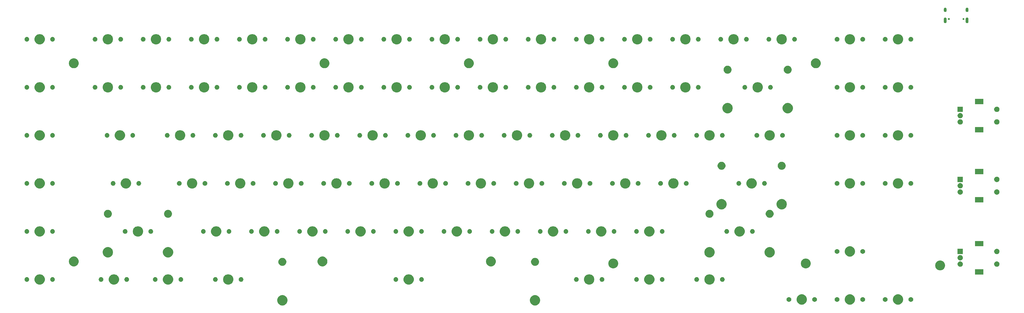
<source format=gbr>
G04 #@! TF.GenerationSoftware,KiCad,Pcbnew,(5.1.4)-1*
G04 #@! TF.CreationDate,2024-04-11T21:59:36-07:00*
G04 #@! TF.ProjectId,keeb,6b656562-2e6b-4696-9361-645f70636258,rev?*
G04 #@! TF.SameCoordinates,Original*
G04 #@! TF.FileFunction,Soldermask,Top*
G04 #@! TF.FilePolarity,Negative*
%FSLAX46Y46*%
G04 Gerber Fmt 4.6, Leading zero omitted, Abs format (unit mm)*
G04 Created by KiCad (PCBNEW (5.1.4)-1) date 2024-04-11 21:59:36*
%MOMM*%
%LPD*%
G04 APERTURE LIST*
%ADD10C,0.100000*%
G04 APERTURE END LIST*
D10*
G36*
X224427624Y-151544934D02*
G01*
X224573536Y-151605373D01*
X224799773Y-151699083D01*
X225134698Y-151922873D01*
X225419527Y-152207702D01*
X225643317Y-152542627D01*
X225707167Y-152696776D01*
X225797466Y-152914776D01*
X225876050Y-153309844D01*
X225876050Y-153712656D01*
X225797466Y-154107724D01*
X225707167Y-154325724D01*
X225643317Y-154479873D01*
X225419527Y-154814798D01*
X225134698Y-155099627D01*
X224799773Y-155323417D01*
X224645624Y-155387267D01*
X224427624Y-155477566D01*
X224032556Y-155556150D01*
X223629744Y-155556150D01*
X223234676Y-155477566D01*
X223016676Y-155387267D01*
X222862527Y-155323417D01*
X222527602Y-155099627D01*
X222242773Y-154814798D01*
X222018983Y-154479873D01*
X221955133Y-154325724D01*
X221864834Y-154107724D01*
X221786250Y-153712656D01*
X221786250Y-153309844D01*
X221864834Y-152914776D01*
X221955133Y-152696776D01*
X222018983Y-152542627D01*
X222242773Y-152207702D01*
X222527602Y-151922873D01*
X222862527Y-151699083D01*
X223088764Y-151605373D01*
X223234676Y-151544934D01*
X223629744Y-151466350D01*
X224032556Y-151466350D01*
X224427624Y-151544934D01*
X224427624Y-151544934D01*
G37*
G36*
X124427824Y-151544934D02*
G01*
X124573736Y-151605373D01*
X124799973Y-151699083D01*
X125134898Y-151922873D01*
X125419727Y-152207702D01*
X125643517Y-152542627D01*
X125707367Y-152696776D01*
X125797666Y-152914776D01*
X125876250Y-153309844D01*
X125876250Y-153712656D01*
X125797666Y-154107724D01*
X125707367Y-154325724D01*
X125643517Y-154479873D01*
X125419727Y-154814798D01*
X125134898Y-155099627D01*
X124799973Y-155323417D01*
X124645824Y-155387267D01*
X124427824Y-155477566D01*
X124032756Y-155556150D01*
X123629944Y-155556150D01*
X123234876Y-155477566D01*
X123016876Y-155387267D01*
X122862727Y-155323417D01*
X122527802Y-155099627D01*
X122242973Y-154814798D01*
X122019183Y-154479873D01*
X121955333Y-154325724D01*
X121865034Y-154107724D01*
X121786450Y-153712656D01*
X121786450Y-153309844D01*
X121865034Y-152914776D01*
X121955333Y-152696776D01*
X122019183Y-152542627D01*
X122242973Y-152207702D01*
X122527802Y-151922873D01*
X122862727Y-151699083D01*
X123088964Y-151605373D01*
X123234876Y-151544934D01*
X123629944Y-151466350D01*
X124032756Y-151466350D01*
X124427824Y-151544934D01*
X124427824Y-151544934D01*
G37*
G36*
X368102724Y-151227434D02*
G01*
X368320724Y-151317733D01*
X368474873Y-151381583D01*
X368809798Y-151605373D01*
X369094627Y-151890202D01*
X369318417Y-152225127D01*
X369350812Y-152303336D01*
X369472566Y-152597276D01*
X369551150Y-152992344D01*
X369551150Y-153395156D01*
X369472566Y-153790224D01*
X369421701Y-153913022D01*
X369318417Y-154162373D01*
X369094627Y-154497298D01*
X368809798Y-154782127D01*
X368474873Y-155005917D01*
X368320724Y-155069767D01*
X368102724Y-155160066D01*
X367707656Y-155238650D01*
X367304844Y-155238650D01*
X366909776Y-155160066D01*
X366691776Y-155069767D01*
X366537627Y-155005917D01*
X366202702Y-154782127D01*
X365917873Y-154497298D01*
X365694083Y-154162373D01*
X365590799Y-153913022D01*
X365539934Y-153790224D01*
X365461350Y-153395156D01*
X365461350Y-152992344D01*
X365539934Y-152597276D01*
X365661688Y-152303336D01*
X365694083Y-152225127D01*
X365917873Y-151890202D01*
X366202702Y-151605373D01*
X366537627Y-151381583D01*
X366691776Y-151317733D01*
X366909776Y-151227434D01*
X367304844Y-151148850D01*
X367707656Y-151148850D01*
X368102724Y-151227434D01*
X368102724Y-151227434D01*
G37*
G36*
X349052724Y-151227434D02*
G01*
X349270724Y-151317733D01*
X349424873Y-151381583D01*
X349759798Y-151605373D01*
X350044627Y-151890202D01*
X350268417Y-152225127D01*
X350300812Y-152303336D01*
X350422566Y-152597276D01*
X350501150Y-152992344D01*
X350501150Y-153395156D01*
X350422566Y-153790224D01*
X350371701Y-153913022D01*
X350268417Y-154162373D01*
X350044627Y-154497298D01*
X349759798Y-154782127D01*
X349424873Y-155005917D01*
X349270724Y-155069767D01*
X349052724Y-155160066D01*
X348657656Y-155238650D01*
X348254844Y-155238650D01*
X347859776Y-155160066D01*
X347641776Y-155069767D01*
X347487627Y-155005917D01*
X347152702Y-154782127D01*
X346867873Y-154497298D01*
X346644083Y-154162373D01*
X346540799Y-153913022D01*
X346489934Y-153790224D01*
X346411350Y-153395156D01*
X346411350Y-152992344D01*
X346489934Y-152597276D01*
X346611688Y-152303336D01*
X346644083Y-152225127D01*
X346867873Y-151890202D01*
X347152702Y-151605373D01*
X347487627Y-151381583D01*
X347641776Y-151317733D01*
X347859776Y-151227434D01*
X348254844Y-151148850D01*
X348657656Y-151148850D01*
X349052724Y-151227434D01*
X349052724Y-151227434D01*
G37*
G36*
X330002724Y-151227434D02*
G01*
X330220724Y-151317733D01*
X330374873Y-151381583D01*
X330709798Y-151605373D01*
X330994627Y-151890202D01*
X331218417Y-152225127D01*
X331250812Y-152303336D01*
X331372566Y-152597276D01*
X331451150Y-152992344D01*
X331451150Y-153395156D01*
X331372566Y-153790224D01*
X331321701Y-153913022D01*
X331218417Y-154162373D01*
X330994627Y-154497298D01*
X330709798Y-154782127D01*
X330374873Y-155005917D01*
X330220724Y-155069767D01*
X330002724Y-155160066D01*
X329607656Y-155238650D01*
X329204844Y-155238650D01*
X328809776Y-155160066D01*
X328591776Y-155069767D01*
X328437627Y-155005917D01*
X328102702Y-154782127D01*
X327817873Y-154497298D01*
X327594083Y-154162373D01*
X327490799Y-153913022D01*
X327439934Y-153790224D01*
X327361350Y-153395156D01*
X327361350Y-152992344D01*
X327439934Y-152597276D01*
X327561688Y-152303336D01*
X327594083Y-152225127D01*
X327817873Y-151890202D01*
X328102702Y-151605373D01*
X328437627Y-151381583D01*
X328591776Y-151317733D01*
X328809776Y-151227434D01*
X329204844Y-151148850D01*
X329607656Y-151148850D01*
X330002724Y-151227434D01*
X330002724Y-151227434D01*
G37*
G36*
X372856354Y-152303335D02*
G01*
X373024876Y-152373139D01*
X373176541Y-152474478D01*
X373305522Y-152603459D01*
X373406861Y-152755124D01*
X373476665Y-152923646D01*
X373512250Y-153102547D01*
X373512250Y-153284953D01*
X373476665Y-153463854D01*
X373406861Y-153632376D01*
X373305522Y-153784041D01*
X373176541Y-153913022D01*
X373024876Y-154014361D01*
X372856354Y-154084165D01*
X372677453Y-154119750D01*
X372495047Y-154119750D01*
X372316146Y-154084165D01*
X372147624Y-154014361D01*
X371995959Y-153913022D01*
X371866978Y-153784041D01*
X371765639Y-153632376D01*
X371695835Y-153463854D01*
X371660250Y-153284953D01*
X371660250Y-153102547D01*
X371695835Y-152923646D01*
X371765639Y-152755124D01*
X371866978Y-152603459D01*
X371995959Y-152474478D01*
X372147624Y-152373139D01*
X372316146Y-152303335D01*
X372495047Y-152267750D01*
X372677453Y-152267750D01*
X372856354Y-152303335D01*
X372856354Y-152303335D01*
G37*
G36*
X362696354Y-152303335D02*
G01*
X362864876Y-152373139D01*
X363016541Y-152474478D01*
X363145522Y-152603459D01*
X363246861Y-152755124D01*
X363316665Y-152923646D01*
X363352250Y-153102547D01*
X363352250Y-153284953D01*
X363316665Y-153463854D01*
X363246861Y-153632376D01*
X363145522Y-153784041D01*
X363016541Y-153913022D01*
X362864876Y-154014361D01*
X362696354Y-154084165D01*
X362517453Y-154119750D01*
X362335047Y-154119750D01*
X362156146Y-154084165D01*
X361987624Y-154014361D01*
X361835959Y-153913022D01*
X361706978Y-153784041D01*
X361605639Y-153632376D01*
X361535835Y-153463854D01*
X361500250Y-153284953D01*
X361500250Y-153102547D01*
X361535835Y-152923646D01*
X361605639Y-152755124D01*
X361706978Y-152603459D01*
X361835959Y-152474478D01*
X361987624Y-152373139D01*
X362156146Y-152303335D01*
X362335047Y-152267750D01*
X362517453Y-152267750D01*
X362696354Y-152303335D01*
X362696354Y-152303335D01*
G37*
G36*
X343646354Y-152303335D02*
G01*
X343814876Y-152373139D01*
X343966541Y-152474478D01*
X344095522Y-152603459D01*
X344196861Y-152755124D01*
X344266665Y-152923646D01*
X344302250Y-153102547D01*
X344302250Y-153284953D01*
X344266665Y-153463854D01*
X344196861Y-153632376D01*
X344095522Y-153784041D01*
X343966541Y-153913022D01*
X343814876Y-154014361D01*
X343646354Y-154084165D01*
X343467453Y-154119750D01*
X343285047Y-154119750D01*
X343106146Y-154084165D01*
X342937624Y-154014361D01*
X342785959Y-153913022D01*
X342656978Y-153784041D01*
X342555639Y-153632376D01*
X342485835Y-153463854D01*
X342450250Y-153284953D01*
X342450250Y-153102547D01*
X342485835Y-152923646D01*
X342555639Y-152755124D01*
X342656978Y-152603459D01*
X342785959Y-152474478D01*
X342937624Y-152373139D01*
X343106146Y-152303335D01*
X343285047Y-152267750D01*
X343467453Y-152267750D01*
X343646354Y-152303335D01*
X343646354Y-152303335D01*
G37*
G36*
X353806354Y-152303335D02*
G01*
X353974876Y-152373139D01*
X354126541Y-152474478D01*
X354255522Y-152603459D01*
X354356861Y-152755124D01*
X354426665Y-152923646D01*
X354462250Y-153102547D01*
X354462250Y-153284953D01*
X354426665Y-153463854D01*
X354356861Y-153632376D01*
X354255522Y-153784041D01*
X354126541Y-153913022D01*
X353974876Y-154014361D01*
X353806354Y-154084165D01*
X353627453Y-154119750D01*
X353445047Y-154119750D01*
X353266146Y-154084165D01*
X353097624Y-154014361D01*
X352945959Y-153913022D01*
X352816978Y-153784041D01*
X352715639Y-153632376D01*
X352645835Y-153463854D01*
X352610250Y-153284953D01*
X352610250Y-153102547D01*
X352645835Y-152923646D01*
X352715639Y-152755124D01*
X352816978Y-152603459D01*
X352945959Y-152474478D01*
X353097624Y-152373139D01*
X353266146Y-152303335D01*
X353445047Y-152267750D01*
X353627453Y-152267750D01*
X353806354Y-152303335D01*
X353806354Y-152303335D01*
G37*
G36*
X324596354Y-152303335D02*
G01*
X324764876Y-152373139D01*
X324916541Y-152474478D01*
X325045522Y-152603459D01*
X325146861Y-152755124D01*
X325216665Y-152923646D01*
X325252250Y-153102547D01*
X325252250Y-153284953D01*
X325216665Y-153463854D01*
X325146861Y-153632376D01*
X325045522Y-153784041D01*
X324916541Y-153913022D01*
X324764876Y-154014361D01*
X324596354Y-154084165D01*
X324417453Y-154119750D01*
X324235047Y-154119750D01*
X324056146Y-154084165D01*
X323887624Y-154014361D01*
X323735959Y-153913022D01*
X323606978Y-153784041D01*
X323505639Y-153632376D01*
X323435835Y-153463854D01*
X323400250Y-153284953D01*
X323400250Y-153102547D01*
X323435835Y-152923646D01*
X323505639Y-152755124D01*
X323606978Y-152603459D01*
X323735959Y-152474478D01*
X323887624Y-152373139D01*
X324056146Y-152303335D01*
X324235047Y-152267750D01*
X324417453Y-152267750D01*
X324596354Y-152303335D01*
X324596354Y-152303335D01*
G37*
G36*
X334756354Y-152303335D02*
G01*
X334924876Y-152373139D01*
X335076541Y-152474478D01*
X335205522Y-152603459D01*
X335306861Y-152755124D01*
X335376665Y-152923646D01*
X335412250Y-153102547D01*
X335412250Y-153284953D01*
X335376665Y-153463854D01*
X335306861Y-153632376D01*
X335205522Y-153784041D01*
X335076541Y-153913022D01*
X334924876Y-154014361D01*
X334756354Y-154084165D01*
X334577453Y-154119750D01*
X334395047Y-154119750D01*
X334216146Y-154084165D01*
X334047624Y-154014361D01*
X333895959Y-153913022D01*
X333766978Y-153784041D01*
X333665639Y-153632376D01*
X333595835Y-153463854D01*
X333560250Y-153284953D01*
X333560250Y-153102547D01*
X333595835Y-152923646D01*
X333665639Y-152755124D01*
X333766978Y-152603459D01*
X333895959Y-152474478D01*
X334047624Y-152373139D01*
X334216146Y-152303335D01*
X334395047Y-152267750D01*
X334577453Y-152267750D01*
X334756354Y-152303335D01*
X334756354Y-152303335D01*
G37*
G36*
X245865224Y-143289934D02*
G01*
X246083224Y-143380233D01*
X246237373Y-143444083D01*
X246572298Y-143667873D01*
X246857127Y-143952702D01*
X247080917Y-144287627D01*
X247113312Y-144365836D01*
X247235066Y-144659776D01*
X247313650Y-145054844D01*
X247313650Y-145457656D01*
X247235066Y-145852724D01*
X247184201Y-145975522D01*
X247080917Y-146224873D01*
X246857127Y-146559798D01*
X246572298Y-146844627D01*
X246237373Y-147068417D01*
X246083224Y-147132267D01*
X245865224Y-147222566D01*
X245470156Y-147301150D01*
X245067344Y-147301150D01*
X244672276Y-147222566D01*
X244454276Y-147132267D01*
X244300127Y-147068417D01*
X243965202Y-146844627D01*
X243680373Y-146559798D01*
X243456583Y-146224873D01*
X243353299Y-145975522D01*
X243302434Y-145852724D01*
X243223850Y-145457656D01*
X243223850Y-145054844D01*
X243302434Y-144659776D01*
X243424188Y-144365836D01*
X243456583Y-144287627D01*
X243680373Y-143952702D01*
X243965202Y-143667873D01*
X244300127Y-143444083D01*
X244454276Y-143380233D01*
X244672276Y-143289934D01*
X245067344Y-143211350D01*
X245470156Y-143211350D01*
X245865224Y-143289934D01*
X245865224Y-143289934D01*
G37*
G36*
X293490224Y-143289934D02*
G01*
X293708224Y-143380233D01*
X293862373Y-143444083D01*
X294197298Y-143667873D01*
X294482127Y-143952702D01*
X294705917Y-144287627D01*
X294738312Y-144365836D01*
X294860066Y-144659776D01*
X294938650Y-145054844D01*
X294938650Y-145457656D01*
X294860066Y-145852724D01*
X294809201Y-145975522D01*
X294705917Y-146224873D01*
X294482127Y-146559798D01*
X294197298Y-146844627D01*
X293862373Y-147068417D01*
X293708224Y-147132267D01*
X293490224Y-147222566D01*
X293095156Y-147301150D01*
X292692344Y-147301150D01*
X292297276Y-147222566D01*
X292079276Y-147132267D01*
X291925127Y-147068417D01*
X291590202Y-146844627D01*
X291305373Y-146559798D01*
X291081583Y-146224873D01*
X290978299Y-145975522D01*
X290927434Y-145852724D01*
X290848850Y-145457656D01*
X290848850Y-145054844D01*
X290927434Y-144659776D01*
X291049188Y-144365836D01*
X291081583Y-144287627D01*
X291305373Y-143952702D01*
X291590202Y-143667873D01*
X291925127Y-143444083D01*
X292079276Y-143380233D01*
X292297276Y-143289934D01*
X292692344Y-143211350D01*
X293095156Y-143211350D01*
X293490224Y-143289934D01*
X293490224Y-143289934D01*
G37*
G36*
X269677724Y-143289934D02*
G01*
X269895724Y-143380233D01*
X270049873Y-143444083D01*
X270384798Y-143667873D01*
X270669627Y-143952702D01*
X270893417Y-144287627D01*
X270925812Y-144365836D01*
X271047566Y-144659776D01*
X271126150Y-145054844D01*
X271126150Y-145457656D01*
X271047566Y-145852724D01*
X270996701Y-145975522D01*
X270893417Y-146224873D01*
X270669627Y-146559798D01*
X270384798Y-146844627D01*
X270049873Y-147068417D01*
X269895724Y-147132267D01*
X269677724Y-147222566D01*
X269282656Y-147301150D01*
X268879844Y-147301150D01*
X268484776Y-147222566D01*
X268266776Y-147132267D01*
X268112627Y-147068417D01*
X267777702Y-146844627D01*
X267492873Y-146559798D01*
X267269083Y-146224873D01*
X267165799Y-145975522D01*
X267114934Y-145852724D01*
X267036350Y-145457656D01*
X267036350Y-145054844D01*
X267114934Y-144659776D01*
X267236688Y-144365836D01*
X267269083Y-144287627D01*
X267492873Y-143952702D01*
X267777702Y-143667873D01*
X268112627Y-143444083D01*
X268266776Y-143380233D01*
X268484776Y-143289934D01*
X268879844Y-143211350D01*
X269282656Y-143211350D01*
X269677724Y-143289934D01*
X269677724Y-143289934D01*
G37*
G36*
X57746474Y-143289934D02*
G01*
X57964474Y-143380233D01*
X58118623Y-143444083D01*
X58453548Y-143667873D01*
X58738377Y-143952702D01*
X58962167Y-144287627D01*
X58994562Y-144365836D01*
X59116316Y-144659776D01*
X59194900Y-145054844D01*
X59194900Y-145457656D01*
X59116316Y-145852724D01*
X59065451Y-145975522D01*
X58962167Y-146224873D01*
X58738377Y-146559798D01*
X58453548Y-146844627D01*
X58118623Y-147068417D01*
X57964474Y-147132267D01*
X57746474Y-147222566D01*
X57351406Y-147301150D01*
X56948594Y-147301150D01*
X56553526Y-147222566D01*
X56335526Y-147132267D01*
X56181377Y-147068417D01*
X55846452Y-146844627D01*
X55561623Y-146559798D01*
X55337833Y-146224873D01*
X55234549Y-145975522D01*
X55183684Y-145852724D01*
X55105100Y-145457656D01*
X55105100Y-145054844D01*
X55183684Y-144659776D01*
X55305438Y-144365836D01*
X55337833Y-144287627D01*
X55561623Y-143952702D01*
X55846452Y-143667873D01*
X56181377Y-143444083D01*
X56335526Y-143380233D01*
X56553526Y-143289934D01*
X56948594Y-143211350D01*
X57351406Y-143211350D01*
X57746474Y-143289934D01*
X57746474Y-143289934D01*
G37*
G36*
X102990224Y-143289934D02*
G01*
X103208224Y-143380233D01*
X103362373Y-143444083D01*
X103697298Y-143667873D01*
X103982127Y-143952702D01*
X104205917Y-144287627D01*
X104238312Y-144365836D01*
X104360066Y-144659776D01*
X104438650Y-145054844D01*
X104438650Y-145457656D01*
X104360066Y-145852724D01*
X104309201Y-145975522D01*
X104205917Y-146224873D01*
X103982127Y-146559798D01*
X103697298Y-146844627D01*
X103362373Y-147068417D01*
X103208224Y-147132267D01*
X102990224Y-147222566D01*
X102595156Y-147301150D01*
X102192344Y-147301150D01*
X101797276Y-147222566D01*
X101579276Y-147132267D01*
X101425127Y-147068417D01*
X101090202Y-146844627D01*
X100805373Y-146559798D01*
X100581583Y-146224873D01*
X100478299Y-145975522D01*
X100427434Y-145852724D01*
X100348850Y-145457656D01*
X100348850Y-145054844D01*
X100427434Y-144659776D01*
X100549188Y-144365836D01*
X100581583Y-144287627D01*
X100805373Y-143952702D01*
X101090202Y-143667873D01*
X101425127Y-143444083D01*
X101579276Y-143380233D01*
X101797276Y-143289934D01*
X102192344Y-143211350D01*
X102595156Y-143211350D01*
X102990224Y-143289934D01*
X102990224Y-143289934D01*
G37*
G36*
X174427724Y-143289934D02*
G01*
X174645724Y-143380233D01*
X174799873Y-143444083D01*
X175134798Y-143667873D01*
X175419627Y-143952702D01*
X175643417Y-144287627D01*
X175675812Y-144365836D01*
X175797566Y-144659776D01*
X175876150Y-145054844D01*
X175876150Y-145457656D01*
X175797566Y-145852724D01*
X175746701Y-145975522D01*
X175643417Y-146224873D01*
X175419627Y-146559798D01*
X175134798Y-146844627D01*
X174799873Y-147068417D01*
X174645724Y-147132267D01*
X174427724Y-147222566D01*
X174032656Y-147301150D01*
X173629844Y-147301150D01*
X173234776Y-147222566D01*
X173016776Y-147132267D01*
X172862627Y-147068417D01*
X172527702Y-146844627D01*
X172242873Y-146559798D01*
X172019083Y-146224873D01*
X171915799Y-145975522D01*
X171864934Y-145852724D01*
X171786350Y-145457656D01*
X171786350Y-145054844D01*
X171864934Y-144659776D01*
X171986688Y-144365836D01*
X172019083Y-144287627D01*
X172242873Y-143952702D01*
X172527702Y-143667873D01*
X172862627Y-143444083D01*
X173016776Y-143380233D01*
X173234776Y-143289934D01*
X173629844Y-143211350D01*
X174032656Y-143211350D01*
X174427724Y-143289934D01*
X174427724Y-143289934D01*
G37*
G36*
X79177724Y-143289934D02*
G01*
X79395724Y-143380233D01*
X79549873Y-143444083D01*
X79884798Y-143667873D01*
X80169627Y-143952702D01*
X80393417Y-144287627D01*
X80425812Y-144365836D01*
X80547566Y-144659776D01*
X80626150Y-145054844D01*
X80626150Y-145457656D01*
X80547566Y-145852724D01*
X80496701Y-145975522D01*
X80393417Y-146224873D01*
X80169627Y-146559798D01*
X79884798Y-146844627D01*
X79549873Y-147068417D01*
X79395724Y-147132267D01*
X79177724Y-147222566D01*
X78782656Y-147301150D01*
X78379844Y-147301150D01*
X77984776Y-147222566D01*
X77766776Y-147132267D01*
X77612627Y-147068417D01*
X77277702Y-146844627D01*
X76992873Y-146559798D01*
X76769083Y-146224873D01*
X76665799Y-145975522D01*
X76614934Y-145852724D01*
X76536350Y-145457656D01*
X76536350Y-145054844D01*
X76614934Y-144659776D01*
X76736688Y-144365836D01*
X76769083Y-144287627D01*
X76992873Y-143952702D01*
X77277702Y-143667873D01*
X77612627Y-143444083D01*
X77766776Y-143380233D01*
X77984776Y-143289934D01*
X78379844Y-143211350D01*
X78782656Y-143211350D01*
X79177724Y-143289934D01*
X79177724Y-143289934D01*
G37*
G36*
X28377724Y-143289934D02*
G01*
X28595724Y-143380233D01*
X28749873Y-143444083D01*
X29084798Y-143667873D01*
X29369627Y-143952702D01*
X29593417Y-144287627D01*
X29625812Y-144365836D01*
X29747566Y-144659776D01*
X29826150Y-145054844D01*
X29826150Y-145457656D01*
X29747566Y-145852724D01*
X29696701Y-145975522D01*
X29593417Y-146224873D01*
X29369627Y-146559798D01*
X29084798Y-146844627D01*
X28749873Y-147068417D01*
X28595724Y-147132267D01*
X28377724Y-147222566D01*
X27982656Y-147301150D01*
X27579844Y-147301150D01*
X27184776Y-147222566D01*
X26966776Y-147132267D01*
X26812627Y-147068417D01*
X26477702Y-146844627D01*
X26192873Y-146559798D01*
X25969083Y-146224873D01*
X25865799Y-145975522D01*
X25814934Y-145852724D01*
X25736350Y-145457656D01*
X25736350Y-145054844D01*
X25814934Y-144659776D01*
X25936688Y-144365836D01*
X25969083Y-144287627D01*
X26192873Y-143952702D01*
X26477702Y-143667873D01*
X26812627Y-143444083D01*
X26966776Y-143380233D01*
X27184776Y-143289934D01*
X27579844Y-143211350D01*
X27982656Y-143211350D01*
X28377724Y-143289934D01*
X28377724Y-143289934D01*
G37*
G36*
X97583854Y-144365835D02*
G01*
X97752376Y-144435639D01*
X97904041Y-144536978D01*
X98033022Y-144665959D01*
X98134361Y-144817624D01*
X98204165Y-144986146D01*
X98239750Y-145165047D01*
X98239750Y-145347453D01*
X98204165Y-145526354D01*
X98134361Y-145694876D01*
X98033022Y-145846541D01*
X97904041Y-145975522D01*
X97752376Y-146076861D01*
X97583854Y-146146665D01*
X97404953Y-146182250D01*
X97222547Y-146182250D01*
X97043646Y-146146665D01*
X96875124Y-146076861D01*
X96723459Y-145975522D01*
X96594478Y-145846541D01*
X96493139Y-145694876D01*
X96423335Y-145526354D01*
X96387750Y-145347453D01*
X96387750Y-145165047D01*
X96423335Y-144986146D01*
X96493139Y-144817624D01*
X96594478Y-144665959D01*
X96723459Y-144536978D01*
X96875124Y-144435639D01*
X97043646Y-144365835D01*
X97222547Y-144330250D01*
X97404953Y-144330250D01*
X97583854Y-144365835D01*
X97583854Y-144365835D01*
G37*
G36*
X33131354Y-144365835D02*
G01*
X33299876Y-144435639D01*
X33451541Y-144536978D01*
X33580522Y-144665959D01*
X33681861Y-144817624D01*
X33751665Y-144986146D01*
X33787250Y-145165047D01*
X33787250Y-145347453D01*
X33751665Y-145526354D01*
X33681861Y-145694876D01*
X33580522Y-145846541D01*
X33451541Y-145975522D01*
X33299876Y-146076861D01*
X33131354Y-146146665D01*
X32952453Y-146182250D01*
X32770047Y-146182250D01*
X32591146Y-146146665D01*
X32422624Y-146076861D01*
X32270959Y-145975522D01*
X32141978Y-145846541D01*
X32040639Y-145694876D01*
X31970835Y-145526354D01*
X31935250Y-145347453D01*
X31935250Y-145165047D01*
X31970835Y-144986146D01*
X32040639Y-144817624D01*
X32141978Y-144665959D01*
X32270959Y-144536978D01*
X32422624Y-144435639D01*
X32591146Y-144365835D01*
X32770047Y-144330250D01*
X32952453Y-144330250D01*
X33131354Y-144365835D01*
X33131354Y-144365835D01*
G37*
G36*
X22971354Y-144365835D02*
G01*
X23139876Y-144435639D01*
X23291541Y-144536978D01*
X23420522Y-144665959D01*
X23521861Y-144817624D01*
X23591665Y-144986146D01*
X23627250Y-145165047D01*
X23627250Y-145347453D01*
X23591665Y-145526354D01*
X23521861Y-145694876D01*
X23420522Y-145846541D01*
X23291541Y-145975522D01*
X23139876Y-146076861D01*
X22971354Y-146146665D01*
X22792453Y-146182250D01*
X22610047Y-146182250D01*
X22431146Y-146146665D01*
X22262624Y-146076861D01*
X22110959Y-145975522D01*
X21981978Y-145846541D01*
X21880639Y-145694876D01*
X21810835Y-145526354D01*
X21775250Y-145347453D01*
X21775250Y-145165047D01*
X21810835Y-144986146D01*
X21880639Y-144817624D01*
X21981978Y-144665959D01*
X22110959Y-144536978D01*
X22262624Y-144435639D01*
X22431146Y-144365835D01*
X22610047Y-144330250D01*
X22792453Y-144330250D01*
X22971354Y-144365835D01*
X22971354Y-144365835D01*
G37*
G36*
X73771354Y-144365835D02*
G01*
X73939876Y-144435639D01*
X74091541Y-144536978D01*
X74220522Y-144665959D01*
X74321861Y-144817624D01*
X74391665Y-144986146D01*
X74427250Y-145165047D01*
X74427250Y-145347453D01*
X74391665Y-145526354D01*
X74321861Y-145694876D01*
X74220522Y-145846541D01*
X74091541Y-145975522D01*
X73939876Y-146076861D01*
X73771354Y-146146665D01*
X73592453Y-146182250D01*
X73410047Y-146182250D01*
X73231146Y-146146665D01*
X73062624Y-146076861D01*
X72910959Y-145975522D01*
X72781978Y-145846541D01*
X72680639Y-145694876D01*
X72610835Y-145526354D01*
X72575250Y-145347453D01*
X72575250Y-145165047D01*
X72610835Y-144986146D01*
X72680639Y-144817624D01*
X72781978Y-144665959D01*
X72910959Y-144536978D01*
X73062624Y-144435639D01*
X73231146Y-144365835D01*
X73410047Y-144330250D01*
X73592453Y-144330250D01*
X73771354Y-144365835D01*
X73771354Y-144365835D01*
G37*
G36*
X250618854Y-144365835D02*
G01*
X250787376Y-144435639D01*
X250939041Y-144536978D01*
X251068022Y-144665959D01*
X251169361Y-144817624D01*
X251239165Y-144986146D01*
X251274750Y-145165047D01*
X251274750Y-145347453D01*
X251239165Y-145526354D01*
X251169361Y-145694876D01*
X251068022Y-145846541D01*
X250939041Y-145975522D01*
X250787376Y-146076861D01*
X250618854Y-146146665D01*
X250439953Y-146182250D01*
X250257547Y-146182250D01*
X250078646Y-146146665D01*
X249910124Y-146076861D01*
X249758459Y-145975522D01*
X249629478Y-145846541D01*
X249528139Y-145694876D01*
X249458335Y-145526354D01*
X249422750Y-145347453D01*
X249422750Y-145165047D01*
X249458335Y-144986146D01*
X249528139Y-144817624D01*
X249629478Y-144665959D01*
X249758459Y-144536978D01*
X249910124Y-144435639D01*
X250078646Y-144365835D01*
X250257547Y-144330250D01*
X250439953Y-144330250D01*
X250618854Y-144365835D01*
X250618854Y-144365835D01*
G37*
G36*
X240458854Y-144365835D02*
G01*
X240627376Y-144435639D01*
X240779041Y-144536978D01*
X240908022Y-144665959D01*
X241009361Y-144817624D01*
X241079165Y-144986146D01*
X241114750Y-145165047D01*
X241114750Y-145347453D01*
X241079165Y-145526354D01*
X241009361Y-145694876D01*
X240908022Y-145846541D01*
X240779041Y-145975522D01*
X240627376Y-146076861D01*
X240458854Y-146146665D01*
X240279953Y-146182250D01*
X240097547Y-146182250D01*
X239918646Y-146146665D01*
X239750124Y-146076861D01*
X239598459Y-145975522D01*
X239469478Y-145846541D01*
X239368139Y-145694876D01*
X239298335Y-145526354D01*
X239262750Y-145347453D01*
X239262750Y-145165047D01*
X239298335Y-144986146D01*
X239368139Y-144817624D01*
X239469478Y-144665959D01*
X239598459Y-144536978D01*
X239750124Y-144435639D01*
X239918646Y-144365835D01*
X240097547Y-144330250D01*
X240279953Y-144330250D01*
X240458854Y-144365835D01*
X240458854Y-144365835D01*
G37*
G36*
X83931354Y-144365835D02*
G01*
X84099876Y-144435639D01*
X84251541Y-144536978D01*
X84380522Y-144665959D01*
X84481861Y-144817624D01*
X84551665Y-144986146D01*
X84587250Y-145165047D01*
X84587250Y-145347453D01*
X84551665Y-145526354D01*
X84481861Y-145694876D01*
X84380522Y-145846541D01*
X84251541Y-145975522D01*
X84099876Y-146076861D01*
X83931354Y-146146665D01*
X83752453Y-146182250D01*
X83570047Y-146182250D01*
X83391146Y-146146665D01*
X83222624Y-146076861D01*
X83070959Y-145975522D01*
X82941978Y-145846541D01*
X82840639Y-145694876D01*
X82770835Y-145526354D01*
X82735250Y-145347453D01*
X82735250Y-145165047D01*
X82770835Y-144986146D01*
X82840639Y-144817624D01*
X82941978Y-144665959D01*
X83070959Y-144536978D01*
X83222624Y-144435639D01*
X83391146Y-144365835D01*
X83570047Y-144330250D01*
X83752453Y-144330250D01*
X83931354Y-144365835D01*
X83931354Y-144365835D01*
G37*
G36*
X288083854Y-144365835D02*
G01*
X288252376Y-144435639D01*
X288404041Y-144536978D01*
X288533022Y-144665959D01*
X288634361Y-144817624D01*
X288704165Y-144986146D01*
X288739750Y-145165047D01*
X288739750Y-145347453D01*
X288704165Y-145526354D01*
X288634361Y-145694876D01*
X288533022Y-145846541D01*
X288404041Y-145975522D01*
X288252376Y-146076861D01*
X288083854Y-146146665D01*
X287904953Y-146182250D01*
X287722547Y-146182250D01*
X287543646Y-146146665D01*
X287375124Y-146076861D01*
X287223459Y-145975522D01*
X287094478Y-145846541D01*
X286993139Y-145694876D01*
X286923335Y-145526354D01*
X286887750Y-145347453D01*
X286887750Y-145165047D01*
X286923335Y-144986146D01*
X286993139Y-144817624D01*
X287094478Y-144665959D01*
X287223459Y-144536978D01*
X287375124Y-144435639D01*
X287543646Y-144365835D01*
X287722547Y-144330250D01*
X287904953Y-144330250D01*
X288083854Y-144365835D01*
X288083854Y-144365835D01*
G37*
G36*
X264271354Y-144365835D02*
G01*
X264439876Y-144435639D01*
X264591541Y-144536978D01*
X264720522Y-144665959D01*
X264821861Y-144817624D01*
X264891665Y-144986146D01*
X264927250Y-145165047D01*
X264927250Y-145347453D01*
X264891665Y-145526354D01*
X264821861Y-145694876D01*
X264720522Y-145846541D01*
X264591541Y-145975522D01*
X264439876Y-146076861D01*
X264271354Y-146146665D01*
X264092453Y-146182250D01*
X263910047Y-146182250D01*
X263731146Y-146146665D01*
X263562624Y-146076861D01*
X263410959Y-145975522D01*
X263281978Y-145846541D01*
X263180639Y-145694876D01*
X263110835Y-145526354D01*
X263075250Y-145347453D01*
X263075250Y-145165047D01*
X263110835Y-144986146D01*
X263180639Y-144817624D01*
X263281978Y-144665959D01*
X263410959Y-144536978D01*
X263562624Y-144435639D01*
X263731146Y-144365835D01*
X263910047Y-144330250D01*
X264092453Y-144330250D01*
X264271354Y-144365835D01*
X264271354Y-144365835D01*
G37*
G36*
X274431354Y-144365835D02*
G01*
X274599876Y-144435639D01*
X274751541Y-144536978D01*
X274880522Y-144665959D01*
X274981861Y-144817624D01*
X275051665Y-144986146D01*
X275087250Y-145165047D01*
X275087250Y-145347453D01*
X275051665Y-145526354D01*
X274981861Y-145694876D01*
X274880522Y-145846541D01*
X274751541Y-145975522D01*
X274599876Y-146076861D01*
X274431354Y-146146665D01*
X274252453Y-146182250D01*
X274070047Y-146182250D01*
X273891146Y-146146665D01*
X273722624Y-146076861D01*
X273570959Y-145975522D01*
X273441978Y-145846541D01*
X273340639Y-145694876D01*
X273270835Y-145526354D01*
X273235250Y-145347453D01*
X273235250Y-145165047D01*
X273270835Y-144986146D01*
X273340639Y-144817624D01*
X273441978Y-144665959D01*
X273570959Y-144536978D01*
X273722624Y-144435639D01*
X273891146Y-144365835D01*
X274070047Y-144330250D01*
X274252453Y-144330250D01*
X274431354Y-144365835D01*
X274431354Y-144365835D01*
G37*
G36*
X52340104Y-144365835D02*
G01*
X52508626Y-144435639D01*
X52660291Y-144536978D01*
X52789272Y-144665959D01*
X52890611Y-144817624D01*
X52960415Y-144986146D01*
X52996000Y-145165047D01*
X52996000Y-145347453D01*
X52960415Y-145526354D01*
X52890611Y-145694876D01*
X52789272Y-145846541D01*
X52660291Y-145975522D01*
X52508626Y-146076861D01*
X52340104Y-146146665D01*
X52161203Y-146182250D01*
X51978797Y-146182250D01*
X51799896Y-146146665D01*
X51631374Y-146076861D01*
X51479709Y-145975522D01*
X51350728Y-145846541D01*
X51249389Y-145694876D01*
X51179585Y-145526354D01*
X51144000Y-145347453D01*
X51144000Y-145165047D01*
X51179585Y-144986146D01*
X51249389Y-144817624D01*
X51350728Y-144665959D01*
X51479709Y-144536978D01*
X51631374Y-144435639D01*
X51799896Y-144365835D01*
X51978797Y-144330250D01*
X52161203Y-144330250D01*
X52340104Y-144365835D01*
X52340104Y-144365835D01*
G37*
G36*
X62500104Y-144365835D02*
G01*
X62668626Y-144435639D01*
X62820291Y-144536978D01*
X62949272Y-144665959D01*
X63050611Y-144817624D01*
X63120415Y-144986146D01*
X63156000Y-145165047D01*
X63156000Y-145347453D01*
X63120415Y-145526354D01*
X63050611Y-145694876D01*
X62949272Y-145846541D01*
X62820291Y-145975522D01*
X62668626Y-146076861D01*
X62500104Y-146146665D01*
X62321203Y-146182250D01*
X62138797Y-146182250D01*
X61959896Y-146146665D01*
X61791374Y-146076861D01*
X61639709Y-145975522D01*
X61510728Y-145846541D01*
X61409389Y-145694876D01*
X61339585Y-145526354D01*
X61304000Y-145347453D01*
X61304000Y-145165047D01*
X61339585Y-144986146D01*
X61409389Y-144817624D01*
X61510728Y-144665959D01*
X61639709Y-144536978D01*
X61791374Y-144435639D01*
X61959896Y-144365835D01*
X62138797Y-144330250D01*
X62321203Y-144330250D01*
X62500104Y-144365835D01*
X62500104Y-144365835D01*
G37*
G36*
X169021354Y-144365835D02*
G01*
X169189876Y-144435639D01*
X169341541Y-144536978D01*
X169470522Y-144665959D01*
X169571861Y-144817624D01*
X169641665Y-144986146D01*
X169677250Y-145165047D01*
X169677250Y-145347453D01*
X169641665Y-145526354D01*
X169571861Y-145694876D01*
X169470522Y-145846541D01*
X169341541Y-145975522D01*
X169189876Y-146076861D01*
X169021354Y-146146665D01*
X168842453Y-146182250D01*
X168660047Y-146182250D01*
X168481146Y-146146665D01*
X168312624Y-146076861D01*
X168160959Y-145975522D01*
X168031978Y-145846541D01*
X167930639Y-145694876D01*
X167860835Y-145526354D01*
X167825250Y-145347453D01*
X167825250Y-145165047D01*
X167860835Y-144986146D01*
X167930639Y-144817624D01*
X168031978Y-144665959D01*
X168160959Y-144536978D01*
X168312624Y-144435639D01*
X168481146Y-144365835D01*
X168660047Y-144330250D01*
X168842453Y-144330250D01*
X169021354Y-144365835D01*
X169021354Y-144365835D01*
G37*
G36*
X107743854Y-144365835D02*
G01*
X107912376Y-144435639D01*
X108064041Y-144536978D01*
X108193022Y-144665959D01*
X108294361Y-144817624D01*
X108364165Y-144986146D01*
X108399750Y-145165047D01*
X108399750Y-145347453D01*
X108364165Y-145526354D01*
X108294361Y-145694876D01*
X108193022Y-145846541D01*
X108064041Y-145975522D01*
X107912376Y-146076861D01*
X107743854Y-146146665D01*
X107564953Y-146182250D01*
X107382547Y-146182250D01*
X107203646Y-146146665D01*
X107035124Y-146076861D01*
X106883459Y-145975522D01*
X106754478Y-145846541D01*
X106653139Y-145694876D01*
X106583335Y-145526354D01*
X106547750Y-145347453D01*
X106547750Y-145165047D01*
X106583335Y-144986146D01*
X106653139Y-144817624D01*
X106754478Y-144665959D01*
X106883459Y-144536978D01*
X107035124Y-144435639D01*
X107203646Y-144365835D01*
X107382547Y-144330250D01*
X107564953Y-144330250D01*
X107743854Y-144365835D01*
X107743854Y-144365835D01*
G37*
G36*
X179181354Y-144365835D02*
G01*
X179349876Y-144435639D01*
X179501541Y-144536978D01*
X179630522Y-144665959D01*
X179731861Y-144817624D01*
X179801665Y-144986146D01*
X179837250Y-145165047D01*
X179837250Y-145347453D01*
X179801665Y-145526354D01*
X179731861Y-145694876D01*
X179630522Y-145846541D01*
X179501541Y-145975522D01*
X179349876Y-146076861D01*
X179181354Y-146146665D01*
X179002453Y-146182250D01*
X178820047Y-146182250D01*
X178641146Y-146146665D01*
X178472624Y-146076861D01*
X178320959Y-145975522D01*
X178191978Y-145846541D01*
X178090639Y-145694876D01*
X178020835Y-145526354D01*
X177985250Y-145347453D01*
X177985250Y-145165047D01*
X178020835Y-144986146D01*
X178090639Y-144817624D01*
X178191978Y-144665959D01*
X178320959Y-144536978D01*
X178472624Y-144435639D01*
X178641146Y-144365835D01*
X178820047Y-144330250D01*
X179002453Y-144330250D01*
X179181354Y-144365835D01*
X179181354Y-144365835D01*
G37*
G36*
X298243854Y-144365835D02*
G01*
X298412376Y-144435639D01*
X298564041Y-144536978D01*
X298693022Y-144665959D01*
X298794361Y-144817624D01*
X298864165Y-144986146D01*
X298899750Y-145165047D01*
X298899750Y-145347453D01*
X298864165Y-145526354D01*
X298794361Y-145694876D01*
X298693022Y-145846541D01*
X298564041Y-145975522D01*
X298412376Y-146076861D01*
X298243854Y-146146665D01*
X298064953Y-146182250D01*
X297882547Y-146182250D01*
X297703646Y-146146665D01*
X297535124Y-146076861D01*
X297383459Y-145975522D01*
X297254478Y-145846541D01*
X297153139Y-145694876D01*
X297083335Y-145526354D01*
X297047750Y-145347453D01*
X297047750Y-145165047D01*
X297083335Y-144986146D01*
X297153139Y-144817624D01*
X297254478Y-144665959D01*
X297383459Y-144536978D01*
X297535124Y-144435639D01*
X297703646Y-144365835D01*
X297882547Y-144330250D01*
X298064953Y-144330250D01*
X298243854Y-144365835D01*
X298243854Y-144365835D01*
G37*
G36*
X401263500Y-143294750D02*
G01*
X397961500Y-143294750D01*
X397961500Y-141192750D01*
X401263500Y-141192750D01*
X401263500Y-143294750D01*
X401263500Y-143294750D01*
G37*
G36*
X384744085Y-137823975D02*
G01*
X385099143Y-137971045D01*
X385099145Y-137971046D01*
X385418690Y-138184559D01*
X385690441Y-138456310D01*
X385873756Y-138730661D01*
X385903955Y-138775857D01*
X386051025Y-139130915D01*
X386126000Y-139507842D01*
X386126000Y-139892158D01*
X386051025Y-140269085D01*
X385987813Y-140421691D01*
X385903954Y-140624145D01*
X385690441Y-140943690D01*
X385418690Y-141215441D01*
X385099145Y-141428954D01*
X385099144Y-141428955D01*
X385099143Y-141428955D01*
X384744085Y-141576025D01*
X384367158Y-141651000D01*
X383982842Y-141651000D01*
X383605915Y-141576025D01*
X383250857Y-141428955D01*
X383250856Y-141428955D01*
X383250855Y-141428954D01*
X382931310Y-141215441D01*
X382659559Y-140943690D01*
X382446046Y-140624145D01*
X382362187Y-140421691D01*
X382298975Y-140269085D01*
X382224000Y-139892158D01*
X382224000Y-139507842D01*
X382298975Y-139130915D01*
X382446045Y-138775857D01*
X382476244Y-138730661D01*
X382659559Y-138456310D01*
X382931310Y-138184559D01*
X383250855Y-137971046D01*
X383250857Y-137971045D01*
X383605915Y-137823975D01*
X383982842Y-137749000D01*
X384367158Y-137749000D01*
X384744085Y-137823975D01*
X384744085Y-137823975D01*
G37*
G36*
X255362835Y-137030225D02*
G01*
X255717893Y-137177295D01*
X255717895Y-137177296D01*
X256037440Y-137390809D01*
X256309191Y-137662560D01*
X256522704Y-137982105D01*
X256522705Y-137982107D01*
X256669775Y-138337165D01*
X256744750Y-138714092D01*
X256744750Y-139098408D01*
X256669775Y-139475335D01*
X256529610Y-139813723D01*
X256522704Y-139830395D01*
X256309191Y-140149940D01*
X256037440Y-140421691D01*
X255717895Y-140635204D01*
X255717894Y-140635205D01*
X255717893Y-140635205D01*
X255362835Y-140782275D01*
X254985908Y-140857250D01*
X254601592Y-140857250D01*
X254224665Y-140782275D01*
X253869607Y-140635205D01*
X253869606Y-140635205D01*
X253869605Y-140635204D01*
X253550060Y-140421691D01*
X253278309Y-140149940D01*
X253064796Y-139830395D01*
X253057890Y-139813723D01*
X252917725Y-139475335D01*
X252842750Y-139098408D01*
X252842750Y-138714092D01*
X252917725Y-138337165D01*
X253064795Y-137982107D01*
X253064796Y-137982105D01*
X253278309Y-137662560D01*
X253550060Y-137390809D01*
X253869605Y-137177296D01*
X253869607Y-137177295D01*
X254224665Y-137030225D01*
X254601592Y-136955250D01*
X254985908Y-136955250D01*
X255362835Y-137030225D01*
X255362835Y-137030225D01*
G37*
G36*
X331562835Y-137030225D02*
G01*
X331917893Y-137177295D01*
X331917895Y-137177296D01*
X332237440Y-137390809D01*
X332509191Y-137662560D01*
X332722704Y-137982105D01*
X332722705Y-137982107D01*
X332869775Y-138337165D01*
X332944750Y-138714092D01*
X332944750Y-139098408D01*
X332869775Y-139475335D01*
X332729610Y-139813723D01*
X332722704Y-139830395D01*
X332509191Y-140149940D01*
X332237440Y-140421691D01*
X331917895Y-140635204D01*
X331917894Y-140635205D01*
X331917893Y-140635205D01*
X331562835Y-140782275D01*
X331185908Y-140857250D01*
X330801592Y-140857250D01*
X330424665Y-140782275D01*
X330069607Y-140635205D01*
X330069606Y-140635205D01*
X330069605Y-140635204D01*
X329750060Y-140421691D01*
X329478309Y-140149940D01*
X329264796Y-139830395D01*
X329257890Y-139813723D01*
X329117725Y-139475335D01*
X329042750Y-139098408D01*
X329042750Y-138714092D01*
X329117725Y-138337165D01*
X329264795Y-137982107D01*
X329264796Y-137982105D01*
X329478309Y-137662560D01*
X329750060Y-137390809D01*
X330069605Y-137177296D01*
X330069607Y-137177295D01*
X330424665Y-137030225D01*
X330801592Y-136955250D01*
X331185908Y-136955250D01*
X331562835Y-137030225D01*
X331562835Y-137030225D01*
G37*
G36*
X406919064Y-138133139D02*
G01*
X407110333Y-138212365D01*
X407110335Y-138212366D01*
X407248458Y-138304657D01*
X407282473Y-138327385D01*
X407428865Y-138473777D01*
X407543885Y-138645917D01*
X407623111Y-138837186D01*
X407663500Y-139040234D01*
X407663500Y-139247266D01*
X407623111Y-139450314D01*
X407543885Y-139641583D01*
X407543884Y-139641585D01*
X407428865Y-139813723D01*
X407282473Y-139960115D01*
X407110335Y-140075134D01*
X407110334Y-140075135D01*
X407110333Y-140075135D01*
X406919064Y-140154361D01*
X406716016Y-140194750D01*
X406508984Y-140194750D01*
X406305936Y-140154361D01*
X406114667Y-140075135D01*
X406114666Y-140075135D01*
X406114665Y-140075134D01*
X405942527Y-139960115D01*
X405796135Y-139813723D01*
X405681116Y-139641585D01*
X405681115Y-139641583D01*
X405601889Y-139450314D01*
X405561500Y-139247266D01*
X405561500Y-139040234D01*
X405601889Y-138837186D01*
X405681115Y-138645917D01*
X405796135Y-138473777D01*
X405942527Y-138327385D01*
X405976542Y-138304657D01*
X406114665Y-138212366D01*
X406114667Y-138212365D01*
X406305936Y-138133139D01*
X406508984Y-138092750D01*
X406716016Y-138092750D01*
X406919064Y-138133139D01*
X406919064Y-138133139D01*
G37*
G36*
X392419064Y-138133139D02*
G01*
X392610333Y-138212365D01*
X392610335Y-138212366D01*
X392748458Y-138304657D01*
X392782473Y-138327385D01*
X392928865Y-138473777D01*
X393043885Y-138645917D01*
X393123111Y-138837186D01*
X393163500Y-139040234D01*
X393163500Y-139247266D01*
X393123111Y-139450314D01*
X393043885Y-139641583D01*
X393043884Y-139641585D01*
X392928865Y-139813723D01*
X392782473Y-139960115D01*
X392610335Y-140075134D01*
X392610334Y-140075135D01*
X392610333Y-140075135D01*
X392419064Y-140154361D01*
X392216016Y-140194750D01*
X392008984Y-140194750D01*
X391805936Y-140154361D01*
X391614667Y-140075135D01*
X391614666Y-140075135D01*
X391614665Y-140075134D01*
X391442527Y-139960115D01*
X391296135Y-139813723D01*
X391181116Y-139641585D01*
X391181115Y-139641583D01*
X391101889Y-139450314D01*
X391061500Y-139247266D01*
X391061500Y-139040234D01*
X391101889Y-138837186D01*
X391181115Y-138645917D01*
X391296135Y-138473777D01*
X391442527Y-138327385D01*
X391476542Y-138304657D01*
X391614665Y-138212366D01*
X391614667Y-138212365D01*
X391805936Y-138133139D01*
X392008984Y-138092750D01*
X392216016Y-138092750D01*
X392419064Y-138133139D01*
X392419064Y-138133139D01*
G37*
G36*
X140269085Y-136236475D02*
G01*
X140624143Y-136383545D01*
X140624145Y-136383546D01*
X140943690Y-136597059D01*
X141215441Y-136868810D01*
X141428954Y-137188355D01*
X141428955Y-137188357D01*
X141576025Y-137543415D01*
X141651000Y-137920342D01*
X141651000Y-138304658D01*
X141576025Y-138681585D01*
X141436971Y-139017291D01*
X141428954Y-139036645D01*
X141215441Y-139356190D01*
X140943690Y-139627941D01*
X140624145Y-139841454D01*
X140624144Y-139841455D01*
X140624143Y-139841455D01*
X140269085Y-139988525D01*
X139892158Y-140063500D01*
X139507842Y-140063500D01*
X139130915Y-139988525D01*
X138775857Y-139841455D01*
X138775856Y-139841455D01*
X138775855Y-139841454D01*
X138456310Y-139627941D01*
X138184559Y-139356190D01*
X137971046Y-139036645D01*
X137963029Y-139017291D01*
X137823975Y-138681585D01*
X137749000Y-138304658D01*
X137749000Y-137920342D01*
X137823975Y-137543415D01*
X137971045Y-137188357D01*
X137971046Y-137188355D01*
X138184559Y-136868810D01*
X138456310Y-136597059D01*
X138775855Y-136383546D01*
X138775857Y-136383545D01*
X139130915Y-136236475D01*
X139507842Y-136161500D01*
X139892158Y-136161500D01*
X140269085Y-136236475D01*
X140269085Y-136236475D01*
G37*
G36*
X206944085Y-136236475D02*
G01*
X207299143Y-136383545D01*
X207299145Y-136383546D01*
X207618690Y-136597059D01*
X207890441Y-136868810D01*
X208103954Y-137188355D01*
X208103955Y-137188357D01*
X208251025Y-137543415D01*
X208326000Y-137920342D01*
X208326000Y-138304658D01*
X208251025Y-138681585D01*
X208111971Y-139017291D01*
X208103954Y-139036645D01*
X207890441Y-139356190D01*
X207618690Y-139627941D01*
X207299145Y-139841454D01*
X207299144Y-139841455D01*
X207299143Y-139841455D01*
X206944085Y-139988525D01*
X206567158Y-140063500D01*
X206182842Y-140063500D01*
X205805915Y-139988525D01*
X205450857Y-139841455D01*
X205450856Y-139841455D01*
X205450855Y-139841454D01*
X205131310Y-139627941D01*
X204859559Y-139356190D01*
X204646046Y-139036645D01*
X204638029Y-139017291D01*
X204498975Y-138681585D01*
X204424000Y-138304658D01*
X204424000Y-137920342D01*
X204498975Y-137543415D01*
X204646045Y-137188357D01*
X204646046Y-137188355D01*
X204859559Y-136868810D01*
X205131310Y-136597059D01*
X205450855Y-136383546D01*
X205450857Y-136383545D01*
X205805915Y-136236475D01*
X206182842Y-136161500D01*
X206567158Y-136161500D01*
X206944085Y-136236475D01*
X206944085Y-136236475D01*
G37*
G36*
X41844085Y-136236475D02*
G01*
X42199143Y-136383545D01*
X42199145Y-136383546D01*
X42518690Y-136597059D01*
X42790441Y-136868810D01*
X43003954Y-137188355D01*
X43003955Y-137188357D01*
X43151025Y-137543415D01*
X43226000Y-137920342D01*
X43226000Y-138304658D01*
X43151025Y-138681585D01*
X43011971Y-139017291D01*
X43003954Y-139036645D01*
X42790441Y-139356190D01*
X42518690Y-139627941D01*
X42199145Y-139841454D01*
X42199144Y-139841455D01*
X42199143Y-139841455D01*
X41844085Y-139988525D01*
X41467158Y-140063500D01*
X41082842Y-140063500D01*
X40705915Y-139988525D01*
X40350857Y-139841455D01*
X40350856Y-139841455D01*
X40350855Y-139841454D01*
X40031310Y-139627941D01*
X39759559Y-139356190D01*
X39546046Y-139036645D01*
X39538029Y-139017291D01*
X39398975Y-138681585D01*
X39324000Y-138304658D01*
X39324000Y-137920342D01*
X39398975Y-137543415D01*
X39546045Y-137188357D01*
X39546046Y-137188355D01*
X39759559Y-136868810D01*
X40031310Y-136597059D01*
X40350855Y-136383546D01*
X40350857Y-136383545D01*
X40705915Y-136236475D01*
X41082842Y-136161500D01*
X41467158Y-136161500D01*
X41844085Y-136236475D01*
X41844085Y-136236475D01*
G37*
G36*
X224290561Y-136756776D02*
G01*
X224409287Y-136805954D01*
X224577191Y-136875502D01*
X224577192Y-136875503D01*
X224835154Y-137047867D01*
X225054533Y-137267246D01*
X225137095Y-137390809D01*
X225226898Y-137525209D01*
X225345624Y-137811840D01*
X225406150Y-138116125D01*
X225406150Y-138426375D01*
X225400195Y-138456311D01*
X225348920Y-138714093D01*
X225345624Y-138730660D01*
X225226898Y-139017291D01*
X225172698Y-139098407D01*
X225054533Y-139275254D01*
X224835154Y-139494633D01*
X224662789Y-139609803D01*
X224577191Y-139666998D01*
X224409287Y-139736546D01*
X224290561Y-139785724D01*
X224149799Y-139813723D01*
X223986275Y-139846250D01*
X223676025Y-139846250D01*
X223512501Y-139813723D01*
X223371739Y-139785724D01*
X223253013Y-139736546D01*
X223085109Y-139666998D01*
X222999511Y-139609803D01*
X222827146Y-139494633D01*
X222607767Y-139275254D01*
X222489602Y-139098407D01*
X222435402Y-139017291D01*
X222316676Y-138730660D01*
X222313381Y-138714093D01*
X222262105Y-138456311D01*
X222256150Y-138426375D01*
X222256150Y-138116125D01*
X222316676Y-137811840D01*
X222435402Y-137525209D01*
X222525205Y-137390809D01*
X222607767Y-137267246D01*
X222827146Y-137047867D01*
X223085108Y-136875503D01*
X223085109Y-136875502D01*
X223253013Y-136805954D01*
X223371739Y-136756776D01*
X223676025Y-136696250D01*
X223986275Y-136696250D01*
X224290561Y-136756776D01*
X224290561Y-136756776D01*
G37*
G36*
X124290761Y-136756776D02*
G01*
X124409487Y-136805954D01*
X124577391Y-136875502D01*
X124577392Y-136875503D01*
X124835354Y-137047867D01*
X125054733Y-137267246D01*
X125137295Y-137390809D01*
X125227098Y-137525209D01*
X125345824Y-137811840D01*
X125406350Y-138116125D01*
X125406350Y-138426375D01*
X125400395Y-138456311D01*
X125349120Y-138714093D01*
X125345824Y-138730660D01*
X125227098Y-139017291D01*
X125172898Y-139098407D01*
X125054733Y-139275254D01*
X124835354Y-139494633D01*
X124662989Y-139609803D01*
X124577391Y-139666998D01*
X124409487Y-139736546D01*
X124290761Y-139785724D01*
X124149999Y-139813723D01*
X123986475Y-139846250D01*
X123676225Y-139846250D01*
X123512701Y-139813723D01*
X123371939Y-139785724D01*
X123253213Y-139736546D01*
X123085309Y-139666998D01*
X122999711Y-139609803D01*
X122827346Y-139494633D01*
X122607967Y-139275254D01*
X122489802Y-139098407D01*
X122435602Y-139017291D01*
X122316876Y-138730660D01*
X122313581Y-138714093D01*
X122262305Y-138456311D01*
X122256350Y-138426375D01*
X122256350Y-138116125D01*
X122316876Y-137811840D01*
X122435602Y-137525209D01*
X122525405Y-137390809D01*
X122607967Y-137267246D01*
X122827346Y-137047867D01*
X123085308Y-136875503D01*
X123085309Y-136875502D01*
X123253213Y-136805954D01*
X123371939Y-136756776D01*
X123676225Y-136696250D01*
X123986475Y-136696250D01*
X124290761Y-136756776D01*
X124290761Y-136756776D01*
G37*
G36*
X392419064Y-135633139D02*
G01*
X392610333Y-135712365D01*
X392610335Y-135712366D01*
X392639909Y-135732127D01*
X392782473Y-135827385D01*
X392928865Y-135973777D01*
X393043885Y-136145917D01*
X393123111Y-136337186D01*
X393163500Y-136540234D01*
X393163500Y-136747266D01*
X393123111Y-136950314D01*
X393090010Y-137030226D01*
X393043884Y-137141585D01*
X392928865Y-137313723D01*
X392782473Y-137460115D01*
X392610335Y-137575134D01*
X392610334Y-137575135D01*
X392610333Y-137575135D01*
X392419064Y-137654361D01*
X392216016Y-137694750D01*
X392008984Y-137694750D01*
X391805936Y-137654361D01*
X391614667Y-137575135D01*
X391614666Y-137575135D01*
X391614665Y-137575134D01*
X391442527Y-137460115D01*
X391296135Y-137313723D01*
X391181116Y-137141585D01*
X391134990Y-137030226D01*
X391101889Y-136950314D01*
X391061500Y-136747266D01*
X391061500Y-136540234D01*
X391101889Y-136337186D01*
X391181115Y-136145917D01*
X391296135Y-135973777D01*
X391442527Y-135827385D01*
X391585091Y-135732127D01*
X391614665Y-135712366D01*
X391614667Y-135712365D01*
X391805936Y-135633139D01*
X392008984Y-135592750D01*
X392216016Y-135592750D01*
X392419064Y-135633139D01*
X392419064Y-135633139D01*
G37*
G36*
X317302724Y-132494934D02*
G01*
X317448636Y-132555373D01*
X317674873Y-132649083D01*
X318009798Y-132872873D01*
X318294627Y-133157702D01*
X318518417Y-133492627D01*
X318581911Y-133645915D01*
X318672566Y-133864776D01*
X318751150Y-134259844D01*
X318751150Y-134662656D01*
X318672566Y-135057724D01*
X318615808Y-135194750D01*
X318518417Y-135429873D01*
X318294627Y-135764798D01*
X318009798Y-136049627D01*
X317674873Y-136273417D01*
X317520923Y-136337185D01*
X317302724Y-136427566D01*
X316907656Y-136506150D01*
X316504844Y-136506150D01*
X316109776Y-136427566D01*
X315891577Y-136337185D01*
X315737627Y-136273417D01*
X315402702Y-136049627D01*
X315117873Y-135764798D01*
X314894083Y-135429873D01*
X314796692Y-135194750D01*
X314739934Y-135057724D01*
X314661350Y-134662656D01*
X314661350Y-134259844D01*
X314739934Y-133864776D01*
X314830589Y-133645915D01*
X314894083Y-133492627D01*
X315117873Y-133157702D01*
X315402702Y-132872873D01*
X315737627Y-132649083D01*
X315963864Y-132555373D01*
X316109776Y-132494934D01*
X316504844Y-132416350D01*
X316907656Y-132416350D01*
X317302724Y-132494934D01*
X317302724Y-132494934D01*
G37*
G36*
X293490224Y-132494934D02*
G01*
X293636136Y-132555373D01*
X293862373Y-132649083D01*
X294197298Y-132872873D01*
X294482127Y-133157702D01*
X294705917Y-133492627D01*
X294769411Y-133645915D01*
X294860066Y-133864776D01*
X294938650Y-134259844D01*
X294938650Y-134662656D01*
X294860066Y-135057724D01*
X294803308Y-135194750D01*
X294705917Y-135429873D01*
X294482127Y-135764798D01*
X294197298Y-136049627D01*
X293862373Y-136273417D01*
X293708423Y-136337185D01*
X293490224Y-136427566D01*
X293095156Y-136506150D01*
X292692344Y-136506150D01*
X292297276Y-136427566D01*
X292079077Y-136337185D01*
X291925127Y-136273417D01*
X291590202Y-136049627D01*
X291305373Y-135764798D01*
X291081583Y-135429873D01*
X290984192Y-135194750D01*
X290927434Y-135057724D01*
X290848850Y-134662656D01*
X290848850Y-134259844D01*
X290927434Y-133864776D01*
X291018089Y-133645915D01*
X291081583Y-133492627D01*
X291305373Y-133157702D01*
X291590202Y-132872873D01*
X291925127Y-132649083D01*
X292151364Y-132555373D01*
X292297276Y-132494934D01*
X292692344Y-132416350D01*
X293095156Y-132416350D01*
X293490224Y-132494934D01*
X293490224Y-132494934D01*
G37*
G36*
X79177724Y-132494934D02*
G01*
X79323636Y-132555373D01*
X79549873Y-132649083D01*
X79884798Y-132872873D01*
X80169627Y-133157702D01*
X80393417Y-133492627D01*
X80456911Y-133645915D01*
X80547566Y-133864776D01*
X80626150Y-134259844D01*
X80626150Y-134662656D01*
X80547566Y-135057724D01*
X80490808Y-135194750D01*
X80393417Y-135429873D01*
X80169627Y-135764798D01*
X79884798Y-136049627D01*
X79549873Y-136273417D01*
X79395923Y-136337185D01*
X79177724Y-136427566D01*
X78782656Y-136506150D01*
X78379844Y-136506150D01*
X77984776Y-136427566D01*
X77766577Y-136337185D01*
X77612627Y-136273417D01*
X77277702Y-136049627D01*
X76992873Y-135764798D01*
X76769083Y-135429873D01*
X76671692Y-135194750D01*
X76614934Y-135057724D01*
X76536350Y-134662656D01*
X76536350Y-134259844D01*
X76614934Y-133864776D01*
X76705589Y-133645915D01*
X76769083Y-133492627D01*
X76992873Y-133157702D01*
X77277702Y-132872873D01*
X77612627Y-132649083D01*
X77838864Y-132555373D01*
X77984776Y-132494934D01*
X78379844Y-132416350D01*
X78782656Y-132416350D01*
X79177724Y-132494934D01*
X79177724Y-132494934D01*
G37*
G36*
X55365224Y-132494934D02*
G01*
X55511136Y-132555373D01*
X55737373Y-132649083D01*
X56072298Y-132872873D01*
X56357127Y-133157702D01*
X56580917Y-133492627D01*
X56644411Y-133645915D01*
X56735066Y-133864776D01*
X56813650Y-134259844D01*
X56813650Y-134662656D01*
X56735066Y-135057724D01*
X56678308Y-135194750D01*
X56580917Y-135429873D01*
X56357127Y-135764798D01*
X56072298Y-136049627D01*
X55737373Y-136273417D01*
X55583423Y-136337185D01*
X55365224Y-136427566D01*
X54970156Y-136506150D01*
X54567344Y-136506150D01*
X54172276Y-136427566D01*
X53954077Y-136337185D01*
X53800127Y-136273417D01*
X53465202Y-136049627D01*
X53180373Y-135764798D01*
X52956583Y-135429873D01*
X52859192Y-135194750D01*
X52802434Y-135057724D01*
X52723850Y-134662656D01*
X52723850Y-134259844D01*
X52802434Y-133864776D01*
X52893089Y-133645915D01*
X52956583Y-133492627D01*
X53180373Y-133157702D01*
X53465202Y-132872873D01*
X53800127Y-132649083D01*
X54026364Y-132555373D01*
X54172276Y-132494934D01*
X54567344Y-132416350D01*
X54970156Y-132416350D01*
X55365224Y-132494934D01*
X55365224Y-132494934D01*
G37*
G36*
X349052724Y-132177434D02*
G01*
X349270724Y-132267733D01*
X349424873Y-132331583D01*
X349759798Y-132555373D01*
X350044627Y-132840202D01*
X350268417Y-133175127D01*
X350300812Y-133253336D01*
X350422566Y-133547276D01*
X350501150Y-133942344D01*
X350501150Y-134345156D01*
X350422566Y-134740224D01*
X350371701Y-134863022D01*
X350268417Y-135112373D01*
X350044627Y-135447298D01*
X349759798Y-135732127D01*
X349424873Y-135955917D01*
X349270724Y-136019767D01*
X349052724Y-136110066D01*
X348657656Y-136188650D01*
X348254844Y-136188650D01*
X347859776Y-136110066D01*
X347641776Y-136019767D01*
X347487627Y-135955917D01*
X347152702Y-135732127D01*
X346867873Y-135447298D01*
X346644083Y-135112373D01*
X346540799Y-134863022D01*
X346489934Y-134740224D01*
X346411350Y-134345156D01*
X346411350Y-133942344D01*
X346489934Y-133547276D01*
X346611688Y-133253336D01*
X346644083Y-133175127D01*
X346867873Y-132840202D01*
X347152702Y-132555373D01*
X347487627Y-132331583D01*
X347641776Y-132267733D01*
X347859776Y-132177434D01*
X348254844Y-132098850D01*
X348657656Y-132098850D01*
X349052724Y-132177434D01*
X349052724Y-132177434D01*
G37*
G36*
X393163500Y-135194750D02*
G01*
X391061500Y-135194750D01*
X391061500Y-133092750D01*
X393163500Y-133092750D01*
X393163500Y-135194750D01*
X393163500Y-135194750D01*
G37*
G36*
X406919064Y-133133139D02*
G01*
X407110333Y-133212365D01*
X407110335Y-133212366D01*
X407171649Y-133253335D01*
X407282473Y-133327385D01*
X407428865Y-133473777D01*
X407543884Y-133645915D01*
X407623111Y-133837185D01*
X407663500Y-134040234D01*
X407663500Y-134247264D01*
X407623111Y-134450314D01*
X407568409Y-134582376D01*
X407543884Y-134641585D01*
X407428865Y-134813723D01*
X407282473Y-134960115D01*
X407110335Y-135075134D01*
X407110334Y-135075135D01*
X407110333Y-135075135D01*
X406919064Y-135154361D01*
X406716016Y-135194750D01*
X406508984Y-135194750D01*
X406305936Y-135154361D01*
X406114667Y-135075135D01*
X406114666Y-135075135D01*
X406114665Y-135075134D01*
X405942527Y-134960115D01*
X405796135Y-134813723D01*
X405681116Y-134641585D01*
X405656591Y-134582376D01*
X405601889Y-134450314D01*
X405561500Y-134247264D01*
X405561500Y-134040234D01*
X405601889Y-133837185D01*
X405681116Y-133645915D01*
X405796135Y-133473777D01*
X405942527Y-133327385D01*
X406053351Y-133253335D01*
X406114665Y-133212366D01*
X406114667Y-133212365D01*
X406305936Y-133133139D01*
X406508984Y-133092750D01*
X406716016Y-133092750D01*
X406919064Y-133133139D01*
X406919064Y-133133139D01*
G37*
G36*
X353806354Y-133253335D02*
G01*
X353974876Y-133323139D01*
X354126541Y-133424478D01*
X354255522Y-133553459D01*
X354356861Y-133705124D01*
X354426665Y-133873646D01*
X354462250Y-134052547D01*
X354462250Y-134234953D01*
X354426665Y-134413854D01*
X354356861Y-134582376D01*
X354255522Y-134734041D01*
X354126541Y-134863022D01*
X353974876Y-134964361D01*
X353806354Y-135034165D01*
X353627453Y-135069750D01*
X353445047Y-135069750D01*
X353266146Y-135034165D01*
X353097624Y-134964361D01*
X352945959Y-134863022D01*
X352816978Y-134734041D01*
X352715639Y-134582376D01*
X352645835Y-134413854D01*
X352610250Y-134234953D01*
X352610250Y-134052547D01*
X352645835Y-133873646D01*
X352715639Y-133705124D01*
X352816978Y-133553459D01*
X352945959Y-133424478D01*
X353097624Y-133323139D01*
X353266146Y-133253335D01*
X353445047Y-133217750D01*
X353627453Y-133217750D01*
X353806354Y-133253335D01*
X353806354Y-133253335D01*
G37*
G36*
X343646354Y-133253335D02*
G01*
X343814876Y-133323139D01*
X343966541Y-133424478D01*
X344095522Y-133553459D01*
X344196861Y-133705124D01*
X344266665Y-133873646D01*
X344302250Y-134052547D01*
X344302250Y-134234953D01*
X344266665Y-134413854D01*
X344196861Y-134582376D01*
X344095522Y-134734041D01*
X343966541Y-134863022D01*
X343814876Y-134964361D01*
X343646354Y-135034165D01*
X343467453Y-135069750D01*
X343285047Y-135069750D01*
X343106146Y-135034165D01*
X342937624Y-134964361D01*
X342785959Y-134863022D01*
X342656978Y-134734041D01*
X342555639Y-134582376D01*
X342485835Y-134413854D01*
X342450250Y-134234953D01*
X342450250Y-134052547D01*
X342485835Y-133873646D01*
X342555639Y-133705124D01*
X342656978Y-133553459D01*
X342785959Y-133424478D01*
X342937624Y-133323139D01*
X343106146Y-133253335D01*
X343285047Y-133217750D01*
X343467453Y-133217750D01*
X343646354Y-133253335D01*
X343646354Y-133253335D01*
G37*
G36*
X401263500Y-132094750D02*
G01*
X397961500Y-132094750D01*
X397961500Y-129992750D01*
X401263500Y-129992750D01*
X401263500Y-132094750D01*
X401263500Y-132094750D01*
G37*
G36*
X250627724Y-124239934D02*
G01*
X250845724Y-124330233D01*
X250999873Y-124394083D01*
X251334798Y-124617873D01*
X251619627Y-124902702D01*
X251843417Y-125237627D01*
X251875812Y-125315836D01*
X251997566Y-125609776D01*
X252076150Y-126004844D01*
X252076150Y-126407656D01*
X251997566Y-126802724D01*
X251946701Y-126925522D01*
X251843417Y-127174873D01*
X251619627Y-127509798D01*
X251334798Y-127794627D01*
X250999873Y-128018417D01*
X250845724Y-128082267D01*
X250627724Y-128172566D01*
X250232656Y-128251150D01*
X249829844Y-128251150D01*
X249434776Y-128172566D01*
X249216776Y-128082267D01*
X249062627Y-128018417D01*
X248727702Y-127794627D01*
X248442873Y-127509798D01*
X248219083Y-127174873D01*
X248115799Y-126925522D01*
X248064934Y-126802724D01*
X247986350Y-126407656D01*
X247986350Y-126004844D01*
X248064934Y-125609776D01*
X248186688Y-125315836D01*
X248219083Y-125237627D01*
X248442873Y-124902702D01*
X248727702Y-124617873D01*
X249062627Y-124394083D01*
X249216776Y-124330233D01*
X249434776Y-124239934D01*
X249829844Y-124161350D01*
X250232656Y-124161350D01*
X250627724Y-124239934D01*
X250627724Y-124239934D01*
G37*
G36*
X28377724Y-124239934D02*
G01*
X28595724Y-124330233D01*
X28749873Y-124394083D01*
X29084798Y-124617873D01*
X29369627Y-124902702D01*
X29593417Y-125237627D01*
X29625812Y-125315836D01*
X29747566Y-125609776D01*
X29826150Y-126004844D01*
X29826150Y-126407656D01*
X29747566Y-126802724D01*
X29696701Y-126925522D01*
X29593417Y-127174873D01*
X29369627Y-127509798D01*
X29084798Y-127794627D01*
X28749873Y-128018417D01*
X28595724Y-128082267D01*
X28377724Y-128172566D01*
X27982656Y-128251150D01*
X27579844Y-128251150D01*
X27184776Y-128172566D01*
X26966776Y-128082267D01*
X26812627Y-128018417D01*
X26477702Y-127794627D01*
X26192873Y-127509798D01*
X25969083Y-127174873D01*
X25865799Y-126925522D01*
X25814934Y-126802724D01*
X25736350Y-126407656D01*
X25736350Y-126004844D01*
X25814934Y-125609776D01*
X25936688Y-125315836D01*
X25969083Y-125237627D01*
X26192873Y-124902702D01*
X26477702Y-124617873D01*
X26812627Y-124394083D01*
X26966776Y-124330233D01*
X27184776Y-124239934D01*
X27579844Y-124161350D01*
X27982656Y-124161350D01*
X28377724Y-124239934D01*
X28377724Y-124239934D01*
G37*
G36*
X98227724Y-124239934D02*
G01*
X98445724Y-124330233D01*
X98599873Y-124394083D01*
X98934798Y-124617873D01*
X99219627Y-124902702D01*
X99443417Y-125237627D01*
X99475812Y-125315836D01*
X99597566Y-125609776D01*
X99676150Y-126004844D01*
X99676150Y-126407656D01*
X99597566Y-126802724D01*
X99546701Y-126925522D01*
X99443417Y-127174873D01*
X99219627Y-127509798D01*
X98934798Y-127794627D01*
X98599873Y-128018417D01*
X98445724Y-128082267D01*
X98227724Y-128172566D01*
X97832656Y-128251150D01*
X97429844Y-128251150D01*
X97034776Y-128172566D01*
X96816776Y-128082267D01*
X96662627Y-128018417D01*
X96327702Y-127794627D01*
X96042873Y-127509798D01*
X95819083Y-127174873D01*
X95715799Y-126925522D01*
X95664934Y-126802724D01*
X95586350Y-126407656D01*
X95586350Y-126004844D01*
X95664934Y-125609776D01*
X95786688Y-125315836D01*
X95819083Y-125237627D01*
X96042873Y-124902702D01*
X96327702Y-124617873D01*
X96662627Y-124394083D01*
X96816776Y-124330233D01*
X97034776Y-124239934D01*
X97429844Y-124161350D01*
X97832656Y-124161350D01*
X98227724Y-124239934D01*
X98227724Y-124239934D01*
G37*
G36*
X117277724Y-124239934D02*
G01*
X117495724Y-124330233D01*
X117649873Y-124394083D01*
X117984798Y-124617873D01*
X118269627Y-124902702D01*
X118493417Y-125237627D01*
X118525812Y-125315836D01*
X118647566Y-125609776D01*
X118726150Y-126004844D01*
X118726150Y-126407656D01*
X118647566Y-126802724D01*
X118596701Y-126925522D01*
X118493417Y-127174873D01*
X118269627Y-127509798D01*
X117984798Y-127794627D01*
X117649873Y-128018417D01*
X117495724Y-128082267D01*
X117277724Y-128172566D01*
X116882656Y-128251150D01*
X116479844Y-128251150D01*
X116084776Y-128172566D01*
X115866776Y-128082267D01*
X115712627Y-128018417D01*
X115377702Y-127794627D01*
X115092873Y-127509798D01*
X114869083Y-127174873D01*
X114765799Y-126925522D01*
X114714934Y-126802724D01*
X114636350Y-126407656D01*
X114636350Y-126004844D01*
X114714934Y-125609776D01*
X114836688Y-125315836D01*
X114869083Y-125237627D01*
X115092873Y-124902702D01*
X115377702Y-124617873D01*
X115712627Y-124394083D01*
X115866776Y-124330233D01*
X116084776Y-124239934D01*
X116479844Y-124161350D01*
X116882656Y-124161350D01*
X117277724Y-124239934D01*
X117277724Y-124239934D01*
G37*
G36*
X67271474Y-124239934D02*
G01*
X67489474Y-124330233D01*
X67643623Y-124394083D01*
X67978548Y-124617873D01*
X68263377Y-124902702D01*
X68487167Y-125237627D01*
X68519562Y-125315836D01*
X68641316Y-125609776D01*
X68719900Y-126004844D01*
X68719900Y-126407656D01*
X68641316Y-126802724D01*
X68590451Y-126925522D01*
X68487167Y-127174873D01*
X68263377Y-127509798D01*
X67978548Y-127794627D01*
X67643623Y-128018417D01*
X67489474Y-128082267D01*
X67271474Y-128172566D01*
X66876406Y-128251150D01*
X66473594Y-128251150D01*
X66078526Y-128172566D01*
X65860526Y-128082267D01*
X65706377Y-128018417D01*
X65371452Y-127794627D01*
X65086623Y-127509798D01*
X64862833Y-127174873D01*
X64759549Y-126925522D01*
X64708684Y-126802724D01*
X64630100Y-126407656D01*
X64630100Y-126004844D01*
X64708684Y-125609776D01*
X64830438Y-125315836D01*
X64862833Y-125237627D01*
X65086623Y-124902702D01*
X65371452Y-124617873D01*
X65706377Y-124394083D01*
X65860526Y-124330233D01*
X66078526Y-124239934D01*
X66473594Y-124161350D01*
X66876406Y-124161350D01*
X67271474Y-124239934D01*
X67271474Y-124239934D01*
G37*
G36*
X305396474Y-124239934D02*
G01*
X305614474Y-124330233D01*
X305768623Y-124394083D01*
X306103548Y-124617873D01*
X306388377Y-124902702D01*
X306612167Y-125237627D01*
X306644562Y-125315836D01*
X306766316Y-125609776D01*
X306844900Y-126004844D01*
X306844900Y-126407656D01*
X306766316Y-126802724D01*
X306715451Y-126925522D01*
X306612167Y-127174873D01*
X306388377Y-127509798D01*
X306103548Y-127794627D01*
X305768623Y-128018417D01*
X305614474Y-128082267D01*
X305396474Y-128172566D01*
X305001406Y-128251150D01*
X304598594Y-128251150D01*
X304203526Y-128172566D01*
X303985526Y-128082267D01*
X303831377Y-128018417D01*
X303496452Y-127794627D01*
X303211623Y-127509798D01*
X302987833Y-127174873D01*
X302884549Y-126925522D01*
X302833684Y-126802724D01*
X302755100Y-126407656D01*
X302755100Y-126004844D01*
X302833684Y-125609776D01*
X302955438Y-125315836D01*
X302987833Y-125237627D01*
X303211623Y-124902702D01*
X303496452Y-124617873D01*
X303831377Y-124394083D01*
X303985526Y-124330233D01*
X304203526Y-124239934D01*
X304598594Y-124161350D01*
X305001406Y-124161350D01*
X305396474Y-124239934D01*
X305396474Y-124239934D01*
G37*
G36*
X269677724Y-124239934D02*
G01*
X269895724Y-124330233D01*
X270049873Y-124394083D01*
X270384798Y-124617873D01*
X270669627Y-124902702D01*
X270893417Y-125237627D01*
X270925812Y-125315836D01*
X271047566Y-125609776D01*
X271126150Y-126004844D01*
X271126150Y-126407656D01*
X271047566Y-126802724D01*
X270996701Y-126925522D01*
X270893417Y-127174873D01*
X270669627Y-127509798D01*
X270384798Y-127794627D01*
X270049873Y-128018417D01*
X269895724Y-128082267D01*
X269677724Y-128172566D01*
X269282656Y-128251150D01*
X268879844Y-128251150D01*
X268484776Y-128172566D01*
X268266776Y-128082267D01*
X268112627Y-128018417D01*
X267777702Y-127794627D01*
X267492873Y-127509798D01*
X267269083Y-127174873D01*
X267165799Y-126925522D01*
X267114934Y-126802724D01*
X267036350Y-126407656D01*
X267036350Y-126004844D01*
X267114934Y-125609776D01*
X267236688Y-125315836D01*
X267269083Y-125237627D01*
X267492873Y-124902702D01*
X267777702Y-124617873D01*
X268112627Y-124394083D01*
X268266776Y-124330233D01*
X268484776Y-124239934D01*
X268879844Y-124161350D01*
X269282656Y-124161350D01*
X269677724Y-124239934D01*
X269677724Y-124239934D01*
G37*
G36*
X231577724Y-124239934D02*
G01*
X231795724Y-124330233D01*
X231949873Y-124394083D01*
X232284798Y-124617873D01*
X232569627Y-124902702D01*
X232793417Y-125237627D01*
X232825812Y-125315836D01*
X232947566Y-125609776D01*
X233026150Y-126004844D01*
X233026150Y-126407656D01*
X232947566Y-126802724D01*
X232896701Y-126925522D01*
X232793417Y-127174873D01*
X232569627Y-127509798D01*
X232284798Y-127794627D01*
X231949873Y-128018417D01*
X231795724Y-128082267D01*
X231577724Y-128172566D01*
X231182656Y-128251150D01*
X230779844Y-128251150D01*
X230384776Y-128172566D01*
X230166776Y-128082267D01*
X230012627Y-128018417D01*
X229677702Y-127794627D01*
X229392873Y-127509798D01*
X229169083Y-127174873D01*
X229065799Y-126925522D01*
X229014934Y-126802724D01*
X228936350Y-126407656D01*
X228936350Y-126004844D01*
X229014934Y-125609776D01*
X229136688Y-125315836D01*
X229169083Y-125237627D01*
X229392873Y-124902702D01*
X229677702Y-124617873D01*
X230012627Y-124394083D01*
X230166776Y-124330233D01*
X230384776Y-124239934D01*
X230779844Y-124161350D01*
X231182656Y-124161350D01*
X231577724Y-124239934D01*
X231577724Y-124239934D01*
G37*
G36*
X212527724Y-124239934D02*
G01*
X212745724Y-124330233D01*
X212899873Y-124394083D01*
X213234798Y-124617873D01*
X213519627Y-124902702D01*
X213743417Y-125237627D01*
X213775812Y-125315836D01*
X213897566Y-125609776D01*
X213976150Y-126004844D01*
X213976150Y-126407656D01*
X213897566Y-126802724D01*
X213846701Y-126925522D01*
X213743417Y-127174873D01*
X213519627Y-127509798D01*
X213234798Y-127794627D01*
X212899873Y-128018417D01*
X212745724Y-128082267D01*
X212527724Y-128172566D01*
X212132656Y-128251150D01*
X211729844Y-128251150D01*
X211334776Y-128172566D01*
X211116776Y-128082267D01*
X210962627Y-128018417D01*
X210627702Y-127794627D01*
X210342873Y-127509798D01*
X210119083Y-127174873D01*
X210015799Y-126925522D01*
X209964934Y-126802724D01*
X209886350Y-126407656D01*
X209886350Y-126004844D01*
X209964934Y-125609776D01*
X210086688Y-125315836D01*
X210119083Y-125237627D01*
X210342873Y-124902702D01*
X210627702Y-124617873D01*
X210962627Y-124394083D01*
X211116776Y-124330233D01*
X211334776Y-124239934D01*
X211729844Y-124161350D01*
X212132656Y-124161350D01*
X212527724Y-124239934D01*
X212527724Y-124239934D01*
G37*
G36*
X193477724Y-124239934D02*
G01*
X193695724Y-124330233D01*
X193849873Y-124394083D01*
X194184798Y-124617873D01*
X194469627Y-124902702D01*
X194693417Y-125237627D01*
X194725812Y-125315836D01*
X194847566Y-125609776D01*
X194926150Y-126004844D01*
X194926150Y-126407656D01*
X194847566Y-126802724D01*
X194796701Y-126925522D01*
X194693417Y-127174873D01*
X194469627Y-127509798D01*
X194184798Y-127794627D01*
X193849873Y-128018417D01*
X193695724Y-128082267D01*
X193477724Y-128172566D01*
X193082656Y-128251150D01*
X192679844Y-128251150D01*
X192284776Y-128172566D01*
X192066776Y-128082267D01*
X191912627Y-128018417D01*
X191577702Y-127794627D01*
X191292873Y-127509798D01*
X191069083Y-127174873D01*
X190965799Y-126925522D01*
X190914934Y-126802724D01*
X190836350Y-126407656D01*
X190836350Y-126004844D01*
X190914934Y-125609776D01*
X191036688Y-125315836D01*
X191069083Y-125237627D01*
X191292873Y-124902702D01*
X191577702Y-124617873D01*
X191912627Y-124394083D01*
X192066776Y-124330233D01*
X192284776Y-124239934D01*
X192679844Y-124161350D01*
X193082656Y-124161350D01*
X193477724Y-124239934D01*
X193477724Y-124239934D01*
G37*
G36*
X174427724Y-124239934D02*
G01*
X174645724Y-124330233D01*
X174799873Y-124394083D01*
X175134798Y-124617873D01*
X175419627Y-124902702D01*
X175643417Y-125237627D01*
X175675812Y-125315836D01*
X175797566Y-125609776D01*
X175876150Y-126004844D01*
X175876150Y-126407656D01*
X175797566Y-126802724D01*
X175746701Y-126925522D01*
X175643417Y-127174873D01*
X175419627Y-127509798D01*
X175134798Y-127794627D01*
X174799873Y-128018417D01*
X174645724Y-128082267D01*
X174427724Y-128172566D01*
X174032656Y-128251150D01*
X173629844Y-128251150D01*
X173234776Y-128172566D01*
X173016776Y-128082267D01*
X172862627Y-128018417D01*
X172527702Y-127794627D01*
X172242873Y-127509798D01*
X172019083Y-127174873D01*
X171915799Y-126925522D01*
X171864934Y-126802724D01*
X171786350Y-126407656D01*
X171786350Y-126004844D01*
X171864934Y-125609776D01*
X171986688Y-125315836D01*
X172019083Y-125237627D01*
X172242873Y-124902702D01*
X172527702Y-124617873D01*
X172862627Y-124394083D01*
X173016776Y-124330233D01*
X173234776Y-124239934D01*
X173629844Y-124161350D01*
X174032656Y-124161350D01*
X174427724Y-124239934D01*
X174427724Y-124239934D01*
G37*
G36*
X155377724Y-124239934D02*
G01*
X155595724Y-124330233D01*
X155749873Y-124394083D01*
X156084798Y-124617873D01*
X156369627Y-124902702D01*
X156593417Y-125237627D01*
X156625812Y-125315836D01*
X156747566Y-125609776D01*
X156826150Y-126004844D01*
X156826150Y-126407656D01*
X156747566Y-126802724D01*
X156696701Y-126925522D01*
X156593417Y-127174873D01*
X156369627Y-127509798D01*
X156084798Y-127794627D01*
X155749873Y-128018417D01*
X155595724Y-128082267D01*
X155377724Y-128172566D01*
X154982656Y-128251150D01*
X154579844Y-128251150D01*
X154184776Y-128172566D01*
X153966776Y-128082267D01*
X153812627Y-128018417D01*
X153477702Y-127794627D01*
X153192873Y-127509798D01*
X152969083Y-127174873D01*
X152865799Y-126925522D01*
X152814934Y-126802724D01*
X152736350Y-126407656D01*
X152736350Y-126004844D01*
X152814934Y-125609776D01*
X152936688Y-125315836D01*
X152969083Y-125237627D01*
X153192873Y-124902702D01*
X153477702Y-124617873D01*
X153812627Y-124394083D01*
X153966776Y-124330233D01*
X154184776Y-124239934D01*
X154579844Y-124161350D01*
X154982656Y-124161350D01*
X155377724Y-124239934D01*
X155377724Y-124239934D01*
G37*
G36*
X136327724Y-124239934D02*
G01*
X136545724Y-124330233D01*
X136699873Y-124394083D01*
X137034798Y-124617873D01*
X137319627Y-124902702D01*
X137543417Y-125237627D01*
X137575812Y-125315836D01*
X137697566Y-125609776D01*
X137776150Y-126004844D01*
X137776150Y-126407656D01*
X137697566Y-126802724D01*
X137646701Y-126925522D01*
X137543417Y-127174873D01*
X137319627Y-127509798D01*
X137034798Y-127794627D01*
X136699873Y-128018417D01*
X136545724Y-128082267D01*
X136327724Y-128172566D01*
X135932656Y-128251150D01*
X135529844Y-128251150D01*
X135134776Y-128172566D01*
X134916776Y-128082267D01*
X134762627Y-128018417D01*
X134427702Y-127794627D01*
X134142873Y-127509798D01*
X133919083Y-127174873D01*
X133815799Y-126925522D01*
X133764934Y-126802724D01*
X133686350Y-126407656D01*
X133686350Y-126004844D01*
X133764934Y-125609776D01*
X133886688Y-125315836D01*
X133919083Y-125237627D01*
X134142873Y-124902702D01*
X134427702Y-124617873D01*
X134762627Y-124394083D01*
X134916776Y-124330233D01*
X135134776Y-124239934D01*
X135529844Y-124161350D01*
X135932656Y-124161350D01*
X136327724Y-124239934D01*
X136327724Y-124239934D01*
G37*
G36*
X198231354Y-125315835D02*
G01*
X198399876Y-125385639D01*
X198551541Y-125486978D01*
X198680522Y-125615959D01*
X198781861Y-125767624D01*
X198851665Y-125936146D01*
X198887250Y-126115047D01*
X198887250Y-126297453D01*
X198851665Y-126476354D01*
X198781861Y-126644876D01*
X198680522Y-126796541D01*
X198551541Y-126925522D01*
X198399876Y-127026861D01*
X198231354Y-127096665D01*
X198052453Y-127132250D01*
X197870047Y-127132250D01*
X197691146Y-127096665D01*
X197522624Y-127026861D01*
X197370959Y-126925522D01*
X197241978Y-126796541D01*
X197140639Y-126644876D01*
X197070835Y-126476354D01*
X197035250Y-126297453D01*
X197035250Y-126115047D01*
X197070835Y-125936146D01*
X197140639Y-125767624D01*
X197241978Y-125615959D01*
X197370959Y-125486978D01*
X197522624Y-125385639D01*
X197691146Y-125315835D01*
X197870047Y-125280250D01*
X198052453Y-125280250D01*
X198231354Y-125315835D01*
X198231354Y-125315835D01*
G37*
G36*
X188071354Y-125315835D02*
G01*
X188239876Y-125385639D01*
X188391541Y-125486978D01*
X188520522Y-125615959D01*
X188621861Y-125767624D01*
X188691665Y-125936146D01*
X188727250Y-126115047D01*
X188727250Y-126297453D01*
X188691665Y-126476354D01*
X188621861Y-126644876D01*
X188520522Y-126796541D01*
X188391541Y-126925522D01*
X188239876Y-127026861D01*
X188071354Y-127096665D01*
X187892453Y-127132250D01*
X187710047Y-127132250D01*
X187531146Y-127096665D01*
X187362624Y-127026861D01*
X187210959Y-126925522D01*
X187081978Y-126796541D01*
X186980639Y-126644876D01*
X186910835Y-126476354D01*
X186875250Y-126297453D01*
X186875250Y-126115047D01*
X186910835Y-125936146D01*
X186980639Y-125767624D01*
X187081978Y-125615959D01*
X187210959Y-125486978D01*
X187362624Y-125385639D01*
X187531146Y-125315835D01*
X187710047Y-125280250D01*
X187892453Y-125280250D01*
X188071354Y-125315835D01*
X188071354Y-125315835D01*
G37*
G36*
X217281354Y-125315835D02*
G01*
X217449876Y-125385639D01*
X217601541Y-125486978D01*
X217730522Y-125615959D01*
X217831861Y-125767624D01*
X217901665Y-125936146D01*
X217937250Y-126115047D01*
X217937250Y-126297453D01*
X217901665Y-126476354D01*
X217831861Y-126644876D01*
X217730522Y-126796541D01*
X217601541Y-126925522D01*
X217449876Y-127026861D01*
X217281354Y-127096665D01*
X217102453Y-127132250D01*
X216920047Y-127132250D01*
X216741146Y-127096665D01*
X216572624Y-127026861D01*
X216420959Y-126925522D01*
X216291978Y-126796541D01*
X216190639Y-126644876D01*
X216120835Y-126476354D01*
X216085250Y-126297453D01*
X216085250Y-126115047D01*
X216120835Y-125936146D01*
X216190639Y-125767624D01*
X216291978Y-125615959D01*
X216420959Y-125486978D01*
X216572624Y-125385639D01*
X216741146Y-125315835D01*
X216920047Y-125280250D01*
X217102453Y-125280250D01*
X217281354Y-125315835D01*
X217281354Y-125315835D01*
G37*
G36*
X299990104Y-125315835D02*
G01*
X300158626Y-125385639D01*
X300310291Y-125486978D01*
X300439272Y-125615959D01*
X300540611Y-125767624D01*
X300610415Y-125936146D01*
X300646000Y-126115047D01*
X300646000Y-126297453D01*
X300610415Y-126476354D01*
X300540611Y-126644876D01*
X300439272Y-126796541D01*
X300310291Y-126925522D01*
X300158626Y-127026861D01*
X299990104Y-127096665D01*
X299811203Y-127132250D01*
X299628797Y-127132250D01*
X299449896Y-127096665D01*
X299281374Y-127026861D01*
X299129709Y-126925522D01*
X299000728Y-126796541D01*
X298899389Y-126644876D01*
X298829585Y-126476354D01*
X298794000Y-126297453D01*
X298794000Y-126115047D01*
X298829585Y-125936146D01*
X298899389Y-125767624D01*
X299000728Y-125615959D01*
X299129709Y-125486978D01*
X299281374Y-125385639D01*
X299449896Y-125315835D01*
X299628797Y-125280250D01*
X299811203Y-125280250D01*
X299990104Y-125315835D01*
X299990104Y-125315835D01*
G37*
G36*
X310150104Y-125315835D02*
G01*
X310318626Y-125385639D01*
X310470291Y-125486978D01*
X310599272Y-125615959D01*
X310700611Y-125767624D01*
X310770415Y-125936146D01*
X310806000Y-126115047D01*
X310806000Y-126297453D01*
X310770415Y-126476354D01*
X310700611Y-126644876D01*
X310599272Y-126796541D01*
X310470291Y-126925522D01*
X310318626Y-127026861D01*
X310150104Y-127096665D01*
X309971203Y-127132250D01*
X309788797Y-127132250D01*
X309609896Y-127096665D01*
X309441374Y-127026861D01*
X309289709Y-126925522D01*
X309160728Y-126796541D01*
X309059389Y-126644876D01*
X308989585Y-126476354D01*
X308954000Y-126297453D01*
X308954000Y-126115047D01*
X308989585Y-125936146D01*
X309059389Y-125767624D01*
X309160728Y-125615959D01*
X309289709Y-125486978D01*
X309441374Y-125385639D01*
X309609896Y-125315835D01*
X309788797Y-125280250D01*
X309971203Y-125280250D01*
X310150104Y-125315835D01*
X310150104Y-125315835D01*
G37*
G36*
X207121354Y-125315835D02*
G01*
X207289876Y-125385639D01*
X207441541Y-125486978D01*
X207570522Y-125615959D01*
X207671861Y-125767624D01*
X207741665Y-125936146D01*
X207777250Y-126115047D01*
X207777250Y-126297453D01*
X207741665Y-126476354D01*
X207671861Y-126644876D01*
X207570522Y-126796541D01*
X207441541Y-126925522D01*
X207289876Y-127026861D01*
X207121354Y-127096665D01*
X206942453Y-127132250D01*
X206760047Y-127132250D01*
X206581146Y-127096665D01*
X206412624Y-127026861D01*
X206260959Y-126925522D01*
X206131978Y-126796541D01*
X206030639Y-126644876D01*
X205960835Y-126476354D01*
X205925250Y-126297453D01*
X205925250Y-126115047D01*
X205960835Y-125936146D01*
X206030639Y-125767624D01*
X206131978Y-125615959D01*
X206260959Y-125486978D01*
X206412624Y-125385639D01*
X206581146Y-125315835D01*
X206760047Y-125280250D01*
X206942453Y-125280250D01*
X207121354Y-125315835D01*
X207121354Y-125315835D01*
G37*
G36*
X236331354Y-125315835D02*
G01*
X236499876Y-125385639D01*
X236651541Y-125486978D01*
X236780522Y-125615959D01*
X236881861Y-125767624D01*
X236951665Y-125936146D01*
X236987250Y-126115047D01*
X236987250Y-126297453D01*
X236951665Y-126476354D01*
X236881861Y-126644876D01*
X236780522Y-126796541D01*
X236651541Y-126925522D01*
X236499876Y-127026861D01*
X236331354Y-127096665D01*
X236152453Y-127132250D01*
X235970047Y-127132250D01*
X235791146Y-127096665D01*
X235622624Y-127026861D01*
X235470959Y-126925522D01*
X235341978Y-126796541D01*
X235240639Y-126644876D01*
X235170835Y-126476354D01*
X235135250Y-126297453D01*
X235135250Y-126115047D01*
X235170835Y-125936146D01*
X235240639Y-125767624D01*
X235341978Y-125615959D01*
X235470959Y-125486978D01*
X235622624Y-125385639D01*
X235791146Y-125315835D01*
X235970047Y-125280250D01*
X236152453Y-125280250D01*
X236331354Y-125315835D01*
X236331354Y-125315835D01*
G37*
G36*
X226171354Y-125315835D02*
G01*
X226339876Y-125385639D01*
X226491541Y-125486978D01*
X226620522Y-125615959D01*
X226721861Y-125767624D01*
X226791665Y-125936146D01*
X226827250Y-126115047D01*
X226827250Y-126297453D01*
X226791665Y-126476354D01*
X226721861Y-126644876D01*
X226620522Y-126796541D01*
X226491541Y-126925522D01*
X226339876Y-127026861D01*
X226171354Y-127096665D01*
X225992453Y-127132250D01*
X225810047Y-127132250D01*
X225631146Y-127096665D01*
X225462624Y-127026861D01*
X225310959Y-126925522D01*
X225181978Y-126796541D01*
X225080639Y-126644876D01*
X225010835Y-126476354D01*
X224975250Y-126297453D01*
X224975250Y-126115047D01*
X225010835Y-125936146D01*
X225080639Y-125767624D01*
X225181978Y-125615959D01*
X225310959Y-125486978D01*
X225462624Y-125385639D01*
X225631146Y-125315835D01*
X225810047Y-125280250D01*
X225992453Y-125280250D01*
X226171354Y-125315835D01*
X226171354Y-125315835D01*
G37*
G36*
X72025104Y-125315835D02*
G01*
X72193626Y-125385639D01*
X72345291Y-125486978D01*
X72474272Y-125615959D01*
X72575611Y-125767624D01*
X72645415Y-125936146D01*
X72681000Y-126115047D01*
X72681000Y-126297453D01*
X72645415Y-126476354D01*
X72575611Y-126644876D01*
X72474272Y-126796541D01*
X72345291Y-126925522D01*
X72193626Y-127026861D01*
X72025104Y-127096665D01*
X71846203Y-127132250D01*
X71663797Y-127132250D01*
X71484896Y-127096665D01*
X71316374Y-127026861D01*
X71164709Y-126925522D01*
X71035728Y-126796541D01*
X70934389Y-126644876D01*
X70864585Y-126476354D01*
X70829000Y-126297453D01*
X70829000Y-126115047D01*
X70864585Y-125936146D01*
X70934389Y-125767624D01*
X71035728Y-125615959D01*
X71164709Y-125486978D01*
X71316374Y-125385639D01*
X71484896Y-125315835D01*
X71663797Y-125280250D01*
X71846203Y-125280250D01*
X72025104Y-125315835D01*
X72025104Y-125315835D01*
G37*
G36*
X255381354Y-125315835D02*
G01*
X255549876Y-125385639D01*
X255701541Y-125486978D01*
X255830522Y-125615959D01*
X255931861Y-125767624D01*
X256001665Y-125936146D01*
X256037250Y-126115047D01*
X256037250Y-126297453D01*
X256001665Y-126476354D01*
X255931861Y-126644876D01*
X255830522Y-126796541D01*
X255701541Y-126925522D01*
X255549876Y-127026861D01*
X255381354Y-127096665D01*
X255202453Y-127132250D01*
X255020047Y-127132250D01*
X254841146Y-127096665D01*
X254672624Y-127026861D01*
X254520959Y-126925522D01*
X254391978Y-126796541D01*
X254290639Y-126644876D01*
X254220835Y-126476354D01*
X254185250Y-126297453D01*
X254185250Y-126115047D01*
X254220835Y-125936146D01*
X254290639Y-125767624D01*
X254391978Y-125615959D01*
X254520959Y-125486978D01*
X254672624Y-125385639D01*
X254841146Y-125315835D01*
X255020047Y-125280250D01*
X255202453Y-125280250D01*
X255381354Y-125315835D01*
X255381354Y-125315835D01*
G37*
G36*
X245221354Y-125315835D02*
G01*
X245389876Y-125385639D01*
X245541541Y-125486978D01*
X245670522Y-125615959D01*
X245771861Y-125767624D01*
X245841665Y-125936146D01*
X245877250Y-126115047D01*
X245877250Y-126297453D01*
X245841665Y-126476354D01*
X245771861Y-126644876D01*
X245670522Y-126796541D01*
X245541541Y-126925522D01*
X245389876Y-127026861D01*
X245221354Y-127096665D01*
X245042453Y-127132250D01*
X244860047Y-127132250D01*
X244681146Y-127096665D01*
X244512624Y-127026861D01*
X244360959Y-126925522D01*
X244231978Y-126796541D01*
X244130639Y-126644876D01*
X244060835Y-126476354D01*
X244025250Y-126297453D01*
X244025250Y-126115047D01*
X244060835Y-125936146D01*
X244130639Y-125767624D01*
X244231978Y-125615959D01*
X244360959Y-125486978D01*
X244512624Y-125385639D01*
X244681146Y-125315835D01*
X244860047Y-125280250D01*
X245042453Y-125280250D01*
X245221354Y-125315835D01*
X245221354Y-125315835D01*
G37*
G36*
X274431354Y-125315835D02*
G01*
X274599876Y-125385639D01*
X274751541Y-125486978D01*
X274880522Y-125615959D01*
X274981861Y-125767624D01*
X275051665Y-125936146D01*
X275087250Y-126115047D01*
X275087250Y-126297453D01*
X275051665Y-126476354D01*
X274981861Y-126644876D01*
X274880522Y-126796541D01*
X274751541Y-126925522D01*
X274599876Y-127026861D01*
X274431354Y-127096665D01*
X274252453Y-127132250D01*
X274070047Y-127132250D01*
X273891146Y-127096665D01*
X273722624Y-127026861D01*
X273570959Y-126925522D01*
X273441978Y-126796541D01*
X273340639Y-126644876D01*
X273270835Y-126476354D01*
X273235250Y-126297453D01*
X273235250Y-126115047D01*
X273270835Y-125936146D01*
X273340639Y-125767624D01*
X273441978Y-125615959D01*
X273570959Y-125486978D01*
X273722624Y-125385639D01*
X273891146Y-125315835D01*
X274070047Y-125280250D01*
X274252453Y-125280250D01*
X274431354Y-125315835D01*
X274431354Y-125315835D01*
G37*
G36*
X264271354Y-125315835D02*
G01*
X264439876Y-125385639D01*
X264591541Y-125486978D01*
X264720522Y-125615959D01*
X264821861Y-125767624D01*
X264891665Y-125936146D01*
X264927250Y-126115047D01*
X264927250Y-126297453D01*
X264891665Y-126476354D01*
X264821861Y-126644876D01*
X264720522Y-126796541D01*
X264591541Y-126925522D01*
X264439876Y-127026861D01*
X264271354Y-127096665D01*
X264092453Y-127132250D01*
X263910047Y-127132250D01*
X263731146Y-127096665D01*
X263562624Y-127026861D01*
X263410959Y-126925522D01*
X263281978Y-126796541D01*
X263180639Y-126644876D01*
X263110835Y-126476354D01*
X263075250Y-126297453D01*
X263075250Y-126115047D01*
X263110835Y-125936146D01*
X263180639Y-125767624D01*
X263281978Y-125615959D01*
X263410959Y-125486978D01*
X263562624Y-125385639D01*
X263731146Y-125315835D01*
X263910047Y-125280250D01*
X264092453Y-125280250D01*
X264271354Y-125315835D01*
X264271354Y-125315835D01*
G37*
G36*
X149971354Y-125315835D02*
G01*
X150139876Y-125385639D01*
X150291541Y-125486978D01*
X150420522Y-125615959D01*
X150521861Y-125767624D01*
X150591665Y-125936146D01*
X150627250Y-126115047D01*
X150627250Y-126297453D01*
X150591665Y-126476354D01*
X150521861Y-126644876D01*
X150420522Y-126796541D01*
X150291541Y-126925522D01*
X150139876Y-127026861D01*
X149971354Y-127096665D01*
X149792453Y-127132250D01*
X149610047Y-127132250D01*
X149431146Y-127096665D01*
X149262624Y-127026861D01*
X149110959Y-126925522D01*
X148981978Y-126796541D01*
X148880639Y-126644876D01*
X148810835Y-126476354D01*
X148775250Y-126297453D01*
X148775250Y-126115047D01*
X148810835Y-125936146D01*
X148880639Y-125767624D01*
X148981978Y-125615959D01*
X149110959Y-125486978D01*
X149262624Y-125385639D01*
X149431146Y-125315835D01*
X149610047Y-125280250D01*
X149792453Y-125280250D01*
X149971354Y-125315835D01*
X149971354Y-125315835D01*
G37*
G36*
X160131354Y-125315835D02*
G01*
X160299876Y-125385639D01*
X160451541Y-125486978D01*
X160580522Y-125615959D01*
X160681861Y-125767624D01*
X160751665Y-125936146D01*
X160787250Y-126115047D01*
X160787250Y-126297453D01*
X160751665Y-126476354D01*
X160681861Y-126644876D01*
X160580522Y-126796541D01*
X160451541Y-126925522D01*
X160299876Y-127026861D01*
X160131354Y-127096665D01*
X159952453Y-127132250D01*
X159770047Y-127132250D01*
X159591146Y-127096665D01*
X159422624Y-127026861D01*
X159270959Y-126925522D01*
X159141978Y-126796541D01*
X159040639Y-126644876D01*
X158970835Y-126476354D01*
X158935250Y-126297453D01*
X158935250Y-126115047D01*
X158970835Y-125936146D01*
X159040639Y-125767624D01*
X159141978Y-125615959D01*
X159270959Y-125486978D01*
X159422624Y-125385639D01*
X159591146Y-125315835D01*
X159770047Y-125280250D01*
X159952453Y-125280250D01*
X160131354Y-125315835D01*
X160131354Y-125315835D01*
G37*
G36*
X61865104Y-125315835D02*
G01*
X62033626Y-125385639D01*
X62185291Y-125486978D01*
X62314272Y-125615959D01*
X62415611Y-125767624D01*
X62485415Y-125936146D01*
X62521000Y-126115047D01*
X62521000Y-126297453D01*
X62485415Y-126476354D01*
X62415611Y-126644876D01*
X62314272Y-126796541D01*
X62185291Y-126925522D01*
X62033626Y-127026861D01*
X61865104Y-127096665D01*
X61686203Y-127132250D01*
X61503797Y-127132250D01*
X61324896Y-127096665D01*
X61156374Y-127026861D01*
X61004709Y-126925522D01*
X60875728Y-126796541D01*
X60774389Y-126644876D01*
X60704585Y-126476354D01*
X60669000Y-126297453D01*
X60669000Y-126115047D01*
X60704585Y-125936146D01*
X60774389Y-125767624D01*
X60875728Y-125615959D01*
X61004709Y-125486978D01*
X61156374Y-125385639D01*
X61324896Y-125315835D01*
X61503797Y-125280250D01*
X61686203Y-125280250D01*
X61865104Y-125315835D01*
X61865104Y-125315835D01*
G37*
G36*
X33131354Y-125315835D02*
G01*
X33299876Y-125385639D01*
X33451541Y-125486978D01*
X33580522Y-125615959D01*
X33681861Y-125767624D01*
X33751665Y-125936146D01*
X33787250Y-126115047D01*
X33787250Y-126297453D01*
X33751665Y-126476354D01*
X33681861Y-126644876D01*
X33580522Y-126796541D01*
X33451541Y-126925522D01*
X33299876Y-127026861D01*
X33131354Y-127096665D01*
X32952453Y-127132250D01*
X32770047Y-127132250D01*
X32591146Y-127096665D01*
X32422624Y-127026861D01*
X32270959Y-126925522D01*
X32141978Y-126796541D01*
X32040639Y-126644876D01*
X31970835Y-126476354D01*
X31935250Y-126297453D01*
X31935250Y-126115047D01*
X31970835Y-125936146D01*
X32040639Y-125767624D01*
X32141978Y-125615959D01*
X32270959Y-125486978D01*
X32422624Y-125385639D01*
X32591146Y-125315835D01*
X32770047Y-125280250D01*
X32952453Y-125280250D01*
X33131354Y-125315835D01*
X33131354Y-125315835D01*
G37*
G36*
X22971354Y-125315835D02*
G01*
X23139876Y-125385639D01*
X23291541Y-125486978D01*
X23420522Y-125615959D01*
X23521861Y-125767624D01*
X23591665Y-125936146D01*
X23627250Y-126115047D01*
X23627250Y-126297453D01*
X23591665Y-126476354D01*
X23521861Y-126644876D01*
X23420522Y-126796541D01*
X23291541Y-126925522D01*
X23139876Y-127026861D01*
X22971354Y-127096665D01*
X22792453Y-127132250D01*
X22610047Y-127132250D01*
X22431146Y-127096665D01*
X22262624Y-127026861D01*
X22110959Y-126925522D01*
X21981978Y-126796541D01*
X21880639Y-126644876D01*
X21810835Y-126476354D01*
X21775250Y-126297453D01*
X21775250Y-126115047D01*
X21810835Y-125936146D01*
X21880639Y-125767624D01*
X21981978Y-125615959D01*
X22110959Y-125486978D01*
X22262624Y-125385639D01*
X22431146Y-125315835D01*
X22610047Y-125280250D01*
X22792453Y-125280250D01*
X22971354Y-125315835D01*
X22971354Y-125315835D01*
G37*
G36*
X102981354Y-125315835D02*
G01*
X103149876Y-125385639D01*
X103301541Y-125486978D01*
X103430522Y-125615959D01*
X103531861Y-125767624D01*
X103601665Y-125936146D01*
X103637250Y-126115047D01*
X103637250Y-126297453D01*
X103601665Y-126476354D01*
X103531861Y-126644876D01*
X103430522Y-126796541D01*
X103301541Y-126925522D01*
X103149876Y-127026861D01*
X102981354Y-127096665D01*
X102802453Y-127132250D01*
X102620047Y-127132250D01*
X102441146Y-127096665D01*
X102272624Y-127026861D01*
X102120959Y-126925522D01*
X101991978Y-126796541D01*
X101890639Y-126644876D01*
X101820835Y-126476354D01*
X101785250Y-126297453D01*
X101785250Y-126115047D01*
X101820835Y-125936146D01*
X101890639Y-125767624D01*
X101991978Y-125615959D01*
X102120959Y-125486978D01*
X102272624Y-125385639D01*
X102441146Y-125315835D01*
X102620047Y-125280250D01*
X102802453Y-125280250D01*
X102981354Y-125315835D01*
X102981354Y-125315835D01*
G37*
G36*
X179181354Y-125315835D02*
G01*
X179349876Y-125385639D01*
X179501541Y-125486978D01*
X179630522Y-125615959D01*
X179731861Y-125767624D01*
X179801665Y-125936146D01*
X179837250Y-126115047D01*
X179837250Y-126297453D01*
X179801665Y-126476354D01*
X179731861Y-126644876D01*
X179630522Y-126796541D01*
X179501541Y-126925522D01*
X179349876Y-127026861D01*
X179181354Y-127096665D01*
X179002453Y-127132250D01*
X178820047Y-127132250D01*
X178641146Y-127096665D01*
X178472624Y-127026861D01*
X178320959Y-126925522D01*
X178191978Y-126796541D01*
X178090639Y-126644876D01*
X178020835Y-126476354D01*
X177985250Y-126297453D01*
X177985250Y-126115047D01*
X178020835Y-125936146D01*
X178090639Y-125767624D01*
X178191978Y-125615959D01*
X178320959Y-125486978D01*
X178472624Y-125385639D01*
X178641146Y-125315835D01*
X178820047Y-125280250D01*
X179002453Y-125280250D01*
X179181354Y-125315835D01*
X179181354Y-125315835D01*
G37*
G36*
X122031354Y-125315835D02*
G01*
X122199876Y-125385639D01*
X122351541Y-125486978D01*
X122480522Y-125615959D01*
X122581861Y-125767624D01*
X122651665Y-125936146D01*
X122687250Y-126115047D01*
X122687250Y-126297453D01*
X122651665Y-126476354D01*
X122581861Y-126644876D01*
X122480522Y-126796541D01*
X122351541Y-126925522D01*
X122199876Y-127026861D01*
X122031354Y-127096665D01*
X121852453Y-127132250D01*
X121670047Y-127132250D01*
X121491146Y-127096665D01*
X121322624Y-127026861D01*
X121170959Y-126925522D01*
X121041978Y-126796541D01*
X120940639Y-126644876D01*
X120870835Y-126476354D01*
X120835250Y-126297453D01*
X120835250Y-126115047D01*
X120870835Y-125936146D01*
X120940639Y-125767624D01*
X121041978Y-125615959D01*
X121170959Y-125486978D01*
X121322624Y-125385639D01*
X121491146Y-125315835D01*
X121670047Y-125280250D01*
X121852453Y-125280250D01*
X122031354Y-125315835D01*
X122031354Y-125315835D01*
G37*
G36*
X111871354Y-125315835D02*
G01*
X112039876Y-125385639D01*
X112191541Y-125486978D01*
X112320522Y-125615959D01*
X112421861Y-125767624D01*
X112491665Y-125936146D01*
X112527250Y-126115047D01*
X112527250Y-126297453D01*
X112491665Y-126476354D01*
X112421861Y-126644876D01*
X112320522Y-126796541D01*
X112191541Y-126925522D01*
X112039876Y-127026861D01*
X111871354Y-127096665D01*
X111692453Y-127132250D01*
X111510047Y-127132250D01*
X111331146Y-127096665D01*
X111162624Y-127026861D01*
X111010959Y-126925522D01*
X110881978Y-126796541D01*
X110780639Y-126644876D01*
X110710835Y-126476354D01*
X110675250Y-126297453D01*
X110675250Y-126115047D01*
X110710835Y-125936146D01*
X110780639Y-125767624D01*
X110881978Y-125615959D01*
X111010959Y-125486978D01*
X111162624Y-125385639D01*
X111331146Y-125315835D01*
X111510047Y-125280250D01*
X111692453Y-125280250D01*
X111871354Y-125315835D01*
X111871354Y-125315835D01*
G37*
G36*
X141081354Y-125315835D02*
G01*
X141249876Y-125385639D01*
X141401541Y-125486978D01*
X141530522Y-125615959D01*
X141631861Y-125767624D01*
X141701665Y-125936146D01*
X141737250Y-126115047D01*
X141737250Y-126297453D01*
X141701665Y-126476354D01*
X141631861Y-126644876D01*
X141530522Y-126796541D01*
X141401541Y-126925522D01*
X141249876Y-127026861D01*
X141081354Y-127096665D01*
X140902453Y-127132250D01*
X140720047Y-127132250D01*
X140541146Y-127096665D01*
X140372624Y-127026861D01*
X140220959Y-126925522D01*
X140091978Y-126796541D01*
X139990639Y-126644876D01*
X139920835Y-126476354D01*
X139885250Y-126297453D01*
X139885250Y-126115047D01*
X139920835Y-125936146D01*
X139990639Y-125767624D01*
X140091978Y-125615959D01*
X140220959Y-125486978D01*
X140372624Y-125385639D01*
X140541146Y-125315835D01*
X140720047Y-125280250D01*
X140902453Y-125280250D01*
X141081354Y-125315835D01*
X141081354Y-125315835D01*
G37*
G36*
X130921354Y-125315835D02*
G01*
X131089876Y-125385639D01*
X131241541Y-125486978D01*
X131370522Y-125615959D01*
X131471861Y-125767624D01*
X131541665Y-125936146D01*
X131577250Y-126115047D01*
X131577250Y-126297453D01*
X131541665Y-126476354D01*
X131471861Y-126644876D01*
X131370522Y-126796541D01*
X131241541Y-126925522D01*
X131089876Y-127026861D01*
X130921354Y-127096665D01*
X130742453Y-127132250D01*
X130560047Y-127132250D01*
X130381146Y-127096665D01*
X130212624Y-127026861D01*
X130060959Y-126925522D01*
X129931978Y-126796541D01*
X129830639Y-126644876D01*
X129760835Y-126476354D01*
X129725250Y-126297453D01*
X129725250Y-126115047D01*
X129760835Y-125936146D01*
X129830639Y-125767624D01*
X129931978Y-125615959D01*
X130060959Y-125486978D01*
X130212624Y-125385639D01*
X130381146Y-125315835D01*
X130560047Y-125280250D01*
X130742453Y-125280250D01*
X130921354Y-125315835D01*
X130921354Y-125315835D01*
G37*
G36*
X92821354Y-125315835D02*
G01*
X92989876Y-125385639D01*
X93141541Y-125486978D01*
X93270522Y-125615959D01*
X93371861Y-125767624D01*
X93441665Y-125936146D01*
X93477250Y-126115047D01*
X93477250Y-126297453D01*
X93441665Y-126476354D01*
X93371861Y-126644876D01*
X93270522Y-126796541D01*
X93141541Y-126925522D01*
X92989876Y-127026861D01*
X92821354Y-127096665D01*
X92642453Y-127132250D01*
X92460047Y-127132250D01*
X92281146Y-127096665D01*
X92112624Y-127026861D01*
X91960959Y-126925522D01*
X91831978Y-126796541D01*
X91730639Y-126644876D01*
X91660835Y-126476354D01*
X91625250Y-126297453D01*
X91625250Y-126115047D01*
X91660835Y-125936146D01*
X91730639Y-125767624D01*
X91831978Y-125615959D01*
X91960959Y-125486978D01*
X92112624Y-125385639D01*
X92281146Y-125315835D01*
X92460047Y-125280250D01*
X92642453Y-125280250D01*
X92821354Y-125315835D01*
X92821354Y-125315835D01*
G37*
G36*
X169021354Y-125315835D02*
G01*
X169189876Y-125385639D01*
X169341541Y-125486978D01*
X169470522Y-125615959D01*
X169571861Y-125767624D01*
X169641665Y-125936146D01*
X169677250Y-126115047D01*
X169677250Y-126297453D01*
X169641665Y-126476354D01*
X169571861Y-126644876D01*
X169470522Y-126796541D01*
X169341541Y-126925522D01*
X169189876Y-127026861D01*
X169021354Y-127096665D01*
X168842453Y-127132250D01*
X168660047Y-127132250D01*
X168481146Y-127096665D01*
X168312624Y-127026861D01*
X168160959Y-126925522D01*
X168031978Y-126796541D01*
X167930639Y-126644876D01*
X167860835Y-126476354D01*
X167825250Y-126297453D01*
X167825250Y-126115047D01*
X167860835Y-125936146D01*
X167930639Y-125767624D01*
X168031978Y-125615959D01*
X168160959Y-125486978D01*
X168312624Y-125385639D01*
X168481146Y-125315835D01*
X168660047Y-125280250D01*
X168842453Y-125280250D01*
X169021354Y-125315835D01*
X169021354Y-125315835D01*
G37*
G36*
X55228161Y-117706776D02*
G01*
X55346887Y-117755954D01*
X55514791Y-117825502D01*
X55514792Y-117825503D01*
X55772754Y-117997867D01*
X55992133Y-118217246D01*
X56107303Y-118389611D01*
X56164498Y-118475209D01*
X56283224Y-118761840D01*
X56343750Y-119066125D01*
X56343750Y-119376375D01*
X56283224Y-119680660D01*
X56164498Y-119967291D01*
X56164497Y-119967292D01*
X55992133Y-120225254D01*
X55772754Y-120444633D01*
X55600389Y-120559803D01*
X55514791Y-120616998D01*
X55346887Y-120686546D01*
X55228161Y-120735724D01*
X54923875Y-120796250D01*
X54613625Y-120796250D01*
X54309339Y-120735724D01*
X54190613Y-120686546D01*
X54022709Y-120616998D01*
X53937111Y-120559803D01*
X53764746Y-120444633D01*
X53545367Y-120225254D01*
X53373003Y-119967292D01*
X53373002Y-119967291D01*
X53254276Y-119680660D01*
X53193750Y-119376375D01*
X53193750Y-119066125D01*
X53254276Y-118761840D01*
X53373002Y-118475209D01*
X53430197Y-118389611D01*
X53545367Y-118217246D01*
X53764746Y-117997867D01*
X54022708Y-117825503D01*
X54022709Y-117825502D01*
X54190613Y-117755954D01*
X54309339Y-117706776D01*
X54613625Y-117646250D01*
X54923875Y-117646250D01*
X55228161Y-117706776D01*
X55228161Y-117706776D01*
G37*
G36*
X79040661Y-117706776D02*
G01*
X79159387Y-117755954D01*
X79327291Y-117825502D01*
X79327292Y-117825503D01*
X79585254Y-117997867D01*
X79804633Y-118217246D01*
X79919803Y-118389611D01*
X79976998Y-118475209D01*
X80095724Y-118761840D01*
X80156250Y-119066125D01*
X80156250Y-119376375D01*
X80095724Y-119680660D01*
X79976998Y-119967291D01*
X79976997Y-119967292D01*
X79804633Y-120225254D01*
X79585254Y-120444633D01*
X79412889Y-120559803D01*
X79327291Y-120616998D01*
X79159387Y-120686546D01*
X79040661Y-120735724D01*
X78736375Y-120796250D01*
X78426125Y-120796250D01*
X78121839Y-120735724D01*
X78003113Y-120686546D01*
X77835209Y-120616998D01*
X77749611Y-120559803D01*
X77577246Y-120444633D01*
X77357867Y-120225254D01*
X77185503Y-119967292D01*
X77185502Y-119967291D01*
X77066776Y-119680660D01*
X77006250Y-119376375D01*
X77006250Y-119066125D01*
X77066776Y-118761840D01*
X77185502Y-118475209D01*
X77242697Y-118389611D01*
X77357867Y-118217246D01*
X77577246Y-117997867D01*
X77835208Y-117825503D01*
X77835209Y-117825502D01*
X78003113Y-117755954D01*
X78121839Y-117706776D01*
X78426125Y-117646250D01*
X78736375Y-117646250D01*
X79040661Y-117706776D01*
X79040661Y-117706776D01*
G37*
G36*
X317165661Y-117706776D02*
G01*
X317284387Y-117755954D01*
X317452291Y-117825502D01*
X317452292Y-117825503D01*
X317710254Y-117997867D01*
X317929633Y-118217246D01*
X318044803Y-118389611D01*
X318101998Y-118475209D01*
X318220724Y-118761840D01*
X318281250Y-119066125D01*
X318281250Y-119376375D01*
X318220724Y-119680660D01*
X318101998Y-119967291D01*
X318101997Y-119967292D01*
X317929633Y-120225254D01*
X317710254Y-120444633D01*
X317537889Y-120559803D01*
X317452291Y-120616998D01*
X317284387Y-120686546D01*
X317165661Y-120735724D01*
X316861375Y-120796250D01*
X316551125Y-120796250D01*
X316246839Y-120735724D01*
X316128113Y-120686546D01*
X315960209Y-120616998D01*
X315874611Y-120559803D01*
X315702246Y-120444633D01*
X315482867Y-120225254D01*
X315310503Y-119967292D01*
X315310502Y-119967291D01*
X315191776Y-119680660D01*
X315131250Y-119376375D01*
X315131250Y-119066125D01*
X315191776Y-118761840D01*
X315310502Y-118475209D01*
X315367697Y-118389611D01*
X315482867Y-118217246D01*
X315702246Y-117997867D01*
X315960208Y-117825503D01*
X315960209Y-117825502D01*
X316128113Y-117755954D01*
X316246839Y-117706776D01*
X316551125Y-117646250D01*
X316861375Y-117646250D01*
X317165661Y-117706776D01*
X317165661Y-117706776D01*
G37*
G36*
X293353161Y-117706776D02*
G01*
X293471887Y-117755954D01*
X293639791Y-117825502D01*
X293639792Y-117825503D01*
X293897754Y-117997867D01*
X294117133Y-118217246D01*
X294232303Y-118389611D01*
X294289498Y-118475209D01*
X294408224Y-118761840D01*
X294468750Y-119066125D01*
X294468750Y-119376375D01*
X294408224Y-119680660D01*
X294289498Y-119967291D01*
X294289497Y-119967292D01*
X294117133Y-120225254D01*
X293897754Y-120444633D01*
X293725389Y-120559803D01*
X293639791Y-120616998D01*
X293471887Y-120686546D01*
X293353161Y-120735724D01*
X293048875Y-120796250D01*
X292738625Y-120796250D01*
X292434339Y-120735724D01*
X292315613Y-120686546D01*
X292147709Y-120616998D01*
X292062111Y-120559803D01*
X291889746Y-120444633D01*
X291670367Y-120225254D01*
X291498003Y-119967292D01*
X291498002Y-119967291D01*
X291379276Y-119680660D01*
X291318750Y-119376375D01*
X291318750Y-119066125D01*
X291379276Y-118761840D01*
X291498002Y-118475209D01*
X291555197Y-118389611D01*
X291670367Y-118217246D01*
X291889746Y-117997867D01*
X292147708Y-117825503D01*
X292147709Y-117825502D01*
X292315613Y-117755954D01*
X292434339Y-117706776D01*
X292738625Y-117646250D01*
X293048875Y-117646250D01*
X293353161Y-117706776D01*
X293353161Y-117706776D01*
G37*
G36*
X298252724Y-113444934D02*
G01*
X298470724Y-113535233D01*
X298624873Y-113599083D01*
X298959798Y-113822873D01*
X299244627Y-114107702D01*
X299468417Y-114442627D01*
X299468417Y-114442628D01*
X299622566Y-114814776D01*
X299701150Y-115209844D01*
X299701150Y-115612656D01*
X299622566Y-116007724D01*
X299532267Y-116225724D01*
X299468417Y-116379873D01*
X299244627Y-116714798D01*
X298959798Y-116999627D01*
X298624873Y-117223417D01*
X298470724Y-117287267D01*
X298252724Y-117377566D01*
X297857656Y-117456150D01*
X297454844Y-117456150D01*
X297059776Y-117377566D01*
X296841776Y-117287267D01*
X296687627Y-117223417D01*
X296352702Y-116999627D01*
X296067873Y-116714798D01*
X295844083Y-116379873D01*
X295780233Y-116225724D01*
X295689934Y-116007724D01*
X295611350Y-115612656D01*
X295611350Y-115209844D01*
X295689934Y-114814776D01*
X295844083Y-114442628D01*
X295844083Y-114442627D01*
X296067873Y-114107702D01*
X296352702Y-113822873D01*
X296687627Y-113599083D01*
X296841776Y-113535233D01*
X297059776Y-113444934D01*
X297454844Y-113366350D01*
X297857656Y-113366350D01*
X298252724Y-113444934D01*
X298252724Y-113444934D01*
G37*
G36*
X322065224Y-113444934D02*
G01*
X322283224Y-113535233D01*
X322437373Y-113599083D01*
X322772298Y-113822873D01*
X323057127Y-114107702D01*
X323280917Y-114442627D01*
X323280917Y-114442628D01*
X323435066Y-114814776D01*
X323513650Y-115209844D01*
X323513650Y-115612656D01*
X323435066Y-116007724D01*
X323344767Y-116225724D01*
X323280917Y-116379873D01*
X323057127Y-116714798D01*
X322772298Y-116999627D01*
X322437373Y-117223417D01*
X322283224Y-117287267D01*
X322065224Y-117377566D01*
X321670156Y-117456150D01*
X321267344Y-117456150D01*
X320872276Y-117377566D01*
X320654276Y-117287267D01*
X320500127Y-117223417D01*
X320165202Y-116999627D01*
X319880373Y-116714798D01*
X319656583Y-116379873D01*
X319592733Y-116225724D01*
X319502434Y-116007724D01*
X319423850Y-115612656D01*
X319423850Y-115209844D01*
X319502434Y-114814776D01*
X319656583Y-114442628D01*
X319656583Y-114442627D01*
X319880373Y-114107702D01*
X320165202Y-113822873D01*
X320500127Y-113599083D01*
X320654276Y-113535233D01*
X320872276Y-113444934D01*
X321267344Y-113366350D01*
X321670156Y-113366350D01*
X322065224Y-113444934D01*
X322065224Y-113444934D01*
G37*
G36*
X401263500Y-114719750D02*
G01*
X397961500Y-114719750D01*
X397961500Y-112617750D01*
X401263500Y-112617750D01*
X401263500Y-114719750D01*
X401263500Y-114719750D01*
G37*
G36*
X392419064Y-109558139D02*
G01*
X392610333Y-109637365D01*
X392610335Y-109637366D01*
X392782473Y-109752385D01*
X392928865Y-109898777D01*
X393043885Y-110070917D01*
X393123111Y-110262186D01*
X393163500Y-110465234D01*
X393163500Y-110672266D01*
X393123111Y-110875314D01*
X393043885Y-111066583D01*
X393043884Y-111066585D01*
X392928865Y-111238723D01*
X392782473Y-111385115D01*
X392610335Y-111500134D01*
X392610334Y-111500135D01*
X392610333Y-111500135D01*
X392419064Y-111579361D01*
X392216016Y-111619750D01*
X392008984Y-111619750D01*
X391805936Y-111579361D01*
X391614667Y-111500135D01*
X391614666Y-111500135D01*
X391614665Y-111500134D01*
X391442527Y-111385115D01*
X391296135Y-111238723D01*
X391181116Y-111066585D01*
X391181115Y-111066583D01*
X391101889Y-110875314D01*
X391061500Y-110672266D01*
X391061500Y-110465234D01*
X391101889Y-110262186D01*
X391181115Y-110070917D01*
X391296135Y-109898777D01*
X391442527Y-109752385D01*
X391614665Y-109637366D01*
X391614667Y-109637365D01*
X391805936Y-109558139D01*
X392008984Y-109517750D01*
X392216016Y-109517750D01*
X392419064Y-109558139D01*
X392419064Y-109558139D01*
G37*
G36*
X406919064Y-109558139D02*
G01*
X407110333Y-109637365D01*
X407110335Y-109637366D01*
X407282473Y-109752385D01*
X407428865Y-109898777D01*
X407543885Y-110070917D01*
X407623111Y-110262186D01*
X407663500Y-110465234D01*
X407663500Y-110672266D01*
X407623111Y-110875314D01*
X407543885Y-111066583D01*
X407543884Y-111066585D01*
X407428865Y-111238723D01*
X407282473Y-111385115D01*
X407110335Y-111500134D01*
X407110334Y-111500135D01*
X407110333Y-111500135D01*
X406919064Y-111579361D01*
X406716016Y-111619750D01*
X406508984Y-111619750D01*
X406305936Y-111579361D01*
X406114667Y-111500135D01*
X406114666Y-111500135D01*
X406114665Y-111500134D01*
X405942527Y-111385115D01*
X405796135Y-111238723D01*
X405681116Y-111066585D01*
X405681115Y-111066583D01*
X405601889Y-110875314D01*
X405561500Y-110672266D01*
X405561500Y-110465234D01*
X405601889Y-110262186D01*
X405681115Y-110070917D01*
X405796135Y-109898777D01*
X405942527Y-109752385D01*
X406114665Y-109637366D01*
X406114667Y-109637365D01*
X406305936Y-109558139D01*
X406508984Y-109517750D01*
X406716016Y-109517750D01*
X406919064Y-109558139D01*
X406919064Y-109558139D01*
G37*
G36*
X107752724Y-105189934D02*
G01*
X107927153Y-105262185D01*
X108124873Y-105344083D01*
X108459798Y-105567873D01*
X108744627Y-105852702D01*
X108968417Y-106187627D01*
X109000812Y-106265836D01*
X109122566Y-106559776D01*
X109201150Y-106954844D01*
X109201150Y-107357656D01*
X109122566Y-107752724D01*
X109032267Y-107970724D01*
X108968417Y-108124873D01*
X108744627Y-108459798D01*
X108459798Y-108744627D01*
X108124873Y-108968417D01*
X107970724Y-109032267D01*
X107752724Y-109122566D01*
X107357656Y-109201150D01*
X106954844Y-109201150D01*
X106559776Y-109122566D01*
X106341776Y-109032267D01*
X106187627Y-108968417D01*
X105852702Y-108744627D01*
X105567873Y-108459798D01*
X105344083Y-108124873D01*
X105280233Y-107970724D01*
X105189934Y-107752724D01*
X105111350Y-107357656D01*
X105111350Y-106954844D01*
X105189934Y-106559776D01*
X105311688Y-106265836D01*
X105344083Y-106187627D01*
X105567873Y-105852702D01*
X105852702Y-105567873D01*
X106187627Y-105344083D01*
X106385347Y-105262185D01*
X106559776Y-105189934D01*
X106954844Y-105111350D01*
X107357656Y-105111350D01*
X107752724Y-105189934D01*
X107752724Y-105189934D01*
G37*
G36*
X279202724Y-105189934D02*
G01*
X279377153Y-105262185D01*
X279574873Y-105344083D01*
X279909798Y-105567873D01*
X280194627Y-105852702D01*
X280418417Y-106187627D01*
X280450812Y-106265836D01*
X280572566Y-106559776D01*
X280651150Y-106954844D01*
X280651150Y-107357656D01*
X280572566Y-107752724D01*
X280482267Y-107970724D01*
X280418417Y-108124873D01*
X280194627Y-108459798D01*
X279909798Y-108744627D01*
X279574873Y-108968417D01*
X279420724Y-109032267D01*
X279202724Y-109122566D01*
X278807656Y-109201150D01*
X278404844Y-109201150D01*
X278009776Y-109122566D01*
X277791776Y-109032267D01*
X277637627Y-108968417D01*
X277302702Y-108744627D01*
X277017873Y-108459798D01*
X276794083Y-108124873D01*
X276730233Y-107970724D01*
X276639934Y-107752724D01*
X276561350Y-107357656D01*
X276561350Y-106954844D01*
X276639934Y-106559776D01*
X276761688Y-106265836D01*
X276794083Y-106187627D01*
X277017873Y-105852702D01*
X277302702Y-105567873D01*
X277637627Y-105344083D01*
X277835347Y-105262185D01*
X278009776Y-105189934D01*
X278404844Y-105111350D01*
X278807656Y-105111350D01*
X279202724Y-105189934D01*
X279202724Y-105189934D01*
G37*
G36*
X310158974Y-105189934D02*
G01*
X310333403Y-105262185D01*
X310531123Y-105344083D01*
X310866048Y-105567873D01*
X311150877Y-105852702D01*
X311374667Y-106187627D01*
X311407062Y-106265836D01*
X311528816Y-106559776D01*
X311607400Y-106954844D01*
X311607400Y-107357656D01*
X311528816Y-107752724D01*
X311438517Y-107970724D01*
X311374667Y-108124873D01*
X311150877Y-108459798D01*
X310866048Y-108744627D01*
X310531123Y-108968417D01*
X310376974Y-109032267D01*
X310158974Y-109122566D01*
X309763906Y-109201150D01*
X309361094Y-109201150D01*
X308966026Y-109122566D01*
X308748026Y-109032267D01*
X308593877Y-108968417D01*
X308258952Y-108744627D01*
X307974123Y-108459798D01*
X307750333Y-108124873D01*
X307686483Y-107970724D01*
X307596184Y-107752724D01*
X307517600Y-107357656D01*
X307517600Y-106954844D01*
X307596184Y-106559776D01*
X307717938Y-106265836D01*
X307750333Y-106187627D01*
X307974123Y-105852702D01*
X308258952Y-105567873D01*
X308593877Y-105344083D01*
X308791597Y-105262185D01*
X308966026Y-105189934D01*
X309361094Y-105111350D01*
X309763906Y-105111350D01*
X310158974Y-105189934D01*
X310158974Y-105189934D01*
G37*
G36*
X260152724Y-105189934D02*
G01*
X260327153Y-105262185D01*
X260524873Y-105344083D01*
X260859798Y-105567873D01*
X261144627Y-105852702D01*
X261368417Y-106187627D01*
X261400812Y-106265836D01*
X261522566Y-106559776D01*
X261601150Y-106954844D01*
X261601150Y-107357656D01*
X261522566Y-107752724D01*
X261432267Y-107970724D01*
X261368417Y-108124873D01*
X261144627Y-108459798D01*
X260859798Y-108744627D01*
X260524873Y-108968417D01*
X260370724Y-109032267D01*
X260152724Y-109122566D01*
X259757656Y-109201150D01*
X259354844Y-109201150D01*
X258959776Y-109122566D01*
X258741776Y-109032267D01*
X258587627Y-108968417D01*
X258252702Y-108744627D01*
X257967873Y-108459798D01*
X257744083Y-108124873D01*
X257680233Y-107970724D01*
X257589934Y-107752724D01*
X257511350Y-107357656D01*
X257511350Y-106954844D01*
X257589934Y-106559776D01*
X257711688Y-106265836D01*
X257744083Y-106187627D01*
X257967873Y-105852702D01*
X258252702Y-105567873D01*
X258587627Y-105344083D01*
X258785347Y-105262185D01*
X258959776Y-105189934D01*
X259354844Y-105111350D01*
X259757656Y-105111350D01*
X260152724Y-105189934D01*
X260152724Y-105189934D01*
G37*
G36*
X164902724Y-105189934D02*
G01*
X165077153Y-105262185D01*
X165274873Y-105344083D01*
X165609798Y-105567873D01*
X165894627Y-105852702D01*
X166118417Y-106187627D01*
X166150812Y-106265836D01*
X166272566Y-106559776D01*
X166351150Y-106954844D01*
X166351150Y-107357656D01*
X166272566Y-107752724D01*
X166182267Y-107970724D01*
X166118417Y-108124873D01*
X165894627Y-108459798D01*
X165609798Y-108744627D01*
X165274873Y-108968417D01*
X165120724Y-109032267D01*
X164902724Y-109122566D01*
X164507656Y-109201150D01*
X164104844Y-109201150D01*
X163709776Y-109122566D01*
X163491776Y-109032267D01*
X163337627Y-108968417D01*
X163002702Y-108744627D01*
X162717873Y-108459798D01*
X162494083Y-108124873D01*
X162430233Y-107970724D01*
X162339934Y-107752724D01*
X162261350Y-107357656D01*
X162261350Y-106954844D01*
X162339934Y-106559776D01*
X162461688Y-106265836D01*
X162494083Y-106187627D01*
X162717873Y-105852702D01*
X163002702Y-105567873D01*
X163337627Y-105344083D01*
X163535347Y-105262185D01*
X163709776Y-105189934D01*
X164104844Y-105111350D01*
X164507656Y-105111350D01*
X164902724Y-105189934D01*
X164902724Y-105189934D01*
G37*
G36*
X145852724Y-105189934D02*
G01*
X146027153Y-105262185D01*
X146224873Y-105344083D01*
X146559798Y-105567873D01*
X146844627Y-105852702D01*
X147068417Y-106187627D01*
X147100812Y-106265836D01*
X147222566Y-106559776D01*
X147301150Y-106954844D01*
X147301150Y-107357656D01*
X147222566Y-107752724D01*
X147132267Y-107970724D01*
X147068417Y-108124873D01*
X146844627Y-108459798D01*
X146559798Y-108744627D01*
X146224873Y-108968417D01*
X146070724Y-109032267D01*
X145852724Y-109122566D01*
X145457656Y-109201150D01*
X145054844Y-109201150D01*
X144659776Y-109122566D01*
X144441776Y-109032267D01*
X144287627Y-108968417D01*
X143952702Y-108744627D01*
X143667873Y-108459798D01*
X143444083Y-108124873D01*
X143380233Y-107970724D01*
X143289934Y-107752724D01*
X143211350Y-107357656D01*
X143211350Y-106954844D01*
X143289934Y-106559776D01*
X143411688Y-106265836D01*
X143444083Y-106187627D01*
X143667873Y-105852702D01*
X143952702Y-105567873D01*
X144287627Y-105344083D01*
X144485347Y-105262185D01*
X144659776Y-105189934D01*
X145054844Y-105111350D01*
X145457656Y-105111350D01*
X145852724Y-105189934D01*
X145852724Y-105189934D01*
G37*
G36*
X126802724Y-105189934D02*
G01*
X126977153Y-105262185D01*
X127174873Y-105344083D01*
X127509798Y-105567873D01*
X127794627Y-105852702D01*
X128018417Y-106187627D01*
X128050812Y-106265836D01*
X128172566Y-106559776D01*
X128251150Y-106954844D01*
X128251150Y-107357656D01*
X128172566Y-107752724D01*
X128082267Y-107970724D01*
X128018417Y-108124873D01*
X127794627Y-108459798D01*
X127509798Y-108744627D01*
X127174873Y-108968417D01*
X127020724Y-109032267D01*
X126802724Y-109122566D01*
X126407656Y-109201150D01*
X126004844Y-109201150D01*
X125609776Y-109122566D01*
X125391776Y-109032267D01*
X125237627Y-108968417D01*
X124902702Y-108744627D01*
X124617873Y-108459798D01*
X124394083Y-108124873D01*
X124330233Y-107970724D01*
X124239934Y-107752724D01*
X124161350Y-107357656D01*
X124161350Y-106954844D01*
X124239934Y-106559776D01*
X124361688Y-106265836D01*
X124394083Y-106187627D01*
X124617873Y-105852702D01*
X124902702Y-105567873D01*
X125237627Y-105344083D01*
X125435347Y-105262185D01*
X125609776Y-105189934D01*
X126004844Y-105111350D01*
X126407656Y-105111350D01*
X126802724Y-105189934D01*
X126802724Y-105189934D01*
G37*
G36*
X62508974Y-105189934D02*
G01*
X62683403Y-105262185D01*
X62881123Y-105344083D01*
X63216048Y-105567873D01*
X63500877Y-105852702D01*
X63724667Y-106187627D01*
X63757062Y-106265836D01*
X63878816Y-106559776D01*
X63957400Y-106954844D01*
X63957400Y-107357656D01*
X63878816Y-107752724D01*
X63788517Y-107970724D01*
X63724667Y-108124873D01*
X63500877Y-108459798D01*
X63216048Y-108744627D01*
X62881123Y-108968417D01*
X62726974Y-109032267D01*
X62508974Y-109122566D01*
X62113906Y-109201150D01*
X61711094Y-109201150D01*
X61316026Y-109122566D01*
X61098026Y-109032267D01*
X60943877Y-108968417D01*
X60608952Y-108744627D01*
X60324123Y-108459798D01*
X60100333Y-108124873D01*
X60036483Y-107970724D01*
X59946184Y-107752724D01*
X59867600Y-107357656D01*
X59867600Y-106954844D01*
X59946184Y-106559776D01*
X60067938Y-106265836D01*
X60100333Y-106187627D01*
X60324123Y-105852702D01*
X60608952Y-105567873D01*
X60943877Y-105344083D01*
X61141597Y-105262185D01*
X61316026Y-105189934D01*
X61711094Y-105111350D01*
X62113906Y-105111350D01*
X62508974Y-105189934D01*
X62508974Y-105189934D01*
G37*
G36*
X241102724Y-105189934D02*
G01*
X241277153Y-105262185D01*
X241474873Y-105344083D01*
X241809798Y-105567873D01*
X242094627Y-105852702D01*
X242318417Y-106187627D01*
X242350812Y-106265836D01*
X242472566Y-106559776D01*
X242551150Y-106954844D01*
X242551150Y-107357656D01*
X242472566Y-107752724D01*
X242382267Y-107970724D01*
X242318417Y-108124873D01*
X242094627Y-108459798D01*
X241809798Y-108744627D01*
X241474873Y-108968417D01*
X241320724Y-109032267D01*
X241102724Y-109122566D01*
X240707656Y-109201150D01*
X240304844Y-109201150D01*
X239909776Y-109122566D01*
X239691776Y-109032267D01*
X239537627Y-108968417D01*
X239202702Y-108744627D01*
X238917873Y-108459798D01*
X238694083Y-108124873D01*
X238630233Y-107970724D01*
X238539934Y-107752724D01*
X238461350Y-107357656D01*
X238461350Y-106954844D01*
X238539934Y-106559776D01*
X238661688Y-106265836D01*
X238694083Y-106187627D01*
X238917873Y-105852702D01*
X239202702Y-105567873D01*
X239537627Y-105344083D01*
X239735347Y-105262185D01*
X239909776Y-105189934D01*
X240304844Y-105111350D01*
X240707656Y-105111350D01*
X241102724Y-105189934D01*
X241102724Y-105189934D01*
G37*
G36*
X28377724Y-105189934D02*
G01*
X28552153Y-105262185D01*
X28749873Y-105344083D01*
X29084798Y-105567873D01*
X29369627Y-105852702D01*
X29593417Y-106187627D01*
X29625812Y-106265836D01*
X29747566Y-106559776D01*
X29826150Y-106954844D01*
X29826150Y-107357656D01*
X29747566Y-107752724D01*
X29657267Y-107970724D01*
X29593417Y-108124873D01*
X29369627Y-108459798D01*
X29084798Y-108744627D01*
X28749873Y-108968417D01*
X28595724Y-109032267D01*
X28377724Y-109122566D01*
X27982656Y-109201150D01*
X27579844Y-109201150D01*
X27184776Y-109122566D01*
X26966776Y-109032267D01*
X26812627Y-108968417D01*
X26477702Y-108744627D01*
X26192873Y-108459798D01*
X25969083Y-108124873D01*
X25905233Y-107970724D01*
X25814934Y-107752724D01*
X25736350Y-107357656D01*
X25736350Y-106954844D01*
X25814934Y-106559776D01*
X25936688Y-106265836D01*
X25969083Y-106187627D01*
X26192873Y-105852702D01*
X26477702Y-105567873D01*
X26812627Y-105344083D01*
X27010347Y-105262185D01*
X27184776Y-105189934D01*
X27579844Y-105111350D01*
X27982656Y-105111350D01*
X28377724Y-105189934D01*
X28377724Y-105189934D01*
G37*
G36*
X368102724Y-105189934D02*
G01*
X368277153Y-105262185D01*
X368474873Y-105344083D01*
X368809798Y-105567873D01*
X369094627Y-105852702D01*
X369318417Y-106187627D01*
X369350812Y-106265836D01*
X369472566Y-106559776D01*
X369551150Y-106954844D01*
X369551150Y-107357656D01*
X369472566Y-107752724D01*
X369382267Y-107970724D01*
X369318417Y-108124873D01*
X369094627Y-108459798D01*
X368809798Y-108744627D01*
X368474873Y-108968417D01*
X368320724Y-109032267D01*
X368102724Y-109122566D01*
X367707656Y-109201150D01*
X367304844Y-109201150D01*
X366909776Y-109122566D01*
X366691776Y-109032267D01*
X366537627Y-108968417D01*
X366202702Y-108744627D01*
X365917873Y-108459798D01*
X365694083Y-108124873D01*
X365630233Y-107970724D01*
X365539934Y-107752724D01*
X365461350Y-107357656D01*
X365461350Y-106954844D01*
X365539934Y-106559776D01*
X365661688Y-106265836D01*
X365694083Y-106187627D01*
X365917873Y-105852702D01*
X366202702Y-105567873D01*
X366537627Y-105344083D01*
X366735347Y-105262185D01*
X366909776Y-105189934D01*
X367304844Y-105111350D01*
X367707656Y-105111350D01*
X368102724Y-105189934D01*
X368102724Y-105189934D01*
G37*
G36*
X222052724Y-105189934D02*
G01*
X222227153Y-105262185D01*
X222424873Y-105344083D01*
X222759798Y-105567873D01*
X223044627Y-105852702D01*
X223268417Y-106187627D01*
X223300812Y-106265836D01*
X223422566Y-106559776D01*
X223501150Y-106954844D01*
X223501150Y-107357656D01*
X223422566Y-107752724D01*
X223332267Y-107970724D01*
X223268417Y-108124873D01*
X223044627Y-108459798D01*
X222759798Y-108744627D01*
X222424873Y-108968417D01*
X222270724Y-109032267D01*
X222052724Y-109122566D01*
X221657656Y-109201150D01*
X221254844Y-109201150D01*
X220859776Y-109122566D01*
X220641776Y-109032267D01*
X220487627Y-108968417D01*
X220152702Y-108744627D01*
X219867873Y-108459798D01*
X219644083Y-108124873D01*
X219580233Y-107970724D01*
X219489934Y-107752724D01*
X219411350Y-107357656D01*
X219411350Y-106954844D01*
X219489934Y-106559776D01*
X219611688Y-106265836D01*
X219644083Y-106187627D01*
X219867873Y-105852702D01*
X220152702Y-105567873D01*
X220487627Y-105344083D01*
X220685347Y-105262185D01*
X220859776Y-105189934D01*
X221254844Y-105111350D01*
X221657656Y-105111350D01*
X222052724Y-105189934D01*
X222052724Y-105189934D01*
G37*
G36*
X88702724Y-105189934D02*
G01*
X88877153Y-105262185D01*
X89074873Y-105344083D01*
X89409798Y-105567873D01*
X89694627Y-105852702D01*
X89918417Y-106187627D01*
X89950812Y-106265836D01*
X90072566Y-106559776D01*
X90151150Y-106954844D01*
X90151150Y-107357656D01*
X90072566Y-107752724D01*
X89982267Y-107970724D01*
X89918417Y-108124873D01*
X89694627Y-108459798D01*
X89409798Y-108744627D01*
X89074873Y-108968417D01*
X88920724Y-109032267D01*
X88702724Y-109122566D01*
X88307656Y-109201150D01*
X87904844Y-109201150D01*
X87509776Y-109122566D01*
X87291776Y-109032267D01*
X87137627Y-108968417D01*
X86802702Y-108744627D01*
X86517873Y-108459798D01*
X86294083Y-108124873D01*
X86230233Y-107970724D01*
X86139934Y-107752724D01*
X86061350Y-107357656D01*
X86061350Y-106954844D01*
X86139934Y-106559776D01*
X86261688Y-106265836D01*
X86294083Y-106187627D01*
X86517873Y-105852702D01*
X86802702Y-105567873D01*
X87137627Y-105344083D01*
X87335347Y-105262185D01*
X87509776Y-105189934D01*
X87904844Y-105111350D01*
X88307656Y-105111350D01*
X88702724Y-105189934D01*
X88702724Y-105189934D01*
G37*
G36*
X203002724Y-105189934D02*
G01*
X203177153Y-105262185D01*
X203374873Y-105344083D01*
X203709798Y-105567873D01*
X203994627Y-105852702D01*
X204218417Y-106187627D01*
X204250812Y-106265836D01*
X204372566Y-106559776D01*
X204451150Y-106954844D01*
X204451150Y-107357656D01*
X204372566Y-107752724D01*
X204282267Y-107970724D01*
X204218417Y-108124873D01*
X203994627Y-108459798D01*
X203709798Y-108744627D01*
X203374873Y-108968417D01*
X203220724Y-109032267D01*
X203002724Y-109122566D01*
X202607656Y-109201150D01*
X202204844Y-109201150D01*
X201809776Y-109122566D01*
X201591776Y-109032267D01*
X201437627Y-108968417D01*
X201102702Y-108744627D01*
X200817873Y-108459798D01*
X200594083Y-108124873D01*
X200530233Y-107970724D01*
X200439934Y-107752724D01*
X200361350Y-107357656D01*
X200361350Y-106954844D01*
X200439934Y-106559776D01*
X200561688Y-106265836D01*
X200594083Y-106187627D01*
X200817873Y-105852702D01*
X201102702Y-105567873D01*
X201437627Y-105344083D01*
X201635347Y-105262185D01*
X201809776Y-105189934D01*
X202204844Y-105111350D01*
X202607656Y-105111350D01*
X203002724Y-105189934D01*
X203002724Y-105189934D01*
G37*
G36*
X183952724Y-105189934D02*
G01*
X184127153Y-105262185D01*
X184324873Y-105344083D01*
X184659798Y-105567873D01*
X184944627Y-105852702D01*
X185168417Y-106187627D01*
X185200812Y-106265836D01*
X185322566Y-106559776D01*
X185401150Y-106954844D01*
X185401150Y-107357656D01*
X185322566Y-107752724D01*
X185232267Y-107970724D01*
X185168417Y-108124873D01*
X184944627Y-108459798D01*
X184659798Y-108744627D01*
X184324873Y-108968417D01*
X184170724Y-109032267D01*
X183952724Y-109122566D01*
X183557656Y-109201150D01*
X183154844Y-109201150D01*
X182759776Y-109122566D01*
X182541776Y-109032267D01*
X182387627Y-108968417D01*
X182052702Y-108744627D01*
X181767873Y-108459798D01*
X181544083Y-108124873D01*
X181480233Y-107970724D01*
X181389934Y-107752724D01*
X181311350Y-107357656D01*
X181311350Y-106954844D01*
X181389934Y-106559776D01*
X181511688Y-106265836D01*
X181544083Y-106187627D01*
X181767873Y-105852702D01*
X182052702Y-105567873D01*
X182387627Y-105344083D01*
X182585347Y-105262185D01*
X182759776Y-105189934D01*
X183154844Y-105111350D01*
X183557656Y-105111350D01*
X183952724Y-105189934D01*
X183952724Y-105189934D01*
G37*
G36*
X349052724Y-105189934D02*
G01*
X349227153Y-105262185D01*
X349424873Y-105344083D01*
X349759798Y-105567873D01*
X350044627Y-105852702D01*
X350268417Y-106187627D01*
X350300812Y-106265836D01*
X350422566Y-106559776D01*
X350501150Y-106954844D01*
X350501150Y-107357656D01*
X350422566Y-107752724D01*
X350332267Y-107970724D01*
X350268417Y-108124873D01*
X350044627Y-108459798D01*
X349759798Y-108744627D01*
X349424873Y-108968417D01*
X349270724Y-109032267D01*
X349052724Y-109122566D01*
X348657656Y-109201150D01*
X348254844Y-109201150D01*
X347859776Y-109122566D01*
X347641776Y-109032267D01*
X347487627Y-108968417D01*
X347152702Y-108744627D01*
X346867873Y-108459798D01*
X346644083Y-108124873D01*
X346580233Y-107970724D01*
X346489934Y-107752724D01*
X346411350Y-107357656D01*
X346411350Y-106954844D01*
X346489934Y-106559776D01*
X346611688Y-106265836D01*
X346644083Y-106187627D01*
X346867873Y-105852702D01*
X347152702Y-105567873D01*
X347487627Y-105344083D01*
X347685347Y-105262185D01*
X347859776Y-105189934D01*
X348254844Y-105111350D01*
X348657656Y-105111350D01*
X349052724Y-105189934D01*
X349052724Y-105189934D01*
G37*
G36*
X392419064Y-107058139D02*
G01*
X392610333Y-107137365D01*
X392610335Y-107137366D01*
X392775092Y-107247453D01*
X392782473Y-107252385D01*
X392928865Y-107398777D01*
X393043885Y-107570917D01*
X393123111Y-107762186D01*
X393163500Y-107965234D01*
X393163500Y-108172266D01*
X393123111Y-108375314D01*
X393043885Y-108566583D01*
X393043884Y-108566585D01*
X392928865Y-108738723D01*
X392782473Y-108885115D01*
X392610335Y-109000134D01*
X392610334Y-109000135D01*
X392610333Y-109000135D01*
X392419064Y-109079361D01*
X392216016Y-109119750D01*
X392008984Y-109119750D01*
X391805936Y-109079361D01*
X391614667Y-109000135D01*
X391614666Y-109000135D01*
X391614665Y-109000134D01*
X391442527Y-108885115D01*
X391296135Y-108738723D01*
X391181116Y-108566585D01*
X391181115Y-108566583D01*
X391101889Y-108375314D01*
X391061500Y-108172266D01*
X391061500Y-107965234D01*
X391101889Y-107762186D01*
X391181115Y-107570917D01*
X391296135Y-107398777D01*
X391442527Y-107252385D01*
X391449908Y-107247453D01*
X391614665Y-107137366D01*
X391614667Y-107137365D01*
X391805936Y-107058139D01*
X392008984Y-107017750D01*
X392216016Y-107017750D01*
X392419064Y-107058139D01*
X392419064Y-107058139D01*
G37*
G36*
X150606354Y-106265835D02*
G01*
X150774876Y-106335639D01*
X150926541Y-106436978D01*
X151055522Y-106565959D01*
X151156861Y-106717624D01*
X151226665Y-106886146D01*
X151262250Y-107065047D01*
X151262250Y-107247453D01*
X151226665Y-107426354D01*
X151156861Y-107594876D01*
X151055522Y-107746541D01*
X150926541Y-107875522D01*
X150774876Y-107976861D01*
X150606354Y-108046665D01*
X150427453Y-108082250D01*
X150245047Y-108082250D01*
X150066146Y-108046665D01*
X149897624Y-107976861D01*
X149745959Y-107875522D01*
X149616978Y-107746541D01*
X149515639Y-107594876D01*
X149445835Y-107426354D01*
X149410250Y-107247453D01*
X149410250Y-107065047D01*
X149445835Y-106886146D01*
X149515639Y-106717624D01*
X149616978Y-106565959D01*
X149745959Y-106436978D01*
X149897624Y-106335639D01*
X150066146Y-106265835D01*
X150245047Y-106230250D01*
X150427453Y-106230250D01*
X150606354Y-106265835D01*
X150606354Y-106265835D01*
G37*
G36*
X207756354Y-106265835D02*
G01*
X207924876Y-106335639D01*
X208076541Y-106436978D01*
X208205522Y-106565959D01*
X208306861Y-106717624D01*
X208376665Y-106886146D01*
X208412250Y-107065047D01*
X208412250Y-107247453D01*
X208376665Y-107426354D01*
X208306861Y-107594876D01*
X208205522Y-107746541D01*
X208076541Y-107875522D01*
X207924876Y-107976861D01*
X207756354Y-108046665D01*
X207577453Y-108082250D01*
X207395047Y-108082250D01*
X207216146Y-108046665D01*
X207047624Y-107976861D01*
X206895959Y-107875522D01*
X206766978Y-107746541D01*
X206665639Y-107594876D01*
X206595835Y-107426354D01*
X206560250Y-107247453D01*
X206560250Y-107065047D01*
X206595835Y-106886146D01*
X206665639Y-106717624D01*
X206766978Y-106565959D01*
X206895959Y-106436978D01*
X207047624Y-106335639D01*
X207216146Y-106265835D01*
X207395047Y-106230250D01*
X207577453Y-106230250D01*
X207756354Y-106265835D01*
X207756354Y-106265835D01*
G37*
G36*
X131556354Y-106265835D02*
G01*
X131724876Y-106335639D01*
X131876541Y-106436978D01*
X132005522Y-106565959D01*
X132106861Y-106717624D01*
X132176665Y-106886146D01*
X132212250Y-107065047D01*
X132212250Y-107247453D01*
X132176665Y-107426354D01*
X132106861Y-107594876D01*
X132005522Y-107746541D01*
X131876541Y-107875522D01*
X131724876Y-107976861D01*
X131556354Y-108046665D01*
X131377453Y-108082250D01*
X131195047Y-108082250D01*
X131016146Y-108046665D01*
X130847624Y-107976861D01*
X130695959Y-107875522D01*
X130566978Y-107746541D01*
X130465639Y-107594876D01*
X130395835Y-107426354D01*
X130360250Y-107247453D01*
X130360250Y-107065047D01*
X130395835Y-106886146D01*
X130465639Y-106717624D01*
X130566978Y-106565959D01*
X130695959Y-106436978D01*
X130847624Y-106335639D01*
X131016146Y-106265835D01*
X131195047Y-106230250D01*
X131377453Y-106230250D01*
X131556354Y-106265835D01*
X131556354Y-106265835D01*
G37*
G36*
X33131354Y-106265835D02*
G01*
X33299876Y-106335639D01*
X33451541Y-106436978D01*
X33580522Y-106565959D01*
X33681861Y-106717624D01*
X33751665Y-106886146D01*
X33787250Y-107065047D01*
X33787250Y-107247453D01*
X33751665Y-107426354D01*
X33681861Y-107594876D01*
X33580522Y-107746541D01*
X33451541Y-107875522D01*
X33299876Y-107976861D01*
X33131354Y-108046665D01*
X32952453Y-108082250D01*
X32770047Y-108082250D01*
X32591146Y-108046665D01*
X32422624Y-107976861D01*
X32270959Y-107875522D01*
X32141978Y-107746541D01*
X32040639Y-107594876D01*
X31970835Y-107426354D01*
X31935250Y-107247453D01*
X31935250Y-107065047D01*
X31970835Y-106886146D01*
X32040639Y-106717624D01*
X32141978Y-106565959D01*
X32270959Y-106436978D01*
X32422624Y-106335639D01*
X32591146Y-106265835D01*
X32770047Y-106230250D01*
X32952453Y-106230250D01*
X33131354Y-106265835D01*
X33131354Y-106265835D01*
G37*
G36*
X83296354Y-106265835D02*
G01*
X83464876Y-106335639D01*
X83616541Y-106436978D01*
X83745522Y-106565959D01*
X83846861Y-106717624D01*
X83916665Y-106886146D01*
X83952250Y-107065047D01*
X83952250Y-107247453D01*
X83916665Y-107426354D01*
X83846861Y-107594876D01*
X83745522Y-107746541D01*
X83616541Y-107875522D01*
X83464876Y-107976861D01*
X83296354Y-108046665D01*
X83117453Y-108082250D01*
X82935047Y-108082250D01*
X82756146Y-108046665D01*
X82587624Y-107976861D01*
X82435959Y-107875522D01*
X82306978Y-107746541D01*
X82205639Y-107594876D01*
X82135835Y-107426354D01*
X82100250Y-107247453D01*
X82100250Y-107065047D01*
X82135835Y-106886146D01*
X82205639Y-106717624D01*
X82306978Y-106565959D01*
X82435959Y-106436978D01*
X82587624Y-106335639D01*
X82756146Y-106265835D01*
X82935047Y-106230250D01*
X83117453Y-106230250D01*
X83296354Y-106265835D01*
X83296354Y-106265835D01*
G37*
G36*
X93456354Y-106265835D02*
G01*
X93624876Y-106335639D01*
X93776541Y-106436978D01*
X93905522Y-106565959D01*
X94006861Y-106717624D01*
X94076665Y-106886146D01*
X94112250Y-107065047D01*
X94112250Y-107247453D01*
X94076665Y-107426354D01*
X94006861Y-107594876D01*
X93905522Y-107746541D01*
X93776541Y-107875522D01*
X93624876Y-107976861D01*
X93456354Y-108046665D01*
X93277453Y-108082250D01*
X93095047Y-108082250D01*
X92916146Y-108046665D01*
X92747624Y-107976861D01*
X92595959Y-107875522D01*
X92466978Y-107746541D01*
X92365639Y-107594876D01*
X92295835Y-107426354D01*
X92260250Y-107247453D01*
X92260250Y-107065047D01*
X92295835Y-106886146D01*
X92365639Y-106717624D01*
X92466978Y-106565959D01*
X92595959Y-106436978D01*
X92747624Y-106335639D01*
X92916146Y-106265835D01*
X93095047Y-106230250D01*
X93277453Y-106230250D01*
X93456354Y-106265835D01*
X93456354Y-106265835D01*
G37*
G36*
X112506354Y-106265835D02*
G01*
X112674876Y-106335639D01*
X112826541Y-106436978D01*
X112955522Y-106565959D01*
X113056861Y-106717624D01*
X113126665Y-106886146D01*
X113162250Y-107065047D01*
X113162250Y-107247453D01*
X113126665Y-107426354D01*
X113056861Y-107594876D01*
X112955522Y-107746541D01*
X112826541Y-107875522D01*
X112674876Y-107976861D01*
X112506354Y-108046665D01*
X112327453Y-108082250D01*
X112145047Y-108082250D01*
X111966146Y-108046665D01*
X111797624Y-107976861D01*
X111645959Y-107875522D01*
X111516978Y-107746541D01*
X111415639Y-107594876D01*
X111345835Y-107426354D01*
X111310250Y-107247453D01*
X111310250Y-107065047D01*
X111345835Y-106886146D01*
X111415639Y-106717624D01*
X111516978Y-106565959D01*
X111645959Y-106436978D01*
X111797624Y-106335639D01*
X111966146Y-106265835D01*
X112145047Y-106230250D01*
X112327453Y-106230250D01*
X112506354Y-106265835D01*
X112506354Y-106265835D01*
G37*
G36*
X121396354Y-106265835D02*
G01*
X121564876Y-106335639D01*
X121716541Y-106436978D01*
X121845522Y-106565959D01*
X121946861Y-106717624D01*
X122016665Y-106886146D01*
X122052250Y-107065047D01*
X122052250Y-107247453D01*
X122016665Y-107426354D01*
X121946861Y-107594876D01*
X121845522Y-107746541D01*
X121716541Y-107875522D01*
X121564876Y-107976861D01*
X121396354Y-108046665D01*
X121217453Y-108082250D01*
X121035047Y-108082250D01*
X120856146Y-108046665D01*
X120687624Y-107976861D01*
X120535959Y-107875522D01*
X120406978Y-107746541D01*
X120305639Y-107594876D01*
X120235835Y-107426354D01*
X120200250Y-107247453D01*
X120200250Y-107065047D01*
X120235835Y-106886146D01*
X120305639Y-106717624D01*
X120406978Y-106565959D01*
X120535959Y-106436978D01*
X120687624Y-106335639D01*
X120856146Y-106265835D01*
X121035047Y-106230250D01*
X121217453Y-106230250D01*
X121396354Y-106265835D01*
X121396354Y-106265835D01*
G37*
G36*
X22971354Y-106265835D02*
G01*
X23139876Y-106335639D01*
X23291541Y-106436978D01*
X23420522Y-106565959D01*
X23521861Y-106717624D01*
X23591665Y-106886146D01*
X23627250Y-107065047D01*
X23627250Y-107247453D01*
X23591665Y-107426354D01*
X23521861Y-107594876D01*
X23420522Y-107746541D01*
X23291541Y-107875522D01*
X23139876Y-107976861D01*
X22971354Y-108046665D01*
X22792453Y-108082250D01*
X22610047Y-108082250D01*
X22431146Y-108046665D01*
X22262624Y-107976861D01*
X22110959Y-107875522D01*
X21981978Y-107746541D01*
X21880639Y-107594876D01*
X21810835Y-107426354D01*
X21775250Y-107247453D01*
X21775250Y-107065047D01*
X21810835Y-106886146D01*
X21880639Y-106717624D01*
X21981978Y-106565959D01*
X22110959Y-106436978D01*
X22262624Y-106335639D01*
X22431146Y-106265835D01*
X22610047Y-106230250D01*
X22792453Y-106230250D01*
X22971354Y-106265835D01*
X22971354Y-106265835D01*
G37*
G36*
X140446354Y-106265835D02*
G01*
X140614876Y-106335639D01*
X140766541Y-106436978D01*
X140895522Y-106565959D01*
X140996861Y-106717624D01*
X141066665Y-106886146D01*
X141102250Y-107065047D01*
X141102250Y-107247453D01*
X141066665Y-107426354D01*
X140996861Y-107594876D01*
X140895522Y-107746541D01*
X140766541Y-107875522D01*
X140614876Y-107976861D01*
X140446354Y-108046665D01*
X140267453Y-108082250D01*
X140085047Y-108082250D01*
X139906146Y-108046665D01*
X139737624Y-107976861D01*
X139585959Y-107875522D01*
X139456978Y-107746541D01*
X139355639Y-107594876D01*
X139285835Y-107426354D01*
X139250250Y-107247453D01*
X139250250Y-107065047D01*
X139285835Y-106886146D01*
X139355639Y-106717624D01*
X139456978Y-106565959D01*
X139585959Y-106436978D01*
X139737624Y-106335639D01*
X139906146Y-106265835D01*
X140085047Y-106230250D01*
X140267453Y-106230250D01*
X140446354Y-106265835D01*
X140446354Y-106265835D01*
G37*
G36*
X159496354Y-106265835D02*
G01*
X159664876Y-106335639D01*
X159816541Y-106436978D01*
X159945522Y-106565959D01*
X160046861Y-106717624D01*
X160116665Y-106886146D01*
X160152250Y-107065047D01*
X160152250Y-107247453D01*
X160116665Y-107426354D01*
X160046861Y-107594876D01*
X159945522Y-107746541D01*
X159816541Y-107875522D01*
X159664876Y-107976861D01*
X159496354Y-108046665D01*
X159317453Y-108082250D01*
X159135047Y-108082250D01*
X158956146Y-108046665D01*
X158787624Y-107976861D01*
X158635959Y-107875522D01*
X158506978Y-107746541D01*
X158405639Y-107594876D01*
X158335835Y-107426354D01*
X158300250Y-107247453D01*
X158300250Y-107065047D01*
X158335835Y-106886146D01*
X158405639Y-106717624D01*
X158506978Y-106565959D01*
X158635959Y-106436978D01*
X158787624Y-106335639D01*
X158956146Y-106265835D01*
X159135047Y-106230250D01*
X159317453Y-106230250D01*
X159496354Y-106265835D01*
X159496354Y-106265835D01*
G37*
G36*
X169656354Y-106265835D02*
G01*
X169824876Y-106335639D01*
X169976541Y-106436978D01*
X170105522Y-106565959D01*
X170206861Y-106717624D01*
X170276665Y-106886146D01*
X170312250Y-107065047D01*
X170312250Y-107247453D01*
X170276665Y-107426354D01*
X170206861Y-107594876D01*
X170105522Y-107746541D01*
X169976541Y-107875522D01*
X169824876Y-107976861D01*
X169656354Y-108046665D01*
X169477453Y-108082250D01*
X169295047Y-108082250D01*
X169116146Y-108046665D01*
X168947624Y-107976861D01*
X168795959Y-107875522D01*
X168666978Y-107746541D01*
X168565639Y-107594876D01*
X168495835Y-107426354D01*
X168460250Y-107247453D01*
X168460250Y-107065047D01*
X168495835Y-106886146D01*
X168565639Y-106717624D01*
X168666978Y-106565959D01*
X168795959Y-106436978D01*
X168947624Y-106335639D01*
X169116146Y-106265835D01*
X169295047Y-106230250D01*
X169477453Y-106230250D01*
X169656354Y-106265835D01*
X169656354Y-106265835D01*
G37*
G36*
X178546354Y-106265835D02*
G01*
X178714876Y-106335639D01*
X178866541Y-106436978D01*
X178995522Y-106565959D01*
X179096861Y-106717624D01*
X179166665Y-106886146D01*
X179202250Y-107065047D01*
X179202250Y-107247453D01*
X179166665Y-107426354D01*
X179096861Y-107594876D01*
X178995522Y-107746541D01*
X178866541Y-107875522D01*
X178714876Y-107976861D01*
X178546354Y-108046665D01*
X178367453Y-108082250D01*
X178185047Y-108082250D01*
X178006146Y-108046665D01*
X177837624Y-107976861D01*
X177685959Y-107875522D01*
X177556978Y-107746541D01*
X177455639Y-107594876D01*
X177385835Y-107426354D01*
X177350250Y-107247453D01*
X177350250Y-107065047D01*
X177385835Y-106886146D01*
X177455639Y-106717624D01*
X177556978Y-106565959D01*
X177685959Y-106436978D01*
X177837624Y-106335639D01*
X178006146Y-106265835D01*
X178185047Y-106230250D01*
X178367453Y-106230250D01*
X178546354Y-106265835D01*
X178546354Y-106265835D01*
G37*
G36*
X188706354Y-106265835D02*
G01*
X188874876Y-106335639D01*
X189026541Y-106436978D01*
X189155522Y-106565959D01*
X189256861Y-106717624D01*
X189326665Y-106886146D01*
X189362250Y-107065047D01*
X189362250Y-107247453D01*
X189326665Y-107426354D01*
X189256861Y-107594876D01*
X189155522Y-107746541D01*
X189026541Y-107875522D01*
X188874876Y-107976861D01*
X188706354Y-108046665D01*
X188527453Y-108082250D01*
X188345047Y-108082250D01*
X188166146Y-108046665D01*
X187997624Y-107976861D01*
X187845959Y-107875522D01*
X187716978Y-107746541D01*
X187615639Y-107594876D01*
X187545835Y-107426354D01*
X187510250Y-107247453D01*
X187510250Y-107065047D01*
X187545835Y-106886146D01*
X187615639Y-106717624D01*
X187716978Y-106565959D01*
X187845959Y-106436978D01*
X187997624Y-106335639D01*
X188166146Y-106265835D01*
X188345047Y-106230250D01*
X188527453Y-106230250D01*
X188706354Y-106265835D01*
X188706354Y-106265835D01*
G37*
G36*
X197596354Y-106265835D02*
G01*
X197764876Y-106335639D01*
X197916541Y-106436978D01*
X198045522Y-106565959D01*
X198146861Y-106717624D01*
X198216665Y-106886146D01*
X198252250Y-107065047D01*
X198252250Y-107247453D01*
X198216665Y-107426354D01*
X198146861Y-107594876D01*
X198045522Y-107746541D01*
X197916541Y-107875522D01*
X197764876Y-107976861D01*
X197596354Y-108046665D01*
X197417453Y-108082250D01*
X197235047Y-108082250D01*
X197056146Y-108046665D01*
X196887624Y-107976861D01*
X196735959Y-107875522D01*
X196606978Y-107746541D01*
X196505639Y-107594876D01*
X196435835Y-107426354D01*
X196400250Y-107247453D01*
X196400250Y-107065047D01*
X196435835Y-106886146D01*
X196505639Y-106717624D01*
X196606978Y-106565959D01*
X196735959Y-106436978D01*
X196887624Y-106335639D01*
X197056146Y-106265835D01*
X197235047Y-106230250D01*
X197417453Y-106230250D01*
X197596354Y-106265835D01*
X197596354Y-106265835D01*
G37*
G36*
X343646354Y-106265835D02*
G01*
X343814876Y-106335639D01*
X343966541Y-106436978D01*
X344095522Y-106565959D01*
X344196861Y-106717624D01*
X344266665Y-106886146D01*
X344302250Y-107065047D01*
X344302250Y-107247453D01*
X344266665Y-107426354D01*
X344196861Y-107594876D01*
X344095522Y-107746541D01*
X343966541Y-107875522D01*
X343814876Y-107976861D01*
X343646354Y-108046665D01*
X343467453Y-108082250D01*
X343285047Y-108082250D01*
X343106146Y-108046665D01*
X342937624Y-107976861D01*
X342785959Y-107875522D01*
X342656978Y-107746541D01*
X342555639Y-107594876D01*
X342485835Y-107426354D01*
X342450250Y-107247453D01*
X342450250Y-107065047D01*
X342485835Y-106886146D01*
X342555639Y-106717624D01*
X342656978Y-106565959D01*
X342785959Y-106436978D01*
X342937624Y-106335639D01*
X343106146Y-106265835D01*
X343285047Y-106230250D01*
X343467453Y-106230250D01*
X343646354Y-106265835D01*
X343646354Y-106265835D01*
G37*
G36*
X314912604Y-106265835D02*
G01*
X315081126Y-106335639D01*
X315232791Y-106436978D01*
X315361772Y-106565959D01*
X315463111Y-106717624D01*
X315532915Y-106886146D01*
X315568500Y-107065047D01*
X315568500Y-107247453D01*
X315532915Y-107426354D01*
X315463111Y-107594876D01*
X315361772Y-107746541D01*
X315232791Y-107875522D01*
X315081126Y-107976861D01*
X314912604Y-108046665D01*
X314733703Y-108082250D01*
X314551297Y-108082250D01*
X314372396Y-108046665D01*
X314203874Y-107976861D01*
X314052209Y-107875522D01*
X313923228Y-107746541D01*
X313821889Y-107594876D01*
X313752085Y-107426354D01*
X313716500Y-107247453D01*
X313716500Y-107065047D01*
X313752085Y-106886146D01*
X313821889Y-106717624D01*
X313923228Y-106565959D01*
X314052209Y-106436978D01*
X314203874Y-106335639D01*
X314372396Y-106265835D01*
X314551297Y-106230250D01*
X314733703Y-106230250D01*
X314912604Y-106265835D01*
X314912604Y-106265835D01*
G37*
G36*
X102346354Y-106265835D02*
G01*
X102514876Y-106335639D01*
X102666541Y-106436978D01*
X102795522Y-106565959D01*
X102896861Y-106717624D01*
X102966665Y-106886146D01*
X103002250Y-107065047D01*
X103002250Y-107247453D01*
X102966665Y-107426354D01*
X102896861Y-107594876D01*
X102795522Y-107746541D01*
X102666541Y-107875522D01*
X102514876Y-107976861D01*
X102346354Y-108046665D01*
X102167453Y-108082250D01*
X101985047Y-108082250D01*
X101806146Y-108046665D01*
X101637624Y-107976861D01*
X101485959Y-107875522D01*
X101356978Y-107746541D01*
X101255639Y-107594876D01*
X101185835Y-107426354D01*
X101150250Y-107247453D01*
X101150250Y-107065047D01*
X101185835Y-106886146D01*
X101255639Y-106717624D01*
X101356978Y-106565959D01*
X101485959Y-106436978D01*
X101637624Y-106335639D01*
X101806146Y-106265835D01*
X101985047Y-106230250D01*
X102167453Y-106230250D01*
X102346354Y-106265835D01*
X102346354Y-106265835D01*
G37*
G36*
X353806354Y-106265835D02*
G01*
X353974876Y-106335639D01*
X354126541Y-106436978D01*
X354255522Y-106565959D01*
X354356861Y-106717624D01*
X354426665Y-106886146D01*
X354462250Y-107065047D01*
X354462250Y-107247453D01*
X354426665Y-107426354D01*
X354356861Y-107594876D01*
X354255522Y-107746541D01*
X354126541Y-107875522D01*
X353974876Y-107976861D01*
X353806354Y-108046665D01*
X353627453Y-108082250D01*
X353445047Y-108082250D01*
X353266146Y-108046665D01*
X353097624Y-107976861D01*
X352945959Y-107875522D01*
X352816978Y-107746541D01*
X352715639Y-107594876D01*
X352645835Y-107426354D01*
X352610250Y-107247453D01*
X352610250Y-107065047D01*
X352645835Y-106886146D01*
X352715639Y-106717624D01*
X352816978Y-106565959D01*
X352945959Y-106436978D01*
X353097624Y-106335639D01*
X353266146Y-106265835D01*
X353445047Y-106230250D01*
X353627453Y-106230250D01*
X353806354Y-106265835D01*
X353806354Y-106265835D01*
G37*
G36*
X245856354Y-106265835D02*
G01*
X246024876Y-106335639D01*
X246176541Y-106436978D01*
X246305522Y-106565959D01*
X246406861Y-106717624D01*
X246476665Y-106886146D01*
X246512250Y-107065047D01*
X246512250Y-107247453D01*
X246476665Y-107426354D01*
X246406861Y-107594876D01*
X246305522Y-107746541D01*
X246176541Y-107875522D01*
X246024876Y-107976861D01*
X245856354Y-108046665D01*
X245677453Y-108082250D01*
X245495047Y-108082250D01*
X245316146Y-108046665D01*
X245147624Y-107976861D01*
X244995959Y-107875522D01*
X244866978Y-107746541D01*
X244765639Y-107594876D01*
X244695835Y-107426354D01*
X244660250Y-107247453D01*
X244660250Y-107065047D01*
X244695835Y-106886146D01*
X244765639Y-106717624D01*
X244866978Y-106565959D01*
X244995959Y-106436978D01*
X245147624Y-106335639D01*
X245316146Y-106265835D01*
X245495047Y-106230250D01*
X245677453Y-106230250D01*
X245856354Y-106265835D01*
X245856354Y-106265835D01*
G37*
G36*
X235696354Y-106265835D02*
G01*
X235864876Y-106335639D01*
X236016541Y-106436978D01*
X236145522Y-106565959D01*
X236246861Y-106717624D01*
X236316665Y-106886146D01*
X236352250Y-107065047D01*
X236352250Y-107247453D01*
X236316665Y-107426354D01*
X236246861Y-107594876D01*
X236145522Y-107746541D01*
X236016541Y-107875522D01*
X235864876Y-107976861D01*
X235696354Y-108046665D01*
X235517453Y-108082250D01*
X235335047Y-108082250D01*
X235156146Y-108046665D01*
X234987624Y-107976861D01*
X234835959Y-107875522D01*
X234706978Y-107746541D01*
X234605639Y-107594876D01*
X234535835Y-107426354D01*
X234500250Y-107247453D01*
X234500250Y-107065047D01*
X234535835Y-106886146D01*
X234605639Y-106717624D01*
X234706978Y-106565959D01*
X234835959Y-106436978D01*
X234987624Y-106335639D01*
X235156146Y-106265835D01*
X235335047Y-106230250D01*
X235517453Y-106230250D01*
X235696354Y-106265835D01*
X235696354Y-106265835D01*
G37*
G36*
X372856354Y-106265835D02*
G01*
X373024876Y-106335639D01*
X373176541Y-106436978D01*
X373305522Y-106565959D01*
X373406861Y-106717624D01*
X373476665Y-106886146D01*
X373512250Y-107065047D01*
X373512250Y-107247453D01*
X373476665Y-107426354D01*
X373406861Y-107594876D01*
X373305522Y-107746541D01*
X373176541Y-107875522D01*
X373024876Y-107976861D01*
X372856354Y-108046665D01*
X372677453Y-108082250D01*
X372495047Y-108082250D01*
X372316146Y-108046665D01*
X372147624Y-107976861D01*
X371995959Y-107875522D01*
X371866978Y-107746541D01*
X371765639Y-107594876D01*
X371695835Y-107426354D01*
X371660250Y-107247453D01*
X371660250Y-107065047D01*
X371695835Y-106886146D01*
X371765639Y-106717624D01*
X371866978Y-106565959D01*
X371995959Y-106436978D01*
X372147624Y-106335639D01*
X372316146Y-106265835D01*
X372495047Y-106230250D01*
X372677453Y-106230250D01*
X372856354Y-106265835D01*
X372856354Y-106265835D01*
G37*
G36*
X264906354Y-106265835D02*
G01*
X265074876Y-106335639D01*
X265226541Y-106436978D01*
X265355522Y-106565959D01*
X265456861Y-106717624D01*
X265526665Y-106886146D01*
X265562250Y-107065047D01*
X265562250Y-107247453D01*
X265526665Y-107426354D01*
X265456861Y-107594876D01*
X265355522Y-107746541D01*
X265226541Y-107875522D01*
X265074876Y-107976861D01*
X264906354Y-108046665D01*
X264727453Y-108082250D01*
X264545047Y-108082250D01*
X264366146Y-108046665D01*
X264197624Y-107976861D01*
X264045959Y-107875522D01*
X263916978Y-107746541D01*
X263815639Y-107594876D01*
X263745835Y-107426354D01*
X263710250Y-107247453D01*
X263710250Y-107065047D01*
X263745835Y-106886146D01*
X263815639Y-106717624D01*
X263916978Y-106565959D01*
X264045959Y-106436978D01*
X264197624Y-106335639D01*
X264366146Y-106265835D01*
X264545047Y-106230250D01*
X264727453Y-106230250D01*
X264906354Y-106265835D01*
X264906354Y-106265835D01*
G37*
G36*
X254746354Y-106265835D02*
G01*
X254914876Y-106335639D01*
X255066541Y-106436978D01*
X255195522Y-106565959D01*
X255296861Y-106717624D01*
X255366665Y-106886146D01*
X255402250Y-107065047D01*
X255402250Y-107247453D01*
X255366665Y-107426354D01*
X255296861Y-107594876D01*
X255195522Y-107746541D01*
X255066541Y-107875522D01*
X254914876Y-107976861D01*
X254746354Y-108046665D01*
X254567453Y-108082250D01*
X254385047Y-108082250D01*
X254206146Y-108046665D01*
X254037624Y-107976861D01*
X253885959Y-107875522D01*
X253756978Y-107746541D01*
X253655639Y-107594876D01*
X253585835Y-107426354D01*
X253550250Y-107247453D01*
X253550250Y-107065047D01*
X253585835Y-106886146D01*
X253655639Y-106717624D01*
X253756978Y-106565959D01*
X253885959Y-106436978D01*
X254037624Y-106335639D01*
X254206146Y-106265835D01*
X254385047Y-106230250D01*
X254567453Y-106230250D01*
X254746354Y-106265835D01*
X254746354Y-106265835D01*
G37*
G36*
X273796354Y-106265835D02*
G01*
X273964876Y-106335639D01*
X274116541Y-106436978D01*
X274245522Y-106565959D01*
X274346861Y-106717624D01*
X274416665Y-106886146D01*
X274452250Y-107065047D01*
X274452250Y-107247453D01*
X274416665Y-107426354D01*
X274346861Y-107594876D01*
X274245522Y-107746541D01*
X274116541Y-107875522D01*
X273964876Y-107976861D01*
X273796354Y-108046665D01*
X273617453Y-108082250D01*
X273435047Y-108082250D01*
X273256146Y-108046665D01*
X273087624Y-107976861D01*
X272935959Y-107875522D01*
X272806978Y-107746541D01*
X272705639Y-107594876D01*
X272635835Y-107426354D01*
X272600250Y-107247453D01*
X272600250Y-107065047D01*
X272635835Y-106886146D01*
X272705639Y-106717624D01*
X272806978Y-106565959D01*
X272935959Y-106436978D01*
X273087624Y-106335639D01*
X273256146Y-106265835D01*
X273435047Y-106230250D01*
X273617453Y-106230250D01*
X273796354Y-106265835D01*
X273796354Y-106265835D01*
G37*
G36*
X283956354Y-106265835D02*
G01*
X284124876Y-106335639D01*
X284276541Y-106436978D01*
X284405522Y-106565959D01*
X284506861Y-106717624D01*
X284576665Y-106886146D01*
X284612250Y-107065047D01*
X284612250Y-107247453D01*
X284576665Y-107426354D01*
X284506861Y-107594876D01*
X284405522Y-107746541D01*
X284276541Y-107875522D01*
X284124876Y-107976861D01*
X283956354Y-108046665D01*
X283777453Y-108082250D01*
X283595047Y-108082250D01*
X283416146Y-108046665D01*
X283247624Y-107976861D01*
X283095959Y-107875522D01*
X282966978Y-107746541D01*
X282865639Y-107594876D01*
X282795835Y-107426354D01*
X282760250Y-107247453D01*
X282760250Y-107065047D01*
X282795835Y-106886146D01*
X282865639Y-106717624D01*
X282966978Y-106565959D01*
X283095959Y-106436978D01*
X283247624Y-106335639D01*
X283416146Y-106265835D01*
X283595047Y-106230250D01*
X283777453Y-106230250D01*
X283956354Y-106265835D01*
X283956354Y-106265835D01*
G37*
G36*
X67262604Y-106265835D02*
G01*
X67431126Y-106335639D01*
X67582791Y-106436978D01*
X67711772Y-106565959D01*
X67813111Y-106717624D01*
X67882915Y-106886146D01*
X67918500Y-107065047D01*
X67918500Y-107247453D01*
X67882915Y-107426354D01*
X67813111Y-107594876D01*
X67711772Y-107746541D01*
X67582791Y-107875522D01*
X67431126Y-107976861D01*
X67262604Y-108046665D01*
X67083703Y-108082250D01*
X66901297Y-108082250D01*
X66722396Y-108046665D01*
X66553874Y-107976861D01*
X66402209Y-107875522D01*
X66273228Y-107746541D01*
X66171889Y-107594876D01*
X66102085Y-107426354D01*
X66066500Y-107247453D01*
X66066500Y-107065047D01*
X66102085Y-106886146D01*
X66171889Y-106717624D01*
X66273228Y-106565959D01*
X66402209Y-106436978D01*
X66553874Y-106335639D01*
X66722396Y-106265835D01*
X66901297Y-106230250D01*
X67083703Y-106230250D01*
X67262604Y-106265835D01*
X67262604Y-106265835D01*
G37*
G36*
X216646354Y-106265835D02*
G01*
X216814876Y-106335639D01*
X216966541Y-106436978D01*
X217095522Y-106565959D01*
X217196861Y-106717624D01*
X217266665Y-106886146D01*
X217302250Y-107065047D01*
X217302250Y-107247453D01*
X217266665Y-107426354D01*
X217196861Y-107594876D01*
X217095522Y-107746541D01*
X216966541Y-107875522D01*
X216814876Y-107976861D01*
X216646354Y-108046665D01*
X216467453Y-108082250D01*
X216285047Y-108082250D01*
X216106146Y-108046665D01*
X215937624Y-107976861D01*
X215785959Y-107875522D01*
X215656978Y-107746541D01*
X215555639Y-107594876D01*
X215485835Y-107426354D01*
X215450250Y-107247453D01*
X215450250Y-107065047D01*
X215485835Y-106886146D01*
X215555639Y-106717624D01*
X215656978Y-106565959D01*
X215785959Y-106436978D01*
X215937624Y-106335639D01*
X216106146Y-106265835D01*
X216285047Y-106230250D01*
X216467453Y-106230250D01*
X216646354Y-106265835D01*
X216646354Y-106265835D01*
G37*
G36*
X226806354Y-106265835D02*
G01*
X226974876Y-106335639D01*
X227126541Y-106436978D01*
X227255522Y-106565959D01*
X227356861Y-106717624D01*
X227426665Y-106886146D01*
X227462250Y-107065047D01*
X227462250Y-107247453D01*
X227426665Y-107426354D01*
X227356861Y-107594876D01*
X227255522Y-107746541D01*
X227126541Y-107875522D01*
X226974876Y-107976861D01*
X226806354Y-108046665D01*
X226627453Y-108082250D01*
X226445047Y-108082250D01*
X226266146Y-108046665D01*
X226097624Y-107976861D01*
X225945959Y-107875522D01*
X225816978Y-107746541D01*
X225715639Y-107594876D01*
X225645835Y-107426354D01*
X225610250Y-107247453D01*
X225610250Y-107065047D01*
X225645835Y-106886146D01*
X225715639Y-106717624D01*
X225816978Y-106565959D01*
X225945959Y-106436978D01*
X226097624Y-106335639D01*
X226266146Y-106265835D01*
X226445047Y-106230250D01*
X226627453Y-106230250D01*
X226806354Y-106265835D01*
X226806354Y-106265835D01*
G37*
G36*
X304752604Y-106265835D02*
G01*
X304921126Y-106335639D01*
X305072791Y-106436978D01*
X305201772Y-106565959D01*
X305303111Y-106717624D01*
X305372915Y-106886146D01*
X305408500Y-107065047D01*
X305408500Y-107247453D01*
X305372915Y-107426354D01*
X305303111Y-107594876D01*
X305201772Y-107746541D01*
X305072791Y-107875522D01*
X304921126Y-107976861D01*
X304752604Y-108046665D01*
X304573703Y-108082250D01*
X304391297Y-108082250D01*
X304212396Y-108046665D01*
X304043874Y-107976861D01*
X303892209Y-107875522D01*
X303763228Y-107746541D01*
X303661889Y-107594876D01*
X303592085Y-107426354D01*
X303556500Y-107247453D01*
X303556500Y-107065047D01*
X303592085Y-106886146D01*
X303661889Y-106717624D01*
X303763228Y-106565959D01*
X303892209Y-106436978D01*
X304043874Y-106335639D01*
X304212396Y-106265835D01*
X304391297Y-106230250D01*
X304573703Y-106230250D01*
X304752604Y-106265835D01*
X304752604Y-106265835D01*
G37*
G36*
X57102604Y-106265835D02*
G01*
X57271126Y-106335639D01*
X57422791Y-106436978D01*
X57551772Y-106565959D01*
X57653111Y-106717624D01*
X57722915Y-106886146D01*
X57758500Y-107065047D01*
X57758500Y-107247453D01*
X57722915Y-107426354D01*
X57653111Y-107594876D01*
X57551772Y-107746541D01*
X57422791Y-107875522D01*
X57271126Y-107976861D01*
X57102604Y-108046665D01*
X56923703Y-108082250D01*
X56741297Y-108082250D01*
X56562396Y-108046665D01*
X56393874Y-107976861D01*
X56242209Y-107875522D01*
X56113228Y-107746541D01*
X56011889Y-107594876D01*
X55942085Y-107426354D01*
X55906500Y-107247453D01*
X55906500Y-107065047D01*
X55942085Y-106886146D01*
X56011889Y-106717624D01*
X56113228Y-106565959D01*
X56242209Y-106436978D01*
X56393874Y-106335639D01*
X56562396Y-106265835D01*
X56741297Y-106230250D01*
X56923703Y-106230250D01*
X57102604Y-106265835D01*
X57102604Y-106265835D01*
G37*
G36*
X362696354Y-106265835D02*
G01*
X362864876Y-106335639D01*
X363016541Y-106436978D01*
X363145522Y-106565959D01*
X363246861Y-106717624D01*
X363316665Y-106886146D01*
X363352250Y-107065047D01*
X363352250Y-107247453D01*
X363316665Y-107426354D01*
X363246861Y-107594876D01*
X363145522Y-107746541D01*
X363016541Y-107875522D01*
X362864876Y-107976861D01*
X362696354Y-108046665D01*
X362517453Y-108082250D01*
X362335047Y-108082250D01*
X362156146Y-108046665D01*
X361987624Y-107976861D01*
X361835959Y-107875522D01*
X361706978Y-107746541D01*
X361605639Y-107594876D01*
X361535835Y-107426354D01*
X361500250Y-107247453D01*
X361500250Y-107065047D01*
X361535835Y-106886146D01*
X361605639Y-106717624D01*
X361706978Y-106565959D01*
X361835959Y-106436978D01*
X361987624Y-106335639D01*
X362156146Y-106265835D01*
X362335047Y-106230250D01*
X362517453Y-106230250D01*
X362696354Y-106265835D01*
X362696354Y-106265835D01*
G37*
G36*
X406919064Y-104558139D02*
G01*
X407110333Y-104637365D01*
X407110335Y-104637366D01*
X407282473Y-104752385D01*
X407428865Y-104898777D01*
X407543885Y-105070917D01*
X407623111Y-105262186D01*
X407663500Y-105465234D01*
X407663500Y-105672266D01*
X407623111Y-105875314D01*
X407543885Y-106066583D01*
X407543884Y-106066585D01*
X407428865Y-106238723D01*
X407282473Y-106385115D01*
X407110335Y-106500134D01*
X407110334Y-106500135D01*
X407110333Y-106500135D01*
X406919064Y-106579361D01*
X406716016Y-106619750D01*
X406508984Y-106619750D01*
X406305936Y-106579361D01*
X406114667Y-106500135D01*
X406114666Y-106500135D01*
X406114665Y-106500134D01*
X405942527Y-106385115D01*
X405796135Y-106238723D01*
X405681116Y-106066585D01*
X405681115Y-106066583D01*
X405601889Y-105875314D01*
X405561500Y-105672266D01*
X405561500Y-105465234D01*
X405601889Y-105262186D01*
X405681115Y-105070917D01*
X405796135Y-104898777D01*
X405942527Y-104752385D01*
X406114665Y-104637366D01*
X406114667Y-104637365D01*
X406305936Y-104558139D01*
X406508984Y-104517750D01*
X406716016Y-104517750D01*
X406919064Y-104558139D01*
X406919064Y-104558139D01*
G37*
G36*
X393163500Y-106619750D02*
G01*
X391061500Y-106619750D01*
X391061500Y-104517750D01*
X393163500Y-104517750D01*
X393163500Y-106619750D01*
X393163500Y-106619750D01*
G37*
G36*
X401263500Y-103519750D02*
G01*
X397961500Y-103519750D01*
X397961500Y-101417750D01*
X401263500Y-101417750D01*
X401263500Y-103519750D01*
X401263500Y-103519750D01*
G37*
G36*
X321928161Y-98656776D02*
G01*
X322046887Y-98705954D01*
X322214791Y-98775502D01*
X322214792Y-98775503D01*
X322472754Y-98947867D01*
X322692133Y-99167246D01*
X322807303Y-99339611D01*
X322864498Y-99425209D01*
X322983224Y-99711840D01*
X323043750Y-100016125D01*
X323043750Y-100326375D01*
X322983224Y-100630660D01*
X322864498Y-100917291D01*
X322864497Y-100917292D01*
X322692133Y-101175254D01*
X322472754Y-101394633D01*
X322300389Y-101509803D01*
X322214791Y-101566998D01*
X322046887Y-101636546D01*
X321928161Y-101685724D01*
X321776017Y-101715987D01*
X321623875Y-101746250D01*
X321313625Y-101746250D01*
X321009339Y-101685724D01*
X320890613Y-101636546D01*
X320722709Y-101566998D01*
X320637111Y-101509803D01*
X320464746Y-101394633D01*
X320245367Y-101175254D01*
X320073003Y-100917292D01*
X320073002Y-100917291D01*
X319954276Y-100630660D01*
X319893750Y-100326375D01*
X319893750Y-100016125D01*
X319954276Y-99711840D01*
X320073002Y-99425209D01*
X320130197Y-99339611D01*
X320245367Y-99167246D01*
X320464746Y-98947867D01*
X320722708Y-98775503D01*
X320722709Y-98775502D01*
X320890613Y-98705954D01*
X321009339Y-98656776D01*
X321161483Y-98626513D01*
X321313625Y-98596250D01*
X321623875Y-98596250D01*
X321928161Y-98656776D01*
X321928161Y-98656776D01*
G37*
G36*
X298115661Y-98656776D02*
G01*
X298234387Y-98705954D01*
X298402291Y-98775502D01*
X298402292Y-98775503D01*
X298660254Y-98947867D01*
X298879633Y-99167246D01*
X298994803Y-99339611D01*
X299051998Y-99425209D01*
X299170724Y-99711840D01*
X299231250Y-100016125D01*
X299231250Y-100326375D01*
X299170724Y-100630660D01*
X299051998Y-100917291D01*
X299051997Y-100917292D01*
X298879633Y-101175254D01*
X298660254Y-101394633D01*
X298487889Y-101509803D01*
X298402291Y-101566998D01*
X298234387Y-101636546D01*
X298115661Y-101685724D01*
X297963517Y-101715987D01*
X297811375Y-101746250D01*
X297501125Y-101746250D01*
X297196839Y-101685724D01*
X297078113Y-101636546D01*
X296910209Y-101566998D01*
X296824611Y-101509803D01*
X296652246Y-101394633D01*
X296432867Y-101175254D01*
X296260503Y-100917292D01*
X296260502Y-100917291D01*
X296141776Y-100630660D01*
X296081250Y-100326375D01*
X296081250Y-100016125D01*
X296141776Y-99711840D01*
X296260502Y-99425209D01*
X296317697Y-99339611D01*
X296432867Y-99167246D01*
X296652246Y-98947867D01*
X296910208Y-98775503D01*
X296910209Y-98775502D01*
X297078113Y-98705954D01*
X297196839Y-98656776D01*
X297348983Y-98626513D01*
X297501125Y-98596250D01*
X297811375Y-98596250D01*
X298115661Y-98656776D01*
X298115661Y-98656776D01*
G37*
G36*
X236340224Y-86139934D02*
G01*
X236558224Y-86230233D01*
X236712373Y-86294083D01*
X237047298Y-86517873D01*
X237332127Y-86802702D01*
X237555917Y-87137627D01*
X237588312Y-87215836D01*
X237710066Y-87509776D01*
X237788650Y-87904844D01*
X237788650Y-88307656D01*
X237710066Y-88702724D01*
X237659201Y-88825522D01*
X237555917Y-89074873D01*
X237332127Y-89409798D01*
X237047298Y-89694627D01*
X236712373Y-89918417D01*
X236558224Y-89982267D01*
X236340224Y-90072566D01*
X235945156Y-90151150D01*
X235542344Y-90151150D01*
X235147276Y-90072566D01*
X234929276Y-89982267D01*
X234775127Y-89918417D01*
X234440202Y-89694627D01*
X234155373Y-89409798D01*
X233931583Y-89074873D01*
X233828299Y-88825522D01*
X233777434Y-88702724D01*
X233698850Y-88307656D01*
X233698850Y-87904844D01*
X233777434Y-87509776D01*
X233899188Y-87215836D01*
X233931583Y-87137627D01*
X234155373Y-86802702D01*
X234440202Y-86517873D01*
X234775127Y-86294083D01*
X234929276Y-86230233D01*
X235147276Y-86139934D01*
X235542344Y-86061350D01*
X235945156Y-86061350D01*
X236340224Y-86139934D01*
X236340224Y-86139934D01*
G37*
G36*
X28377724Y-86139934D02*
G01*
X28595724Y-86230233D01*
X28749873Y-86294083D01*
X29084798Y-86517873D01*
X29369627Y-86802702D01*
X29593417Y-87137627D01*
X29625812Y-87215836D01*
X29747566Y-87509776D01*
X29826150Y-87904844D01*
X29826150Y-88307656D01*
X29747566Y-88702724D01*
X29696701Y-88825522D01*
X29593417Y-89074873D01*
X29369627Y-89409798D01*
X29084798Y-89694627D01*
X28749873Y-89918417D01*
X28595724Y-89982267D01*
X28377724Y-90072566D01*
X27982656Y-90151150D01*
X27579844Y-90151150D01*
X27184776Y-90072566D01*
X26966776Y-89982267D01*
X26812627Y-89918417D01*
X26477702Y-89694627D01*
X26192873Y-89409798D01*
X25969083Y-89074873D01*
X25865799Y-88825522D01*
X25814934Y-88702724D01*
X25736350Y-88307656D01*
X25736350Y-87904844D01*
X25814934Y-87509776D01*
X25936688Y-87215836D01*
X25969083Y-87137627D01*
X26192873Y-86802702D01*
X26477702Y-86517873D01*
X26812627Y-86294083D01*
X26966776Y-86230233D01*
X27184776Y-86139934D01*
X27579844Y-86061350D01*
X27982656Y-86061350D01*
X28377724Y-86139934D01*
X28377724Y-86139934D01*
G37*
G36*
X60127724Y-86139934D02*
G01*
X60345724Y-86230233D01*
X60499873Y-86294083D01*
X60834798Y-86517873D01*
X61119627Y-86802702D01*
X61343417Y-87137627D01*
X61375812Y-87215836D01*
X61497566Y-87509776D01*
X61576150Y-87904844D01*
X61576150Y-88307656D01*
X61497566Y-88702724D01*
X61446701Y-88825522D01*
X61343417Y-89074873D01*
X61119627Y-89409798D01*
X60834798Y-89694627D01*
X60499873Y-89918417D01*
X60345724Y-89982267D01*
X60127724Y-90072566D01*
X59732656Y-90151150D01*
X59329844Y-90151150D01*
X58934776Y-90072566D01*
X58716776Y-89982267D01*
X58562627Y-89918417D01*
X58227702Y-89694627D01*
X57942873Y-89409798D01*
X57719083Y-89074873D01*
X57615799Y-88825522D01*
X57564934Y-88702724D01*
X57486350Y-88307656D01*
X57486350Y-87904844D01*
X57564934Y-87509776D01*
X57686688Y-87215836D01*
X57719083Y-87137627D01*
X57942873Y-86802702D01*
X58227702Y-86517873D01*
X58562627Y-86294083D01*
X58716776Y-86230233D01*
X58934776Y-86139934D01*
X59329844Y-86061350D01*
X59732656Y-86061350D01*
X60127724Y-86139934D01*
X60127724Y-86139934D01*
G37*
G36*
X83940224Y-86139934D02*
G01*
X84158224Y-86230233D01*
X84312373Y-86294083D01*
X84647298Y-86517873D01*
X84932127Y-86802702D01*
X85155917Y-87137627D01*
X85188312Y-87215836D01*
X85310066Y-87509776D01*
X85388650Y-87904844D01*
X85388650Y-88307656D01*
X85310066Y-88702724D01*
X85259201Y-88825522D01*
X85155917Y-89074873D01*
X84932127Y-89409798D01*
X84647298Y-89694627D01*
X84312373Y-89918417D01*
X84158224Y-89982267D01*
X83940224Y-90072566D01*
X83545156Y-90151150D01*
X83142344Y-90151150D01*
X82747276Y-90072566D01*
X82529276Y-89982267D01*
X82375127Y-89918417D01*
X82040202Y-89694627D01*
X81755373Y-89409798D01*
X81531583Y-89074873D01*
X81428299Y-88825522D01*
X81377434Y-88702724D01*
X81298850Y-88307656D01*
X81298850Y-87904844D01*
X81377434Y-87509776D01*
X81499188Y-87215836D01*
X81531583Y-87137627D01*
X81755373Y-86802702D01*
X82040202Y-86517873D01*
X82375127Y-86294083D01*
X82529276Y-86230233D01*
X82747276Y-86139934D01*
X83142344Y-86061350D01*
X83545156Y-86061350D01*
X83940224Y-86139934D01*
X83940224Y-86139934D01*
G37*
G36*
X198240224Y-86139934D02*
G01*
X198458224Y-86230233D01*
X198612373Y-86294083D01*
X198947298Y-86517873D01*
X199232127Y-86802702D01*
X199455917Y-87137627D01*
X199488312Y-87215836D01*
X199610066Y-87509776D01*
X199688650Y-87904844D01*
X199688650Y-88307656D01*
X199610066Y-88702724D01*
X199559201Y-88825522D01*
X199455917Y-89074873D01*
X199232127Y-89409798D01*
X198947298Y-89694627D01*
X198612373Y-89918417D01*
X198458224Y-89982267D01*
X198240224Y-90072566D01*
X197845156Y-90151150D01*
X197442344Y-90151150D01*
X197047276Y-90072566D01*
X196829276Y-89982267D01*
X196675127Y-89918417D01*
X196340202Y-89694627D01*
X196055373Y-89409798D01*
X195831583Y-89074873D01*
X195728299Y-88825522D01*
X195677434Y-88702724D01*
X195598850Y-88307656D01*
X195598850Y-87904844D01*
X195677434Y-87509776D01*
X195799188Y-87215836D01*
X195831583Y-87137627D01*
X196055373Y-86802702D01*
X196340202Y-86517873D01*
X196675127Y-86294083D01*
X196829276Y-86230233D01*
X197047276Y-86139934D01*
X197442344Y-86061350D01*
X197845156Y-86061350D01*
X198240224Y-86139934D01*
X198240224Y-86139934D01*
G37*
G36*
X102990224Y-86139934D02*
G01*
X103208224Y-86230233D01*
X103362373Y-86294083D01*
X103697298Y-86517873D01*
X103982127Y-86802702D01*
X104205917Y-87137627D01*
X104238312Y-87215836D01*
X104360066Y-87509776D01*
X104438650Y-87904844D01*
X104438650Y-88307656D01*
X104360066Y-88702724D01*
X104309201Y-88825522D01*
X104205917Y-89074873D01*
X103982127Y-89409798D01*
X103697298Y-89694627D01*
X103362373Y-89918417D01*
X103208224Y-89982267D01*
X102990224Y-90072566D01*
X102595156Y-90151150D01*
X102192344Y-90151150D01*
X101797276Y-90072566D01*
X101579276Y-89982267D01*
X101425127Y-89918417D01*
X101090202Y-89694627D01*
X100805373Y-89409798D01*
X100581583Y-89074873D01*
X100478299Y-88825522D01*
X100427434Y-88702724D01*
X100348850Y-88307656D01*
X100348850Y-87904844D01*
X100427434Y-87509776D01*
X100549188Y-87215836D01*
X100581583Y-87137627D01*
X100805373Y-86802702D01*
X101090202Y-86517873D01*
X101425127Y-86294083D01*
X101579276Y-86230233D01*
X101797276Y-86139934D01*
X102192344Y-86061350D01*
X102595156Y-86061350D01*
X102990224Y-86139934D01*
X102990224Y-86139934D01*
G37*
G36*
X122040224Y-86139934D02*
G01*
X122258224Y-86230233D01*
X122412373Y-86294083D01*
X122747298Y-86517873D01*
X123032127Y-86802702D01*
X123255917Y-87137627D01*
X123288312Y-87215836D01*
X123410066Y-87509776D01*
X123488650Y-87904844D01*
X123488650Y-88307656D01*
X123410066Y-88702724D01*
X123359201Y-88825522D01*
X123255917Y-89074873D01*
X123032127Y-89409798D01*
X122747298Y-89694627D01*
X122412373Y-89918417D01*
X122258224Y-89982267D01*
X122040224Y-90072566D01*
X121645156Y-90151150D01*
X121242344Y-90151150D01*
X120847276Y-90072566D01*
X120629276Y-89982267D01*
X120475127Y-89918417D01*
X120140202Y-89694627D01*
X119855373Y-89409798D01*
X119631583Y-89074873D01*
X119528299Y-88825522D01*
X119477434Y-88702724D01*
X119398850Y-88307656D01*
X119398850Y-87904844D01*
X119477434Y-87509776D01*
X119599188Y-87215836D01*
X119631583Y-87137627D01*
X119855373Y-86802702D01*
X120140202Y-86517873D01*
X120475127Y-86294083D01*
X120629276Y-86230233D01*
X120847276Y-86139934D01*
X121242344Y-86061350D01*
X121645156Y-86061350D01*
X122040224Y-86139934D01*
X122040224Y-86139934D01*
G37*
G36*
X141090224Y-86139934D02*
G01*
X141308224Y-86230233D01*
X141462373Y-86294083D01*
X141797298Y-86517873D01*
X142082127Y-86802702D01*
X142305917Y-87137627D01*
X142338312Y-87215836D01*
X142460066Y-87509776D01*
X142538650Y-87904844D01*
X142538650Y-88307656D01*
X142460066Y-88702724D01*
X142409201Y-88825522D01*
X142305917Y-89074873D01*
X142082127Y-89409798D01*
X141797298Y-89694627D01*
X141462373Y-89918417D01*
X141308224Y-89982267D01*
X141090224Y-90072566D01*
X140695156Y-90151150D01*
X140292344Y-90151150D01*
X139897276Y-90072566D01*
X139679276Y-89982267D01*
X139525127Y-89918417D01*
X139190202Y-89694627D01*
X138905373Y-89409798D01*
X138681583Y-89074873D01*
X138578299Y-88825522D01*
X138527434Y-88702724D01*
X138448850Y-88307656D01*
X138448850Y-87904844D01*
X138527434Y-87509776D01*
X138649188Y-87215836D01*
X138681583Y-87137627D01*
X138905373Y-86802702D01*
X139190202Y-86517873D01*
X139525127Y-86294083D01*
X139679276Y-86230233D01*
X139897276Y-86139934D01*
X140292344Y-86061350D01*
X140695156Y-86061350D01*
X141090224Y-86139934D01*
X141090224Y-86139934D01*
G37*
G36*
X217290224Y-86139934D02*
G01*
X217508224Y-86230233D01*
X217662373Y-86294083D01*
X217997298Y-86517873D01*
X218282127Y-86802702D01*
X218505917Y-87137627D01*
X218538312Y-87215836D01*
X218660066Y-87509776D01*
X218738650Y-87904844D01*
X218738650Y-88307656D01*
X218660066Y-88702724D01*
X218609201Y-88825522D01*
X218505917Y-89074873D01*
X218282127Y-89409798D01*
X217997298Y-89694627D01*
X217662373Y-89918417D01*
X217508224Y-89982267D01*
X217290224Y-90072566D01*
X216895156Y-90151150D01*
X216492344Y-90151150D01*
X216097276Y-90072566D01*
X215879276Y-89982267D01*
X215725127Y-89918417D01*
X215390202Y-89694627D01*
X215105373Y-89409798D01*
X214881583Y-89074873D01*
X214778299Y-88825522D01*
X214727434Y-88702724D01*
X214648850Y-88307656D01*
X214648850Y-87904844D01*
X214727434Y-87509776D01*
X214849188Y-87215836D01*
X214881583Y-87137627D01*
X215105373Y-86802702D01*
X215390202Y-86517873D01*
X215725127Y-86294083D01*
X215879276Y-86230233D01*
X216097276Y-86139934D01*
X216492344Y-86061350D01*
X216895156Y-86061350D01*
X217290224Y-86139934D01*
X217290224Y-86139934D01*
G37*
G36*
X179190224Y-86139934D02*
G01*
X179408224Y-86230233D01*
X179562373Y-86294083D01*
X179897298Y-86517873D01*
X180182127Y-86802702D01*
X180405917Y-87137627D01*
X180438312Y-87215836D01*
X180560066Y-87509776D01*
X180638650Y-87904844D01*
X180638650Y-88307656D01*
X180560066Y-88702724D01*
X180509201Y-88825522D01*
X180405917Y-89074873D01*
X180182127Y-89409798D01*
X179897298Y-89694627D01*
X179562373Y-89918417D01*
X179408224Y-89982267D01*
X179190224Y-90072566D01*
X178795156Y-90151150D01*
X178392344Y-90151150D01*
X177997276Y-90072566D01*
X177779276Y-89982267D01*
X177625127Y-89918417D01*
X177290202Y-89694627D01*
X177005373Y-89409798D01*
X176781583Y-89074873D01*
X176678299Y-88825522D01*
X176627434Y-88702724D01*
X176548850Y-88307656D01*
X176548850Y-87904844D01*
X176627434Y-87509776D01*
X176749188Y-87215836D01*
X176781583Y-87137627D01*
X177005373Y-86802702D01*
X177290202Y-86517873D01*
X177625127Y-86294083D01*
X177779276Y-86230233D01*
X177997276Y-86139934D01*
X178392344Y-86061350D01*
X178795156Y-86061350D01*
X179190224Y-86139934D01*
X179190224Y-86139934D01*
G37*
G36*
X349052724Y-86139934D02*
G01*
X349270724Y-86230233D01*
X349424873Y-86294083D01*
X349759798Y-86517873D01*
X350044627Y-86802702D01*
X350268417Y-87137627D01*
X350300812Y-87215836D01*
X350422566Y-87509776D01*
X350501150Y-87904844D01*
X350501150Y-88307656D01*
X350422566Y-88702724D01*
X350371701Y-88825522D01*
X350268417Y-89074873D01*
X350044627Y-89409798D01*
X349759798Y-89694627D01*
X349424873Y-89918417D01*
X349270724Y-89982267D01*
X349052724Y-90072566D01*
X348657656Y-90151150D01*
X348254844Y-90151150D01*
X347859776Y-90072566D01*
X347641776Y-89982267D01*
X347487627Y-89918417D01*
X347152702Y-89694627D01*
X346867873Y-89409798D01*
X346644083Y-89074873D01*
X346540799Y-88825522D01*
X346489934Y-88702724D01*
X346411350Y-88307656D01*
X346411350Y-87904844D01*
X346489934Y-87509776D01*
X346611688Y-87215836D01*
X346644083Y-87137627D01*
X346867873Y-86802702D01*
X347152702Y-86517873D01*
X347487627Y-86294083D01*
X347641776Y-86230233D01*
X347859776Y-86139934D01*
X348254844Y-86061350D01*
X348657656Y-86061350D01*
X349052724Y-86139934D01*
X349052724Y-86139934D01*
G37*
G36*
X255390224Y-86139934D02*
G01*
X255608224Y-86230233D01*
X255762373Y-86294083D01*
X256097298Y-86517873D01*
X256382127Y-86802702D01*
X256605917Y-87137627D01*
X256638312Y-87215836D01*
X256760066Y-87509776D01*
X256838650Y-87904844D01*
X256838650Y-88307656D01*
X256760066Y-88702724D01*
X256709201Y-88825522D01*
X256605917Y-89074873D01*
X256382127Y-89409798D01*
X256097298Y-89694627D01*
X255762373Y-89918417D01*
X255608224Y-89982267D01*
X255390224Y-90072566D01*
X254995156Y-90151150D01*
X254592344Y-90151150D01*
X254197276Y-90072566D01*
X253979276Y-89982267D01*
X253825127Y-89918417D01*
X253490202Y-89694627D01*
X253205373Y-89409798D01*
X252981583Y-89074873D01*
X252878299Y-88825522D01*
X252827434Y-88702724D01*
X252748850Y-88307656D01*
X252748850Y-87904844D01*
X252827434Y-87509776D01*
X252949188Y-87215836D01*
X252981583Y-87137627D01*
X253205373Y-86802702D01*
X253490202Y-86517873D01*
X253825127Y-86294083D01*
X253979276Y-86230233D01*
X254197276Y-86139934D01*
X254592344Y-86061350D01*
X254995156Y-86061350D01*
X255390224Y-86139934D01*
X255390224Y-86139934D01*
G37*
G36*
X274440224Y-86139934D02*
G01*
X274658224Y-86230233D01*
X274812373Y-86294083D01*
X275147298Y-86517873D01*
X275432127Y-86802702D01*
X275655917Y-87137627D01*
X275688312Y-87215836D01*
X275810066Y-87509776D01*
X275888650Y-87904844D01*
X275888650Y-88307656D01*
X275810066Y-88702724D01*
X275759201Y-88825522D01*
X275655917Y-89074873D01*
X275432127Y-89409798D01*
X275147298Y-89694627D01*
X274812373Y-89918417D01*
X274658224Y-89982267D01*
X274440224Y-90072566D01*
X274045156Y-90151150D01*
X273642344Y-90151150D01*
X273247276Y-90072566D01*
X273029276Y-89982267D01*
X272875127Y-89918417D01*
X272540202Y-89694627D01*
X272255373Y-89409798D01*
X272031583Y-89074873D01*
X271928299Y-88825522D01*
X271877434Y-88702724D01*
X271798850Y-88307656D01*
X271798850Y-87904844D01*
X271877434Y-87509776D01*
X271999188Y-87215836D01*
X272031583Y-87137627D01*
X272255373Y-86802702D01*
X272540202Y-86517873D01*
X272875127Y-86294083D01*
X273029276Y-86230233D01*
X273247276Y-86139934D01*
X273642344Y-86061350D01*
X274045156Y-86061350D01*
X274440224Y-86139934D01*
X274440224Y-86139934D01*
G37*
G36*
X317302724Y-86139934D02*
G01*
X317520724Y-86230233D01*
X317674873Y-86294083D01*
X318009798Y-86517873D01*
X318294627Y-86802702D01*
X318518417Y-87137627D01*
X318550812Y-87215836D01*
X318672566Y-87509776D01*
X318751150Y-87904844D01*
X318751150Y-88307656D01*
X318672566Y-88702724D01*
X318621701Y-88825522D01*
X318518417Y-89074873D01*
X318294627Y-89409798D01*
X318009798Y-89694627D01*
X317674873Y-89918417D01*
X317520724Y-89982267D01*
X317302724Y-90072566D01*
X316907656Y-90151150D01*
X316504844Y-90151150D01*
X316109776Y-90072566D01*
X315891776Y-89982267D01*
X315737627Y-89918417D01*
X315402702Y-89694627D01*
X315117873Y-89409798D01*
X314894083Y-89074873D01*
X314790799Y-88825522D01*
X314739934Y-88702724D01*
X314661350Y-88307656D01*
X314661350Y-87904844D01*
X314739934Y-87509776D01*
X314861688Y-87215836D01*
X314894083Y-87137627D01*
X315117873Y-86802702D01*
X315402702Y-86517873D01*
X315737627Y-86294083D01*
X315891776Y-86230233D01*
X316109776Y-86139934D01*
X316504844Y-86061350D01*
X316907656Y-86061350D01*
X317302724Y-86139934D01*
X317302724Y-86139934D01*
G37*
G36*
X293490224Y-86139934D02*
G01*
X293708224Y-86230233D01*
X293862373Y-86294083D01*
X294197298Y-86517873D01*
X294482127Y-86802702D01*
X294705917Y-87137627D01*
X294738312Y-87215836D01*
X294860066Y-87509776D01*
X294938650Y-87904844D01*
X294938650Y-88307656D01*
X294860066Y-88702724D01*
X294809201Y-88825522D01*
X294705917Y-89074873D01*
X294482127Y-89409798D01*
X294197298Y-89694627D01*
X293862373Y-89918417D01*
X293708224Y-89982267D01*
X293490224Y-90072566D01*
X293095156Y-90151150D01*
X292692344Y-90151150D01*
X292297276Y-90072566D01*
X292079276Y-89982267D01*
X291925127Y-89918417D01*
X291590202Y-89694627D01*
X291305373Y-89409798D01*
X291081583Y-89074873D01*
X290978299Y-88825522D01*
X290927434Y-88702724D01*
X290848850Y-88307656D01*
X290848850Y-87904844D01*
X290927434Y-87509776D01*
X291049188Y-87215836D01*
X291081583Y-87137627D01*
X291305373Y-86802702D01*
X291590202Y-86517873D01*
X291925127Y-86294083D01*
X292079276Y-86230233D01*
X292297276Y-86139934D01*
X292692344Y-86061350D01*
X293095156Y-86061350D01*
X293490224Y-86139934D01*
X293490224Y-86139934D01*
G37*
G36*
X160140224Y-86139934D02*
G01*
X160358224Y-86230233D01*
X160512373Y-86294083D01*
X160847298Y-86517873D01*
X161132127Y-86802702D01*
X161355917Y-87137627D01*
X161388312Y-87215836D01*
X161510066Y-87509776D01*
X161588650Y-87904844D01*
X161588650Y-88307656D01*
X161510066Y-88702724D01*
X161459201Y-88825522D01*
X161355917Y-89074873D01*
X161132127Y-89409798D01*
X160847298Y-89694627D01*
X160512373Y-89918417D01*
X160358224Y-89982267D01*
X160140224Y-90072566D01*
X159745156Y-90151150D01*
X159342344Y-90151150D01*
X158947276Y-90072566D01*
X158729276Y-89982267D01*
X158575127Y-89918417D01*
X158240202Y-89694627D01*
X157955373Y-89409798D01*
X157731583Y-89074873D01*
X157628299Y-88825522D01*
X157577434Y-88702724D01*
X157498850Y-88307656D01*
X157498850Y-87904844D01*
X157577434Y-87509776D01*
X157699188Y-87215836D01*
X157731583Y-87137627D01*
X157955373Y-86802702D01*
X158240202Y-86517873D01*
X158575127Y-86294083D01*
X158729276Y-86230233D01*
X158947276Y-86139934D01*
X159342344Y-86061350D01*
X159745156Y-86061350D01*
X160140224Y-86139934D01*
X160140224Y-86139934D01*
G37*
G36*
X368102724Y-86139934D02*
G01*
X368320724Y-86230233D01*
X368474873Y-86294083D01*
X368809798Y-86517873D01*
X369094627Y-86802702D01*
X369318417Y-87137627D01*
X369350812Y-87215836D01*
X369472566Y-87509776D01*
X369551150Y-87904844D01*
X369551150Y-88307656D01*
X369472566Y-88702724D01*
X369421701Y-88825522D01*
X369318417Y-89074873D01*
X369094627Y-89409798D01*
X368809798Y-89694627D01*
X368474873Y-89918417D01*
X368320724Y-89982267D01*
X368102724Y-90072566D01*
X367707656Y-90151150D01*
X367304844Y-90151150D01*
X366909776Y-90072566D01*
X366691776Y-89982267D01*
X366537627Y-89918417D01*
X366202702Y-89694627D01*
X365917873Y-89409798D01*
X365694083Y-89074873D01*
X365590799Y-88825522D01*
X365539934Y-88702724D01*
X365461350Y-88307656D01*
X365461350Y-87904844D01*
X365539934Y-87509776D01*
X365661688Y-87215836D01*
X365694083Y-87137627D01*
X365917873Y-86802702D01*
X366202702Y-86517873D01*
X366537627Y-86294083D01*
X366691776Y-86230233D01*
X366909776Y-86139934D01*
X367304844Y-86061350D01*
X367707656Y-86061350D01*
X368102724Y-86139934D01*
X368102724Y-86139934D01*
G37*
G36*
X269033854Y-87215835D02*
G01*
X269202376Y-87285639D01*
X269354041Y-87386978D01*
X269483022Y-87515959D01*
X269584361Y-87667624D01*
X269654165Y-87836146D01*
X269689750Y-88015047D01*
X269689750Y-88197453D01*
X269654165Y-88376354D01*
X269584361Y-88544876D01*
X269483022Y-88696541D01*
X269354041Y-88825522D01*
X269202376Y-88926861D01*
X269033854Y-88996665D01*
X268854953Y-89032250D01*
X268672547Y-89032250D01*
X268493646Y-88996665D01*
X268325124Y-88926861D01*
X268173459Y-88825522D01*
X268044478Y-88696541D01*
X267943139Y-88544876D01*
X267873335Y-88376354D01*
X267837750Y-88197453D01*
X267837750Y-88015047D01*
X267873335Y-87836146D01*
X267943139Y-87667624D01*
X268044478Y-87515959D01*
X268173459Y-87386978D01*
X268325124Y-87285639D01*
X268493646Y-87215835D01*
X268672547Y-87180250D01*
X268854953Y-87180250D01*
X269033854Y-87215835D01*
X269033854Y-87215835D01*
G37*
G36*
X230933854Y-87215835D02*
G01*
X231102376Y-87285639D01*
X231254041Y-87386978D01*
X231383022Y-87515959D01*
X231484361Y-87667624D01*
X231554165Y-87836146D01*
X231589750Y-88015047D01*
X231589750Y-88197453D01*
X231554165Y-88376354D01*
X231484361Y-88544876D01*
X231383022Y-88696541D01*
X231254041Y-88825522D01*
X231102376Y-88926861D01*
X230933854Y-88996665D01*
X230754953Y-89032250D01*
X230572547Y-89032250D01*
X230393646Y-88996665D01*
X230225124Y-88926861D01*
X230073459Y-88825522D01*
X229944478Y-88696541D01*
X229843139Y-88544876D01*
X229773335Y-88376354D01*
X229737750Y-88197453D01*
X229737750Y-88015047D01*
X229773335Y-87836146D01*
X229843139Y-87667624D01*
X229944478Y-87515959D01*
X230073459Y-87386978D01*
X230225124Y-87285639D01*
X230393646Y-87215835D01*
X230572547Y-87180250D01*
X230754953Y-87180250D01*
X230933854Y-87215835D01*
X230933854Y-87215835D01*
G37*
G36*
X279193854Y-87215835D02*
G01*
X279362376Y-87285639D01*
X279514041Y-87386978D01*
X279643022Y-87515959D01*
X279744361Y-87667624D01*
X279814165Y-87836146D01*
X279849750Y-88015047D01*
X279849750Y-88197453D01*
X279814165Y-88376354D01*
X279744361Y-88544876D01*
X279643022Y-88696541D01*
X279514041Y-88825522D01*
X279362376Y-88926861D01*
X279193854Y-88996665D01*
X279014953Y-89032250D01*
X278832547Y-89032250D01*
X278653646Y-88996665D01*
X278485124Y-88926861D01*
X278333459Y-88825522D01*
X278204478Y-88696541D01*
X278103139Y-88544876D01*
X278033335Y-88376354D01*
X277997750Y-88197453D01*
X277997750Y-88015047D01*
X278033335Y-87836146D01*
X278103139Y-87667624D01*
X278204478Y-87515959D01*
X278333459Y-87386978D01*
X278485124Y-87285639D01*
X278653646Y-87215835D01*
X278832547Y-87180250D01*
X279014953Y-87180250D01*
X279193854Y-87215835D01*
X279193854Y-87215835D01*
G37*
G36*
X288083854Y-87215835D02*
G01*
X288252376Y-87285639D01*
X288404041Y-87386978D01*
X288533022Y-87515959D01*
X288634361Y-87667624D01*
X288704165Y-87836146D01*
X288739750Y-88015047D01*
X288739750Y-88197453D01*
X288704165Y-88376354D01*
X288634361Y-88544876D01*
X288533022Y-88696541D01*
X288404041Y-88825522D01*
X288252376Y-88926861D01*
X288083854Y-88996665D01*
X287904953Y-89032250D01*
X287722547Y-89032250D01*
X287543646Y-88996665D01*
X287375124Y-88926861D01*
X287223459Y-88825522D01*
X287094478Y-88696541D01*
X286993139Y-88544876D01*
X286923335Y-88376354D01*
X286887750Y-88197453D01*
X286887750Y-88015047D01*
X286923335Y-87836146D01*
X286993139Y-87667624D01*
X287094478Y-87515959D01*
X287223459Y-87386978D01*
X287375124Y-87285639D01*
X287543646Y-87215835D01*
X287722547Y-87180250D01*
X287904953Y-87180250D01*
X288083854Y-87215835D01*
X288083854Y-87215835D01*
G37*
G36*
X298243854Y-87215835D02*
G01*
X298412376Y-87285639D01*
X298564041Y-87386978D01*
X298693022Y-87515959D01*
X298794361Y-87667624D01*
X298864165Y-87836146D01*
X298899750Y-88015047D01*
X298899750Y-88197453D01*
X298864165Y-88376354D01*
X298794361Y-88544876D01*
X298693022Y-88696541D01*
X298564041Y-88825522D01*
X298412376Y-88926861D01*
X298243854Y-88996665D01*
X298064953Y-89032250D01*
X297882547Y-89032250D01*
X297703646Y-88996665D01*
X297535124Y-88926861D01*
X297383459Y-88825522D01*
X297254478Y-88696541D01*
X297153139Y-88544876D01*
X297083335Y-88376354D01*
X297047750Y-88197453D01*
X297047750Y-88015047D01*
X297083335Y-87836146D01*
X297153139Y-87667624D01*
X297254478Y-87515959D01*
X297383459Y-87386978D01*
X297535124Y-87285639D01*
X297703646Y-87215835D01*
X297882547Y-87180250D01*
X298064953Y-87180250D01*
X298243854Y-87215835D01*
X298243854Y-87215835D01*
G37*
G36*
X343646354Y-87215835D02*
G01*
X343814876Y-87285639D01*
X343966541Y-87386978D01*
X344095522Y-87515959D01*
X344196861Y-87667624D01*
X344266665Y-87836146D01*
X344302250Y-88015047D01*
X344302250Y-88197453D01*
X344266665Y-88376354D01*
X344196861Y-88544876D01*
X344095522Y-88696541D01*
X343966541Y-88825522D01*
X343814876Y-88926861D01*
X343646354Y-88996665D01*
X343467453Y-89032250D01*
X343285047Y-89032250D01*
X343106146Y-88996665D01*
X342937624Y-88926861D01*
X342785959Y-88825522D01*
X342656978Y-88696541D01*
X342555639Y-88544876D01*
X342485835Y-88376354D01*
X342450250Y-88197453D01*
X342450250Y-88015047D01*
X342485835Y-87836146D01*
X342555639Y-87667624D01*
X342656978Y-87515959D01*
X342785959Y-87386978D01*
X342937624Y-87285639D01*
X343106146Y-87215835D01*
X343285047Y-87180250D01*
X343467453Y-87180250D01*
X343646354Y-87215835D01*
X343646354Y-87215835D01*
G37*
G36*
X353806354Y-87215835D02*
G01*
X353974876Y-87285639D01*
X354126541Y-87386978D01*
X354255522Y-87515959D01*
X354356861Y-87667624D01*
X354426665Y-87836146D01*
X354462250Y-88015047D01*
X354462250Y-88197453D01*
X354426665Y-88376354D01*
X354356861Y-88544876D01*
X354255522Y-88696541D01*
X354126541Y-88825522D01*
X353974876Y-88926861D01*
X353806354Y-88996665D01*
X353627453Y-89032250D01*
X353445047Y-89032250D01*
X353266146Y-88996665D01*
X353097624Y-88926861D01*
X352945959Y-88825522D01*
X352816978Y-88696541D01*
X352715639Y-88544876D01*
X352645835Y-88376354D01*
X352610250Y-88197453D01*
X352610250Y-88015047D01*
X352645835Y-87836146D01*
X352715639Y-87667624D01*
X352816978Y-87515959D01*
X352945959Y-87386978D01*
X353097624Y-87285639D01*
X353266146Y-87215835D01*
X353445047Y-87180250D01*
X353627453Y-87180250D01*
X353806354Y-87215835D01*
X353806354Y-87215835D01*
G37*
G36*
X362696354Y-87215835D02*
G01*
X362864876Y-87285639D01*
X363016541Y-87386978D01*
X363145522Y-87515959D01*
X363246861Y-87667624D01*
X363316665Y-87836146D01*
X363352250Y-88015047D01*
X363352250Y-88197453D01*
X363316665Y-88376354D01*
X363246861Y-88544876D01*
X363145522Y-88696541D01*
X363016541Y-88825522D01*
X362864876Y-88926861D01*
X362696354Y-88996665D01*
X362517453Y-89032250D01*
X362335047Y-89032250D01*
X362156146Y-88996665D01*
X361987624Y-88926861D01*
X361835959Y-88825522D01*
X361706978Y-88696541D01*
X361605639Y-88544876D01*
X361535835Y-88376354D01*
X361500250Y-88197453D01*
X361500250Y-88015047D01*
X361535835Y-87836146D01*
X361605639Y-87667624D01*
X361706978Y-87515959D01*
X361835959Y-87386978D01*
X361987624Y-87285639D01*
X362156146Y-87215835D01*
X362335047Y-87180250D01*
X362517453Y-87180250D01*
X362696354Y-87215835D01*
X362696354Y-87215835D01*
G37*
G36*
X372856354Y-87215835D02*
G01*
X373024876Y-87285639D01*
X373176541Y-87386978D01*
X373305522Y-87515959D01*
X373406861Y-87667624D01*
X373476665Y-87836146D01*
X373512250Y-88015047D01*
X373512250Y-88197453D01*
X373476665Y-88376354D01*
X373406861Y-88544876D01*
X373305522Y-88696541D01*
X373176541Y-88825522D01*
X373024876Y-88926861D01*
X372856354Y-88996665D01*
X372677453Y-89032250D01*
X372495047Y-89032250D01*
X372316146Y-88996665D01*
X372147624Y-88926861D01*
X371995959Y-88825522D01*
X371866978Y-88696541D01*
X371765639Y-88544876D01*
X371695835Y-88376354D01*
X371660250Y-88197453D01*
X371660250Y-88015047D01*
X371695835Y-87836146D01*
X371765639Y-87667624D01*
X371866978Y-87515959D01*
X371995959Y-87386978D01*
X372147624Y-87285639D01*
X372316146Y-87215835D01*
X372495047Y-87180250D01*
X372677453Y-87180250D01*
X372856354Y-87215835D01*
X372856354Y-87215835D01*
G37*
G36*
X135683854Y-87215835D02*
G01*
X135852376Y-87285639D01*
X136004041Y-87386978D01*
X136133022Y-87515959D01*
X136234361Y-87667624D01*
X136304165Y-87836146D01*
X136339750Y-88015047D01*
X136339750Y-88197453D01*
X136304165Y-88376354D01*
X136234361Y-88544876D01*
X136133022Y-88696541D01*
X136004041Y-88825522D01*
X135852376Y-88926861D01*
X135683854Y-88996665D01*
X135504953Y-89032250D01*
X135322547Y-89032250D01*
X135143646Y-88996665D01*
X134975124Y-88926861D01*
X134823459Y-88825522D01*
X134694478Y-88696541D01*
X134593139Y-88544876D01*
X134523335Y-88376354D01*
X134487750Y-88197453D01*
X134487750Y-88015047D01*
X134523335Y-87836146D01*
X134593139Y-87667624D01*
X134694478Y-87515959D01*
X134823459Y-87386978D01*
X134975124Y-87285639D01*
X135143646Y-87215835D01*
X135322547Y-87180250D01*
X135504953Y-87180250D01*
X135683854Y-87215835D01*
X135683854Y-87215835D01*
G37*
G36*
X126793854Y-87215835D02*
G01*
X126962376Y-87285639D01*
X127114041Y-87386978D01*
X127243022Y-87515959D01*
X127344361Y-87667624D01*
X127414165Y-87836146D01*
X127449750Y-88015047D01*
X127449750Y-88197453D01*
X127414165Y-88376354D01*
X127344361Y-88544876D01*
X127243022Y-88696541D01*
X127114041Y-88825522D01*
X126962376Y-88926861D01*
X126793854Y-88996665D01*
X126614953Y-89032250D01*
X126432547Y-89032250D01*
X126253646Y-88996665D01*
X126085124Y-88926861D01*
X125933459Y-88825522D01*
X125804478Y-88696541D01*
X125703139Y-88544876D01*
X125633335Y-88376354D01*
X125597750Y-88197453D01*
X125597750Y-88015047D01*
X125633335Y-87836146D01*
X125703139Y-87667624D01*
X125804478Y-87515959D01*
X125933459Y-87386978D01*
X126085124Y-87285639D01*
X126253646Y-87215835D01*
X126432547Y-87180250D01*
X126614953Y-87180250D01*
X126793854Y-87215835D01*
X126793854Y-87215835D01*
G37*
G36*
X116633854Y-87215835D02*
G01*
X116802376Y-87285639D01*
X116954041Y-87386978D01*
X117083022Y-87515959D01*
X117184361Y-87667624D01*
X117254165Y-87836146D01*
X117289750Y-88015047D01*
X117289750Y-88197453D01*
X117254165Y-88376354D01*
X117184361Y-88544876D01*
X117083022Y-88696541D01*
X116954041Y-88825522D01*
X116802376Y-88926861D01*
X116633854Y-88996665D01*
X116454953Y-89032250D01*
X116272547Y-89032250D01*
X116093646Y-88996665D01*
X115925124Y-88926861D01*
X115773459Y-88825522D01*
X115644478Y-88696541D01*
X115543139Y-88544876D01*
X115473335Y-88376354D01*
X115437750Y-88197453D01*
X115437750Y-88015047D01*
X115473335Y-87836146D01*
X115543139Y-87667624D01*
X115644478Y-87515959D01*
X115773459Y-87386978D01*
X115925124Y-87285639D01*
X116093646Y-87215835D01*
X116272547Y-87180250D01*
X116454953Y-87180250D01*
X116633854Y-87215835D01*
X116633854Y-87215835D01*
G37*
G36*
X97583854Y-87215835D02*
G01*
X97752376Y-87285639D01*
X97904041Y-87386978D01*
X98033022Y-87515959D01*
X98134361Y-87667624D01*
X98204165Y-87836146D01*
X98239750Y-88015047D01*
X98239750Y-88197453D01*
X98204165Y-88376354D01*
X98134361Y-88544876D01*
X98033022Y-88696541D01*
X97904041Y-88825522D01*
X97752376Y-88926861D01*
X97583854Y-88996665D01*
X97404953Y-89032250D01*
X97222547Y-89032250D01*
X97043646Y-88996665D01*
X96875124Y-88926861D01*
X96723459Y-88825522D01*
X96594478Y-88696541D01*
X96493139Y-88544876D01*
X96423335Y-88376354D01*
X96387750Y-88197453D01*
X96387750Y-88015047D01*
X96423335Y-87836146D01*
X96493139Y-87667624D01*
X96594478Y-87515959D01*
X96723459Y-87386978D01*
X96875124Y-87285639D01*
X97043646Y-87215835D01*
X97222547Y-87180250D01*
X97404953Y-87180250D01*
X97583854Y-87215835D01*
X97583854Y-87215835D01*
G37*
G36*
X88693854Y-87215835D02*
G01*
X88862376Y-87285639D01*
X89014041Y-87386978D01*
X89143022Y-87515959D01*
X89244361Y-87667624D01*
X89314165Y-87836146D01*
X89349750Y-88015047D01*
X89349750Y-88197453D01*
X89314165Y-88376354D01*
X89244361Y-88544876D01*
X89143022Y-88696541D01*
X89014041Y-88825522D01*
X88862376Y-88926861D01*
X88693854Y-88996665D01*
X88514953Y-89032250D01*
X88332547Y-89032250D01*
X88153646Y-88996665D01*
X87985124Y-88926861D01*
X87833459Y-88825522D01*
X87704478Y-88696541D01*
X87603139Y-88544876D01*
X87533335Y-88376354D01*
X87497750Y-88197453D01*
X87497750Y-88015047D01*
X87533335Y-87836146D01*
X87603139Y-87667624D01*
X87704478Y-87515959D01*
X87833459Y-87386978D01*
X87985124Y-87285639D01*
X88153646Y-87215835D01*
X88332547Y-87180250D01*
X88514953Y-87180250D01*
X88693854Y-87215835D01*
X88693854Y-87215835D01*
G37*
G36*
X78533854Y-87215835D02*
G01*
X78702376Y-87285639D01*
X78854041Y-87386978D01*
X78983022Y-87515959D01*
X79084361Y-87667624D01*
X79154165Y-87836146D01*
X79189750Y-88015047D01*
X79189750Y-88197453D01*
X79154165Y-88376354D01*
X79084361Y-88544876D01*
X78983022Y-88696541D01*
X78854041Y-88825522D01*
X78702376Y-88926861D01*
X78533854Y-88996665D01*
X78354953Y-89032250D01*
X78172547Y-89032250D01*
X77993646Y-88996665D01*
X77825124Y-88926861D01*
X77673459Y-88825522D01*
X77544478Y-88696541D01*
X77443139Y-88544876D01*
X77373335Y-88376354D01*
X77337750Y-88197453D01*
X77337750Y-88015047D01*
X77373335Y-87836146D01*
X77443139Y-87667624D01*
X77544478Y-87515959D01*
X77673459Y-87386978D01*
X77825124Y-87285639D01*
X77993646Y-87215835D01*
X78172547Y-87180250D01*
X78354953Y-87180250D01*
X78533854Y-87215835D01*
X78533854Y-87215835D01*
G37*
G36*
X33131354Y-87215835D02*
G01*
X33299876Y-87285639D01*
X33451541Y-87386978D01*
X33580522Y-87515959D01*
X33681861Y-87667624D01*
X33751665Y-87836146D01*
X33787250Y-88015047D01*
X33787250Y-88197453D01*
X33751665Y-88376354D01*
X33681861Y-88544876D01*
X33580522Y-88696541D01*
X33451541Y-88825522D01*
X33299876Y-88926861D01*
X33131354Y-88996665D01*
X32952453Y-89032250D01*
X32770047Y-89032250D01*
X32591146Y-88996665D01*
X32422624Y-88926861D01*
X32270959Y-88825522D01*
X32141978Y-88696541D01*
X32040639Y-88544876D01*
X31970835Y-88376354D01*
X31935250Y-88197453D01*
X31935250Y-88015047D01*
X31970835Y-87836146D01*
X32040639Y-87667624D01*
X32141978Y-87515959D01*
X32270959Y-87386978D01*
X32422624Y-87285639D01*
X32591146Y-87215835D01*
X32770047Y-87180250D01*
X32952453Y-87180250D01*
X33131354Y-87215835D01*
X33131354Y-87215835D01*
G37*
G36*
X22971354Y-87215835D02*
G01*
X23139876Y-87285639D01*
X23291541Y-87386978D01*
X23420522Y-87515959D01*
X23521861Y-87667624D01*
X23591665Y-87836146D01*
X23627250Y-88015047D01*
X23627250Y-88197453D01*
X23591665Y-88376354D01*
X23521861Y-88544876D01*
X23420522Y-88696541D01*
X23291541Y-88825522D01*
X23139876Y-88926861D01*
X22971354Y-88996665D01*
X22792453Y-89032250D01*
X22610047Y-89032250D01*
X22431146Y-88996665D01*
X22262624Y-88926861D01*
X22110959Y-88825522D01*
X21981978Y-88696541D01*
X21880639Y-88544876D01*
X21810835Y-88376354D01*
X21775250Y-88197453D01*
X21775250Y-88015047D01*
X21810835Y-87836146D01*
X21880639Y-87667624D01*
X21981978Y-87515959D01*
X22110959Y-87386978D01*
X22262624Y-87285639D01*
X22431146Y-87215835D01*
X22610047Y-87180250D01*
X22792453Y-87180250D01*
X22971354Y-87215835D01*
X22971354Y-87215835D01*
G37*
G36*
X64881354Y-87215835D02*
G01*
X65049876Y-87285639D01*
X65201541Y-87386978D01*
X65330522Y-87515959D01*
X65431861Y-87667624D01*
X65501665Y-87836146D01*
X65537250Y-88015047D01*
X65537250Y-88197453D01*
X65501665Y-88376354D01*
X65431861Y-88544876D01*
X65330522Y-88696541D01*
X65201541Y-88825522D01*
X65049876Y-88926861D01*
X64881354Y-88996665D01*
X64702453Y-89032250D01*
X64520047Y-89032250D01*
X64341146Y-88996665D01*
X64172624Y-88926861D01*
X64020959Y-88825522D01*
X63891978Y-88696541D01*
X63790639Y-88544876D01*
X63720835Y-88376354D01*
X63685250Y-88197453D01*
X63685250Y-88015047D01*
X63720835Y-87836146D01*
X63790639Y-87667624D01*
X63891978Y-87515959D01*
X64020959Y-87386978D01*
X64172624Y-87285639D01*
X64341146Y-87215835D01*
X64520047Y-87180250D01*
X64702453Y-87180250D01*
X64881354Y-87215835D01*
X64881354Y-87215835D01*
G37*
G36*
X211883854Y-87215835D02*
G01*
X212052376Y-87285639D01*
X212204041Y-87386978D01*
X212333022Y-87515959D01*
X212434361Y-87667624D01*
X212504165Y-87836146D01*
X212539750Y-88015047D01*
X212539750Y-88197453D01*
X212504165Y-88376354D01*
X212434361Y-88544876D01*
X212333022Y-88696541D01*
X212204041Y-88825522D01*
X212052376Y-88926861D01*
X211883854Y-88996665D01*
X211704953Y-89032250D01*
X211522547Y-89032250D01*
X211343646Y-88996665D01*
X211175124Y-88926861D01*
X211023459Y-88825522D01*
X210894478Y-88696541D01*
X210793139Y-88544876D01*
X210723335Y-88376354D01*
X210687750Y-88197453D01*
X210687750Y-88015047D01*
X210723335Y-87836146D01*
X210793139Y-87667624D01*
X210894478Y-87515959D01*
X211023459Y-87386978D01*
X211175124Y-87285639D01*
X211343646Y-87215835D01*
X211522547Y-87180250D01*
X211704953Y-87180250D01*
X211883854Y-87215835D01*
X211883854Y-87215835D01*
G37*
G36*
X107743854Y-87215835D02*
G01*
X107912376Y-87285639D01*
X108064041Y-87386978D01*
X108193022Y-87515959D01*
X108294361Y-87667624D01*
X108364165Y-87836146D01*
X108399750Y-88015047D01*
X108399750Y-88197453D01*
X108364165Y-88376354D01*
X108294361Y-88544876D01*
X108193022Y-88696541D01*
X108064041Y-88825522D01*
X107912376Y-88926861D01*
X107743854Y-88996665D01*
X107564953Y-89032250D01*
X107382547Y-89032250D01*
X107203646Y-88996665D01*
X107035124Y-88926861D01*
X106883459Y-88825522D01*
X106754478Y-88696541D01*
X106653139Y-88544876D01*
X106583335Y-88376354D01*
X106547750Y-88197453D01*
X106547750Y-88015047D01*
X106583335Y-87836146D01*
X106653139Y-87667624D01*
X106754478Y-87515959D01*
X106883459Y-87386978D01*
X107035124Y-87285639D01*
X107203646Y-87215835D01*
X107382547Y-87180250D01*
X107564953Y-87180250D01*
X107743854Y-87215835D01*
X107743854Y-87215835D01*
G37*
G36*
X222043854Y-87215835D02*
G01*
X222212376Y-87285639D01*
X222364041Y-87386978D01*
X222493022Y-87515959D01*
X222594361Y-87667624D01*
X222664165Y-87836146D01*
X222699750Y-88015047D01*
X222699750Y-88197453D01*
X222664165Y-88376354D01*
X222594361Y-88544876D01*
X222493022Y-88696541D01*
X222364041Y-88825522D01*
X222212376Y-88926861D01*
X222043854Y-88996665D01*
X221864953Y-89032250D01*
X221682547Y-89032250D01*
X221503646Y-88996665D01*
X221335124Y-88926861D01*
X221183459Y-88825522D01*
X221054478Y-88696541D01*
X220953139Y-88544876D01*
X220883335Y-88376354D01*
X220847750Y-88197453D01*
X220847750Y-88015047D01*
X220883335Y-87836146D01*
X220953139Y-87667624D01*
X221054478Y-87515959D01*
X221183459Y-87386978D01*
X221335124Y-87285639D01*
X221503646Y-87215835D01*
X221682547Y-87180250D01*
X221864953Y-87180250D01*
X222043854Y-87215835D01*
X222043854Y-87215835D01*
G37*
G36*
X202993854Y-87215835D02*
G01*
X203162376Y-87285639D01*
X203314041Y-87386978D01*
X203443022Y-87515959D01*
X203544361Y-87667624D01*
X203614165Y-87836146D01*
X203649750Y-88015047D01*
X203649750Y-88197453D01*
X203614165Y-88376354D01*
X203544361Y-88544876D01*
X203443022Y-88696541D01*
X203314041Y-88825522D01*
X203162376Y-88926861D01*
X202993854Y-88996665D01*
X202814953Y-89032250D01*
X202632547Y-89032250D01*
X202453646Y-88996665D01*
X202285124Y-88926861D01*
X202133459Y-88825522D01*
X202004478Y-88696541D01*
X201903139Y-88544876D01*
X201833335Y-88376354D01*
X201797750Y-88197453D01*
X201797750Y-88015047D01*
X201833335Y-87836146D01*
X201903139Y-87667624D01*
X202004478Y-87515959D01*
X202133459Y-87386978D01*
X202285124Y-87285639D01*
X202453646Y-87215835D01*
X202632547Y-87180250D01*
X202814953Y-87180250D01*
X202993854Y-87215835D01*
X202993854Y-87215835D01*
G37*
G36*
X192833854Y-87215835D02*
G01*
X193002376Y-87285639D01*
X193154041Y-87386978D01*
X193283022Y-87515959D01*
X193384361Y-87667624D01*
X193454165Y-87836146D01*
X193489750Y-88015047D01*
X193489750Y-88197453D01*
X193454165Y-88376354D01*
X193384361Y-88544876D01*
X193283022Y-88696541D01*
X193154041Y-88825522D01*
X193002376Y-88926861D01*
X192833854Y-88996665D01*
X192654953Y-89032250D01*
X192472547Y-89032250D01*
X192293646Y-88996665D01*
X192125124Y-88926861D01*
X191973459Y-88825522D01*
X191844478Y-88696541D01*
X191743139Y-88544876D01*
X191673335Y-88376354D01*
X191637750Y-88197453D01*
X191637750Y-88015047D01*
X191673335Y-87836146D01*
X191743139Y-87667624D01*
X191844478Y-87515959D01*
X191973459Y-87386978D01*
X192125124Y-87285639D01*
X192293646Y-87215835D01*
X192472547Y-87180250D01*
X192654953Y-87180250D01*
X192833854Y-87215835D01*
X192833854Y-87215835D01*
G37*
G36*
X322056354Y-87215835D02*
G01*
X322224876Y-87285639D01*
X322376541Y-87386978D01*
X322505522Y-87515959D01*
X322606861Y-87667624D01*
X322676665Y-87836146D01*
X322712250Y-88015047D01*
X322712250Y-88197453D01*
X322676665Y-88376354D01*
X322606861Y-88544876D01*
X322505522Y-88696541D01*
X322376541Y-88825522D01*
X322224876Y-88926861D01*
X322056354Y-88996665D01*
X321877453Y-89032250D01*
X321695047Y-89032250D01*
X321516146Y-88996665D01*
X321347624Y-88926861D01*
X321195959Y-88825522D01*
X321066978Y-88696541D01*
X320965639Y-88544876D01*
X320895835Y-88376354D01*
X320860250Y-88197453D01*
X320860250Y-88015047D01*
X320895835Y-87836146D01*
X320965639Y-87667624D01*
X321066978Y-87515959D01*
X321195959Y-87386978D01*
X321347624Y-87285639D01*
X321516146Y-87215835D01*
X321695047Y-87180250D01*
X321877453Y-87180250D01*
X322056354Y-87215835D01*
X322056354Y-87215835D01*
G37*
G36*
X311896354Y-87215835D02*
G01*
X312064876Y-87285639D01*
X312216541Y-87386978D01*
X312345522Y-87515959D01*
X312446861Y-87667624D01*
X312516665Y-87836146D01*
X312552250Y-88015047D01*
X312552250Y-88197453D01*
X312516665Y-88376354D01*
X312446861Y-88544876D01*
X312345522Y-88696541D01*
X312216541Y-88825522D01*
X312064876Y-88926861D01*
X311896354Y-88996665D01*
X311717453Y-89032250D01*
X311535047Y-89032250D01*
X311356146Y-88996665D01*
X311187624Y-88926861D01*
X311035959Y-88825522D01*
X310906978Y-88696541D01*
X310805639Y-88544876D01*
X310735835Y-88376354D01*
X310700250Y-88197453D01*
X310700250Y-88015047D01*
X310735835Y-87836146D01*
X310805639Y-87667624D01*
X310906978Y-87515959D01*
X311035959Y-87386978D01*
X311187624Y-87285639D01*
X311356146Y-87215835D01*
X311535047Y-87180250D01*
X311717453Y-87180250D01*
X311896354Y-87215835D01*
X311896354Y-87215835D01*
G37*
G36*
X183943854Y-87215835D02*
G01*
X184112376Y-87285639D01*
X184264041Y-87386978D01*
X184393022Y-87515959D01*
X184494361Y-87667624D01*
X184564165Y-87836146D01*
X184599750Y-88015047D01*
X184599750Y-88197453D01*
X184564165Y-88376354D01*
X184494361Y-88544876D01*
X184393022Y-88696541D01*
X184264041Y-88825522D01*
X184112376Y-88926861D01*
X183943854Y-88996665D01*
X183764953Y-89032250D01*
X183582547Y-89032250D01*
X183403646Y-88996665D01*
X183235124Y-88926861D01*
X183083459Y-88825522D01*
X182954478Y-88696541D01*
X182853139Y-88544876D01*
X182783335Y-88376354D01*
X182747750Y-88197453D01*
X182747750Y-88015047D01*
X182783335Y-87836146D01*
X182853139Y-87667624D01*
X182954478Y-87515959D01*
X183083459Y-87386978D01*
X183235124Y-87285639D01*
X183403646Y-87215835D01*
X183582547Y-87180250D01*
X183764953Y-87180250D01*
X183943854Y-87215835D01*
X183943854Y-87215835D01*
G37*
G36*
X145843854Y-87215835D02*
G01*
X146012376Y-87285639D01*
X146164041Y-87386978D01*
X146293022Y-87515959D01*
X146394361Y-87667624D01*
X146464165Y-87836146D01*
X146499750Y-88015047D01*
X146499750Y-88197453D01*
X146464165Y-88376354D01*
X146394361Y-88544876D01*
X146293022Y-88696541D01*
X146164041Y-88825522D01*
X146012376Y-88926861D01*
X145843854Y-88996665D01*
X145664953Y-89032250D01*
X145482547Y-89032250D01*
X145303646Y-88996665D01*
X145135124Y-88926861D01*
X144983459Y-88825522D01*
X144854478Y-88696541D01*
X144753139Y-88544876D01*
X144683335Y-88376354D01*
X144647750Y-88197453D01*
X144647750Y-88015047D01*
X144683335Y-87836146D01*
X144753139Y-87667624D01*
X144854478Y-87515959D01*
X144983459Y-87386978D01*
X145135124Y-87285639D01*
X145303646Y-87215835D01*
X145482547Y-87180250D01*
X145664953Y-87180250D01*
X145843854Y-87215835D01*
X145843854Y-87215835D01*
G37*
G36*
X154733854Y-87215835D02*
G01*
X154902376Y-87285639D01*
X155054041Y-87386978D01*
X155183022Y-87515959D01*
X155284361Y-87667624D01*
X155354165Y-87836146D01*
X155389750Y-88015047D01*
X155389750Y-88197453D01*
X155354165Y-88376354D01*
X155284361Y-88544876D01*
X155183022Y-88696541D01*
X155054041Y-88825522D01*
X154902376Y-88926861D01*
X154733854Y-88996665D01*
X154554953Y-89032250D01*
X154372547Y-89032250D01*
X154193646Y-88996665D01*
X154025124Y-88926861D01*
X153873459Y-88825522D01*
X153744478Y-88696541D01*
X153643139Y-88544876D01*
X153573335Y-88376354D01*
X153537750Y-88197453D01*
X153537750Y-88015047D01*
X153573335Y-87836146D01*
X153643139Y-87667624D01*
X153744478Y-87515959D01*
X153873459Y-87386978D01*
X154025124Y-87285639D01*
X154193646Y-87215835D01*
X154372547Y-87180250D01*
X154554953Y-87180250D01*
X154733854Y-87215835D01*
X154733854Y-87215835D01*
G37*
G36*
X164893854Y-87215835D02*
G01*
X165062376Y-87285639D01*
X165214041Y-87386978D01*
X165343022Y-87515959D01*
X165444361Y-87667624D01*
X165514165Y-87836146D01*
X165549750Y-88015047D01*
X165549750Y-88197453D01*
X165514165Y-88376354D01*
X165444361Y-88544876D01*
X165343022Y-88696541D01*
X165214041Y-88825522D01*
X165062376Y-88926861D01*
X164893854Y-88996665D01*
X164714953Y-89032250D01*
X164532547Y-89032250D01*
X164353646Y-88996665D01*
X164185124Y-88926861D01*
X164033459Y-88825522D01*
X163904478Y-88696541D01*
X163803139Y-88544876D01*
X163733335Y-88376354D01*
X163697750Y-88197453D01*
X163697750Y-88015047D01*
X163733335Y-87836146D01*
X163803139Y-87667624D01*
X163904478Y-87515959D01*
X164033459Y-87386978D01*
X164185124Y-87285639D01*
X164353646Y-87215835D01*
X164532547Y-87180250D01*
X164714953Y-87180250D01*
X164893854Y-87215835D01*
X164893854Y-87215835D01*
G37*
G36*
X173783854Y-87215835D02*
G01*
X173952376Y-87285639D01*
X174104041Y-87386978D01*
X174233022Y-87515959D01*
X174334361Y-87667624D01*
X174404165Y-87836146D01*
X174439750Y-88015047D01*
X174439750Y-88197453D01*
X174404165Y-88376354D01*
X174334361Y-88544876D01*
X174233022Y-88696541D01*
X174104041Y-88825522D01*
X173952376Y-88926861D01*
X173783854Y-88996665D01*
X173604953Y-89032250D01*
X173422547Y-89032250D01*
X173243646Y-88996665D01*
X173075124Y-88926861D01*
X172923459Y-88825522D01*
X172794478Y-88696541D01*
X172693139Y-88544876D01*
X172623335Y-88376354D01*
X172587750Y-88197453D01*
X172587750Y-88015047D01*
X172623335Y-87836146D01*
X172693139Y-87667624D01*
X172794478Y-87515959D01*
X172923459Y-87386978D01*
X173075124Y-87285639D01*
X173243646Y-87215835D01*
X173422547Y-87180250D01*
X173604953Y-87180250D01*
X173783854Y-87215835D01*
X173783854Y-87215835D01*
G37*
G36*
X241093854Y-87215835D02*
G01*
X241262376Y-87285639D01*
X241414041Y-87386978D01*
X241543022Y-87515959D01*
X241644361Y-87667624D01*
X241714165Y-87836146D01*
X241749750Y-88015047D01*
X241749750Y-88197453D01*
X241714165Y-88376354D01*
X241644361Y-88544876D01*
X241543022Y-88696541D01*
X241414041Y-88825522D01*
X241262376Y-88926861D01*
X241093854Y-88996665D01*
X240914953Y-89032250D01*
X240732547Y-89032250D01*
X240553646Y-88996665D01*
X240385124Y-88926861D01*
X240233459Y-88825522D01*
X240104478Y-88696541D01*
X240003139Y-88544876D01*
X239933335Y-88376354D01*
X239897750Y-88197453D01*
X239897750Y-88015047D01*
X239933335Y-87836146D01*
X240003139Y-87667624D01*
X240104478Y-87515959D01*
X240233459Y-87386978D01*
X240385124Y-87285639D01*
X240553646Y-87215835D01*
X240732547Y-87180250D01*
X240914953Y-87180250D01*
X241093854Y-87215835D01*
X241093854Y-87215835D01*
G37*
G36*
X249983854Y-87215835D02*
G01*
X250152376Y-87285639D01*
X250304041Y-87386978D01*
X250433022Y-87515959D01*
X250534361Y-87667624D01*
X250604165Y-87836146D01*
X250639750Y-88015047D01*
X250639750Y-88197453D01*
X250604165Y-88376354D01*
X250534361Y-88544876D01*
X250433022Y-88696541D01*
X250304041Y-88825522D01*
X250152376Y-88926861D01*
X249983854Y-88996665D01*
X249804953Y-89032250D01*
X249622547Y-89032250D01*
X249443646Y-88996665D01*
X249275124Y-88926861D01*
X249123459Y-88825522D01*
X248994478Y-88696541D01*
X248893139Y-88544876D01*
X248823335Y-88376354D01*
X248787750Y-88197453D01*
X248787750Y-88015047D01*
X248823335Y-87836146D01*
X248893139Y-87667624D01*
X248994478Y-87515959D01*
X249123459Y-87386978D01*
X249275124Y-87285639D01*
X249443646Y-87215835D01*
X249622547Y-87180250D01*
X249804953Y-87180250D01*
X249983854Y-87215835D01*
X249983854Y-87215835D01*
G37*
G36*
X54721354Y-87215835D02*
G01*
X54889876Y-87285639D01*
X55041541Y-87386978D01*
X55170522Y-87515959D01*
X55271861Y-87667624D01*

... [120252 chars truncated]
</source>
